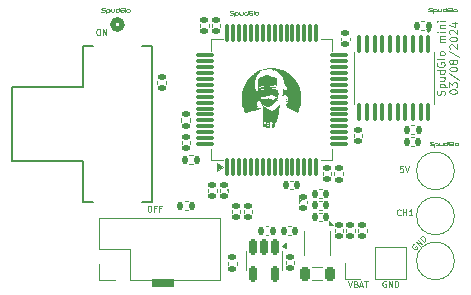
<source format=gto>
%TF.GenerationSoftware,KiCad,Pcbnew,8.0.0*%
%TF.CreationDate,2024-03-08T14:11:46-06:00*%
%TF.ProjectId,led_dog_collar,6c65645f-646f-4675-9f63-6f6c6c61722e,rev?*%
%TF.SameCoordinates,Original*%
%TF.FileFunction,Legend,Top*%
%TF.FilePolarity,Positive*%
%FSLAX46Y46*%
G04 Gerber Fmt 4.6, Leading zero omitted, Abs format (unit mm)*
G04 Created by KiCad (PCBNEW 8.0.0) date 2024-03-08 14:11:46*
%MOMM*%
%LPD*%
G01*
G04 APERTURE LIST*
G04 Aperture macros list*
%AMRoundRect*
0 Rectangle with rounded corners*
0 $1 Rounding radius*
0 $2 $3 $4 $5 $6 $7 $8 $9 X,Y pos of 4 corners*
0 Add a 4 corners polygon primitive as box body*
4,1,4,$2,$3,$4,$5,$6,$7,$8,$9,$2,$3,0*
0 Add four circle primitives for the rounded corners*
1,1,$1+$1,$2,$3*
1,1,$1+$1,$4,$5*
1,1,$1+$1,$6,$7*
1,1,$1+$1,$8,$9*
0 Add four rect primitives between the rounded corners*
20,1,$1+$1,$2,$3,$4,$5,0*
20,1,$1+$1,$4,$5,$6,$7,0*
20,1,$1+$1,$6,$7,$8,$9,0*
20,1,$1+$1,$8,$9,$2,$3,0*%
G04 Aperture macros list end*
%ADD10C,0.125000*%
%ADD11C,0.100000*%
%ADD12C,0.000000*%
%ADD13C,0.120000*%
%ADD14C,0.200000*%
%ADD15C,0.150000*%
%ADD16C,0.152400*%
%ADD17C,0.508000*%
%ADD18C,2.000000*%
%ADD19RoundRect,0.140000X0.170000X-0.140000X0.170000X0.140000X-0.170000X0.140000X-0.170000X-0.140000X0*%
%ADD20R,1.700000X1.700000*%
%ADD21O,1.700000X1.700000*%
%ADD22RoundRect,0.140000X-0.140000X-0.170000X0.140000X-0.170000X0.140000X0.170000X-0.140000X0.170000X0*%
%ADD23RoundRect,0.140000X0.140000X0.170000X-0.140000X0.170000X-0.140000X-0.170000X0.140000X-0.170000X0*%
%ADD24C,2.600000*%
%ADD25RoundRect,0.140000X-0.170000X0.140000X-0.170000X-0.140000X0.170000X-0.140000X0.170000X0.140000X0*%
%ADD26RoundRect,0.135000X-0.185000X0.135000X-0.185000X-0.135000X0.185000X-0.135000X0.185000X0.135000X0*%
%ADD27RoundRect,0.135000X-0.135000X-0.185000X0.135000X-0.185000X0.135000X0.185000X-0.135000X0.185000X0*%
%ADD28RoundRect,0.075000X0.075000X-0.700000X0.075000X0.700000X-0.075000X0.700000X-0.075000X-0.700000X0*%
%ADD29RoundRect,0.075000X0.700000X-0.075000X0.700000X0.075000X-0.700000X0.075000X-0.700000X-0.075000X0*%
%ADD30RoundRect,0.135000X0.135000X0.185000X-0.135000X0.185000X-0.135000X-0.185000X0.135000X-0.185000X0*%
%ADD31RoundRect,0.135000X0.185000X-0.135000X0.185000X0.135000X-0.185000X0.135000X-0.185000X-0.135000X0*%
%ADD32R,1.200000X1.000000*%
%ADD33R,0.575000X1.140000*%
%ADD34RoundRect,0.150000X-0.150000X0.512500X-0.150000X-0.512500X0.150000X-0.512500X0.150000X0.512500X0*%
%ADD35C,0.812800*%
%ADD36C,1.397000*%
%ADD37O,3.606800X1.320800*%
%ADD38R,0.350000X0.650000*%
%ADD39R,1.600000X1.000000*%
%ADD40RoundRect,0.100000X-0.100000X0.637500X-0.100000X-0.637500X0.100000X-0.637500X0.100000X0.637500X0*%
%ADD41RoundRect,0.218750X0.218750X0.381250X-0.218750X0.381250X-0.218750X-0.381250X0.218750X-0.381250X0*%
G04 APERTURE END LIST*
D10*
X202809047Y-74628619D02*
X202761428Y-74604809D01*
X202761428Y-74604809D02*
X202689999Y-74604809D01*
X202689999Y-74604809D02*
X202618571Y-74628619D01*
X202618571Y-74628619D02*
X202570952Y-74676238D01*
X202570952Y-74676238D02*
X202547142Y-74723857D01*
X202547142Y-74723857D02*
X202523333Y-74819095D01*
X202523333Y-74819095D02*
X202523333Y-74890523D01*
X202523333Y-74890523D02*
X202547142Y-74985761D01*
X202547142Y-74985761D02*
X202570952Y-75033380D01*
X202570952Y-75033380D02*
X202618571Y-75081000D01*
X202618571Y-75081000D02*
X202689999Y-75104809D01*
X202689999Y-75104809D02*
X202737618Y-75104809D01*
X202737618Y-75104809D02*
X202809047Y-75081000D01*
X202809047Y-75081000D02*
X202832856Y-75057190D01*
X202832856Y-75057190D02*
X202832856Y-74890523D01*
X202832856Y-74890523D02*
X202737618Y-74890523D01*
X203047142Y-75104809D02*
X203047142Y-74604809D01*
X203047142Y-74604809D02*
X203332856Y-75104809D01*
X203332856Y-75104809D02*
X203332856Y-74604809D01*
X203570952Y-75104809D02*
X203570952Y-74604809D01*
X203570952Y-74604809D02*
X203690000Y-74604809D01*
X203690000Y-74604809D02*
X203761428Y-74628619D01*
X203761428Y-74628619D02*
X203809047Y-74676238D01*
X203809047Y-74676238D02*
X203832857Y-74723857D01*
X203832857Y-74723857D02*
X203856666Y-74819095D01*
X203856666Y-74819095D02*
X203856666Y-74890523D01*
X203856666Y-74890523D02*
X203832857Y-74985761D01*
X203832857Y-74985761D02*
X203809047Y-75033380D01*
X203809047Y-75033380D02*
X203761428Y-75081000D01*
X203761428Y-75081000D02*
X203690000Y-75104809D01*
X203690000Y-75104809D02*
X203570952Y-75104809D01*
X199638572Y-74624809D02*
X199805238Y-75124809D01*
X199805238Y-75124809D02*
X199971905Y-74624809D01*
X200305238Y-74862904D02*
X200376666Y-74886714D01*
X200376666Y-74886714D02*
X200400476Y-74910523D01*
X200400476Y-74910523D02*
X200424285Y-74958142D01*
X200424285Y-74958142D02*
X200424285Y-75029571D01*
X200424285Y-75029571D02*
X200400476Y-75077190D01*
X200400476Y-75077190D02*
X200376666Y-75101000D01*
X200376666Y-75101000D02*
X200329047Y-75124809D01*
X200329047Y-75124809D02*
X200138571Y-75124809D01*
X200138571Y-75124809D02*
X200138571Y-74624809D01*
X200138571Y-74624809D02*
X200305238Y-74624809D01*
X200305238Y-74624809D02*
X200352857Y-74648619D01*
X200352857Y-74648619D02*
X200376666Y-74672428D01*
X200376666Y-74672428D02*
X200400476Y-74720047D01*
X200400476Y-74720047D02*
X200400476Y-74767666D01*
X200400476Y-74767666D02*
X200376666Y-74815285D01*
X200376666Y-74815285D02*
X200352857Y-74839095D01*
X200352857Y-74839095D02*
X200305238Y-74862904D01*
X200305238Y-74862904D02*
X200138571Y-74862904D01*
X200614762Y-74981952D02*
X200852857Y-74981952D01*
X200567143Y-75124809D02*
X200733809Y-74624809D01*
X200733809Y-74624809D02*
X200900476Y-75124809D01*
X200995714Y-74624809D02*
X201281428Y-74624809D01*
X201138571Y-75124809D02*
X201138571Y-74624809D01*
X182753809Y-68214809D02*
X182849047Y-68214809D01*
X182849047Y-68214809D02*
X182896666Y-68238619D01*
X182896666Y-68238619D02*
X182944285Y-68286238D01*
X182944285Y-68286238D02*
X182968095Y-68381476D01*
X182968095Y-68381476D02*
X182968095Y-68548142D01*
X182968095Y-68548142D02*
X182944285Y-68643380D01*
X182944285Y-68643380D02*
X182896666Y-68691000D01*
X182896666Y-68691000D02*
X182849047Y-68714809D01*
X182849047Y-68714809D02*
X182753809Y-68714809D01*
X182753809Y-68714809D02*
X182706190Y-68691000D01*
X182706190Y-68691000D02*
X182658571Y-68643380D01*
X182658571Y-68643380D02*
X182634762Y-68548142D01*
X182634762Y-68548142D02*
X182634762Y-68381476D01*
X182634762Y-68381476D02*
X182658571Y-68286238D01*
X182658571Y-68286238D02*
X182706190Y-68238619D01*
X182706190Y-68238619D02*
X182753809Y-68214809D01*
X183349048Y-68452904D02*
X183182381Y-68452904D01*
X183182381Y-68714809D02*
X183182381Y-68214809D01*
X183182381Y-68214809D02*
X183420476Y-68214809D01*
X183777619Y-68452904D02*
X183610952Y-68452904D01*
X183610952Y-68714809D02*
X183610952Y-68214809D01*
X183610952Y-68214809D02*
X183849047Y-68214809D01*
X178430475Y-53254809D02*
X178525713Y-53254809D01*
X178525713Y-53254809D02*
X178573332Y-53278619D01*
X178573332Y-53278619D02*
X178620951Y-53326238D01*
X178620951Y-53326238D02*
X178644761Y-53421476D01*
X178644761Y-53421476D02*
X178644761Y-53588142D01*
X178644761Y-53588142D02*
X178620951Y-53683380D01*
X178620951Y-53683380D02*
X178573332Y-53731000D01*
X178573332Y-53731000D02*
X178525713Y-53754809D01*
X178525713Y-53754809D02*
X178430475Y-53754809D01*
X178430475Y-53754809D02*
X178382856Y-53731000D01*
X178382856Y-53731000D02*
X178335237Y-53683380D01*
X178335237Y-53683380D02*
X178311428Y-53588142D01*
X178311428Y-53588142D02*
X178311428Y-53421476D01*
X178311428Y-53421476D02*
X178335237Y-53326238D01*
X178335237Y-53326238D02*
X178382856Y-53278619D01*
X178382856Y-53278619D02*
X178430475Y-53254809D01*
X178859047Y-53754809D02*
X178859047Y-53254809D01*
X178859047Y-53254809D02*
X179144761Y-53754809D01*
X179144761Y-53754809D02*
X179144761Y-53254809D01*
X204274762Y-64874809D02*
X204036667Y-64874809D01*
X204036667Y-64874809D02*
X204012858Y-65112904D01*
X204012858Y-65112904D02*
X204036667Y-65089095D01*
X204036667Y-65089095D02*
X204084286Y-65065285D01*
X204084286Y-65065285D02*
X204203334Y-65065285D01*
X204203334Y-65065285D02*
X204250953Y-65089095D01*
X204250953Y-65089095D02*
X204274762Y-65112904D01*
X204274762Y-65112904D02*
X204298572Y-65160523D01*
X204298572Y-65160523D02*
X204298572Y-65279571D01*
X204298572Y-65279571D02*
X204274762Y-65327190D01*
X204274762Y-65327190D02*
X204250953Y-65351000D01*
X204250953Y-65351000D02*
X204203334Y-65374809D01*
X204203334Y-65374809D02*
X204084286Y-65374809D01*
X204084286Y-65374809D02*
X204036667Y-65351000D01*
X204036667Y-65351000D02*
X204012858Y-65327190D01*
X204441429Y-64874809D02*
X204608095Y-65374809D01*
X204608095Y-65374809D02*
X204774762Y-64874809D01*
X205172872Y-71471621D02*
X205122365Y-71488456D01*
X205122365Y-71488456D02*
X205071857Y-71538964D01*
X205071857Y-71538964D02*
X205038185Y-71606308D01*
X205038185Y-71606308D02*
X205038185Y-71673651D01*
X205038185Y-71673651D02*
X205055021Y-71724159D01*
X205055021Y-71724159D02*
X205105529Y-71808338D01*
X205105529Y-71808338D02*
X205156036Y-71858846D01*
X205156036Y-71858846D02*
X205240216Y-71909353D01*
X205240216Y-71909353D02*
X205290723Y-71926189D01*
X205290723Y-71926189D02*
X205358067Y-71926189D01*
X205358067Y-71926189D02*
X205425410Y-71892517D01*
X205425410Y-71892517D02*
X205459082Y-71858846D01*
X205459082Y-71858846D02*
X205492754Y-71791502D01*
X205492754Y-71791502D02*
X205492754Y-71757830D01*
X205492754Y-71757830D02*
X205374903Y-71639979D01*
X205374903Y-71639979D02*
X205307559Y-71707323D01*
X205677948Y-71639979D02*
X205324395Y-71286426D01*
X205324395Y-71286426D02*
X205879979Y-71437949D01*
X205879979Y-71437949D02*
X205526426Y-71084395D01*
X206048338Y-71269590D02*
X205694785Y-70916036D01*
X205694785Y-70916036D02*
X205778964Y-70831857D01*
X205778964Y-70831857D02*
X205846308Y-70798185D01*
X205846308Y-70798185D02*
X205913651Y-70798185D01*
X205913651Y-70798185D02*
X205964159Y-70815021D01*
X205964159Y-70815021D02*
X206048338Y-70865529D01*
X206048338Y-70865529D02*
X206098846Y-70916036D01*
X206098846Y-70916036D02*
X206149353Y-71000216D01*
X206149353Y-71000216D02*
X206166189Y-71050723D01*
X206166189Y-71050723D02*
X206166189Y-71118067D01*
X206166189Y-71118067D02*
X206132517Y-71185410D01*
X206132517Y-71185410D02*
X206048338Y-71269590D01*
X204054761Y-68977190D02*
X204030952Y-69001000D01*
X204030952Y-69001000D02*
X203959523Y-69024809D01*
X203959523Y-69024809D02*
X203911904Y-69024809D01*
X203911904Y-69024809D02*
X203840476Y-69001000D01*
X203840476Y-69001000D02*
X203792857Y-68953380D01*
X203792857Y-68953380D02*
X203769047Y-68905761D01*
X203769047Y-68905761D02*
X203745238Y-68810523D01*
X203745238Y-68810523D02*
X203745238Y-68739095D01*
X203745238Y-68739095D02*
X203769047Y-68643857D01*
X203769047Y-68643857D02*
X203792857Y-68596238D01*
X203792857Y-68596238D02*
X203840476Y-68548619D01*
X203840476Y-68548619D02*
X203911904Y-68524809D01*
X203911904Y-68524809D02*
X203959523Y-68524809D01*
X203959523Y-68524809D02*
X204030952Y-68548619D01*
X204030952Y-68548619D02*
X204054761Y-68572428D01*
X204269047Y-69024809D02*
X204269047Y-68524809D01*
X204269047Y-68762904D02*
X204554761Y-68762904D01*
X204554761Y-69024809D02*
X204554761Y-68524809D01*
X205054762Y-69024809D02*
X204769048Y-69024809D01*
X204911905Y-69024809D02*
X204911905Y-68524809D01*
X204911905Y-68524809D02*
X204864286Y-68596238D01*
X204864286Y-68596238D02*
X204816667Y-68643857D01*
X204816667Y-68643857D02*
X204769048Y-68667666D01*
D11*
X182990000Y-74470000D02*
X184800000Y-74470000D01*
X184800000Y-75030000D01*
X182990000Y-75030000D01*
X182990000Y-74470000D01*
G36*
X182990000Y-74470000D02*
G01*
X184800000Y-74470000D01*
X184800000Y-75030000D01*
X182990000Y-75030000D01*
X182990000Y-74470000D01*
G37*
D10*
X207770018Y-58861666D02*
X207800970Y-58768809D01*
X207800970Y-58768809D02*
X207800970Y-58614047D01*
X207800970Y-58614047D02*
X207770018Y-58552142D01*
X207770018Y-58552142D02*
X207739065Y-58521190D01*
X207739065Y-58521190D02*
X207677160Y-58490237D01*
X207677160Y-58490237D02*
X207615256Y-58490237D01*
X207615256Y-58490237D02*
X207553351Y-58521190D01*
X207553351Y-58521190D02*
X207522398Y-58552142D01*
X207522398Y-58552142D02*
X207491446Y-58614047D01*
X207491446Y-58614047D02*
X207460494Y-58737856D01*
X207460494Y-58737856D02*
X207429541Y-58799761D01*
X207429541Y-58799761D02*
X207398589Y-58830714D01*
X207398589Y-58830714D02*
X207336684Y-58861666D01*
X207336684Y-58861666D02*
X207274779Y-58861666D01*
X207274779Y-58861666D02*
X207212875Y-58830714D01*
X207212875Y-58830714D02*
X207181922Y-58799761D01*
X207181922Y-58799761D02*
X207150970Y-58737856D01*
X207150970Y-58737856D02*
X207150970Y-58583095D01*
X207150970Y-58583095D02*
X207181922Y-58490237D01*
X207367637Y-58211666D02*
X208017637Y-58211666D01*
X207398589Y-58211666D02*
X207367637Y-58149761D01*
X207367637Y-58149761D02*
X207367637Y-58025951D01*
X207367637Y-58025951D02*
X207398589Y-57964047D01*
X207398589Y-57964047D02*
X207429541Y-57933094D01*
X207429541Y-57933094D02*
X207491446Y-57902142D01*
X207491446Y-57902142D02*
X207677160Y-57902142D01*
X207677160Y-57902142D02*
X207739065Y-57933094D01*
X207739065Y-57933094D02*
X207770018Y-57964047D01*
X207770018Y-57964047D02*
X207800970Y-58025951D01*
X207800970Y-58025951D02*
X207800970Y-58149761D01*
X207800970Y-58149761D02*
X207770018Y-58211666D01*
X207367637Y-57344999D02*
X207800970Y-57344999D01*
X207367637Y-57623571D02*
X207708113Y-57623571D01*
X207708113Y-57623571D02*
X207770018Y-57592618D01*
X207770018Y-57592618D02*
X207800970Y-57530713D01*
X207800970Y-57530713D02*
X207800970Y-57437856D01*
X207800970Y-57437856D02*
X207770018Y-57375952D01*
X207770018Y-57375952D02*
X207739065Y-57344999D01*
X207800970Y-56756904D02*
X207150970Y-56756904D01*
X207770018Y-56756904D02*
X207800970Y-56818809D01*
X207800970Y-56818809D02*
X207800970Y-56942618D01*
X207800970Y-56942618D02*
X207770018Y-57004523D01*
X207770018Y-57004523D02*
X207739065Y-57035476D01*
X207739065Y-57035476D02*
X207677160Y-57066428D01*
X207677160Y-57066428D02*
X207491446Y-57066428D01*
X207491446Y-57066428D02*
X207429541Y-57035476D01*
X207429541Y-57035476D02*
X207398589Y-57004523D01*
X207398589Y-57004523D02*
X207367637Y-56942618D01*
X207367637Y-56942618D02*
X207367637Y-56818809D01*
X207367637Y-56818809D02*
X207398589Y-56756904D01*
X207181922Y-56106904D02*
X207150970Y-56168809D01*
X207150970Y-56168809D02*
X207150970Y-56261666D01*
X207150970Y-56261666D02*
X207181922Y-56354523D01*
X207181922Y-56354523D02*
X207243827Y-56416428D01*
X207243827Y-56416428D02*
X207305732Y-56447381D01*
X207305732Y-56447381D02*
X207429541Y-56478333D01*
X207429541Y-56478333D02*
X207522398Y-56478333D01*
X207522398Y-56478333D02*
X207646208Y-56447381D01*
X207646208Y-56447381D02*
X207708113Y-56416428D01*
X207708113Y-56416428D02*
X207770018Y-56354523D01*
X207770018Y-56354523D02*
X207800970Y-56261666D01*
X207800970Y-56261666D02*
X207800970Y-56199762D01*
X207800970Y-56199762D02*
X207770018Y-56106904D01*
X207770018Y-56106904D02*
X207739065Y-56075952D01*
X207739065Y-56075952D02*
X207522398Y-56075952D01*
X207522398Y-56075952D02*
X207522398Y-56199762D01*
X207800970Y-55704523D02*
X207770018Y-55766428D01*
X207770018Y-55766428D02*
X207708113Y-55797381D01*
X207708113Y-55797381D02*
X207150970Y-55797381D01*
X207800970Y-55364047D02*
X207770018Y-55425952D01*
X207770018Y-55425952D02*
X207739065Y-55456905D01*
X207739065Y-55456905D02*
X207677160Y-55487857D01*
X207677160Y-55487857D02*
X207491446Y-55487857D01*
X207491446Y-55487857D02*
X207429541Y-55456905D01*
X207429541Y-55456905D02*
X207398589Y-55425952D01*
X207398589Y-55425952D02*
X207367637Y-55364047D01*
X207367637Y-55364047D02*
X207367637Y-55271190D01*
X207367637Y-55271190D02*
X207398589Y-55209286D01*
X207398589Y-55209286D02*
X207429541Y-55178333D01*
X207429541Y-55178333D02*
X207491446Y-55147381D01*
X207491446Y-55147381D02*
X207677160Y-55147381D01*
X207677160Y-55147381D02*
X207739065Y-55178333D01*
X207739065Y-55178333D02*
X207770018Y-55209286D01*
X207770018Y-55209286D02*
X207800970Y-55271190D01*
X207800970Y-55271190D02*
X207800970Y-55364047D01*
X207800970Y-54373572D02*
X207367637Y-54373572D01*
X207429541Y-54373572D02*
X207398589Y-54342619D01*
X207398589Y-54342619D02*
X207367637Y-54280714D01*
X207367637Y-54280714D02*
X207367637Y-54187857D01*
X207367637Y-54187857D02*
X207398589Y-54125953D01*
X207398589Y-54125953D02*
X207460494Y-54095000D01*
X207460494Y-54095000D02*
X207800970Y-54095000D01*
X207460494Y-54095000D02*
X207398589Y-54064048D01*
X207398589Y-54064048D02*
X207367637Y-54002143D01*
X207367637Y-54002143D02*
X207367637Y-53909286D01*
X207367637Y-53909286D02*
X207398589Y-53847381D01*
X207398589Y-53847381D02*
X207460494Y-53816429D01*
X207460494Y-53816429D02*
X207800970Y-53816429D01*
X207800970Y-53506905D02*
X207367637Y-53506905D01*
X207150970Y-53506905D02*
X207181922Y-53537857D01*
X207181922Y-53537857D02*
X207212875Y-53506905D01*
X207212875Y-53506905D02*
X207181922Y-53475952D01*
X207181922Y-53475952D02*
X207150970Y-53506905D01*
X207150970Y-53506905D02*
X207212875Y-53506905D01*
X207367637Y-53197381D02*
X207800970Y-53197381D01*
X207429541Y-53197381D02*
X207398589Y-53166428D01*
X207398589Y-53166428D02*
X207367637Y-53104523D01*
X207367637Y-53104523D02*
X207367637Y-53011666D01*
X207367637Y-53011666D02*
X207398589Y-52949762D01*
X207398589Y-52949762D02*
X207460494Y-52918809D01*
X207460494Y-52918809D02*
X207800970Y-52918809D01*
X207800970Y-52609286D02*
X207367637Y-52609286D01*
X207150970Y-52609286D02*
X207181922Y-52640238D01*
X207181922Y-52640238D02*
X207212875Y-52609286D01*
X207212875Y-52609286D02*
X207181922Y-52578333D01*
X207181922Y-52578333D02*
X207150970Y-52609286D01*
X207150970Y-52609286D02*
X207212875Y-52609286D01*
X208197434Y-58598572D02*
X208197434Y-58536667D01*
X208197434Y-58536667D02*
X208228386Y-58474763D01*
X208228386Y-58474763D02*
X208259339Y-58443810D01*
X208259339Y-58443810D02*
X208321243Y-58412858D01*
X208321243Y-58412858D02*
X208445053Y-58381905D01*
X208445053Y-58381905D02*
X208599815Y-58381905D01*
X208599815Y-58381905D02*
X208723624Y-58412858D01*
X208723624Y-58412858D02*
X208785529Y-58443810D01*
X208785529Y-58443810D02*
X208816482Y-58474763D01*
X208816482Y-58474763D02*
X208847434Y-58536667D01*
X208847434Y-58536667D02*
X208847434Y-58598572D01*
X208847434Y-58598572D02*
X208816482Y-58660477D01*
X208816482Y-58660477D02*
X208785529Y-58691429D01*
X208785529Y-58691429D02*
X208723624Y-58722382D01*
X208723624Y-58722382D02*
X208599815Y-58753334D01*
X208599815Y-58753334D02*
X208445053Y-58753334D01*
X208445053Y-58753334D02*
X208321243Y-58722382D01*
X208321243Y-58722382D02*
X208259339Y-58691429D01*
X208259339Y-58691429D02*
X208228386Y-58660477D01*
X208228386Y-58660477D02*
X208197434Y-58598572D01*
X208197434Y-58165238D02*
X208197434Y-57762857D01*
X208197434Y-57762857D02*
X208445053Y-57979524D01*
X208445053Y-57979524D02*
X208445053Y-57886667D01*
X208445053Y-57886667D02*
X208476005Y-57824762D01*
X208476005Y-57824762D02*
X208506958Y-57793810D01*
X208506958Y-57793810D02*
X208568862Y-57762857D01*
X208568862Y-57762857D02*
X208723624Y-57762857D01*
X208723624Y-57762857D02*
X208785529Y-57793810D01*
X208785529Y-57793810D02*
X208816482Y-57824762D01*
X208816482Y-57824762D02*
X208847434Y-57886667D01*
X208847434Y-57886667D02*
X208847434Y-58072381D01*
X208847434Y-58072381D02*
X208816482Y-58134286D01*
X208816482Y-58134286D02*
X208785529Y-58165238D01*
X208166482Y-57020000D02*
X209002196Y-57577143D01*
X208197434Y-56679524D02*
X208197434Y-56617619D01*
X208197434Y-56617619D02*
X208228386Y-56555715D01*
X208228386Y-56555715D02*
X208259339Y-56524762D01*
X208259339Y-56524762D02*
X208321243Y-56493810D01*
X208321243Y-56493810D02*
X208445053Y-56462857D01*
X208445053Y-56462857D02*
X208599815Y-56462857D01*
X208599815Y-56462857D02*
X208723624Y-56493810D01*
X208723624Y-56493810D02*
X208785529Y-56524762D01*
X208785529Y-56524762D02*
X208816482Y-56555715D01*
X208816482Y-56555715D02*
X208847434Y-56617619D01*
X208847434Y-56617619D02*
X208847434Y-56679524D01*
X208847434Y-56679524D02*
X208816482Y-56741429D01*
X208816482Y-56741429D02*
X208785529Y-56772381D01*
X208785529Y-56772381D02*
X208723624Y-56803334D01*
X208723624Y-56803334D02*
X208599815Y-56834286D01*
X208599815Y-56834286D02*
X208445053Y-56834286D01*
X208445053Y-56834286D02*
X208321243Y-56803334D01*
X208321243Y-56803334D02*
X208259339Y-56772381D01*
X208259339Y-56772381D02*
X208228386Y-56741429D01*
X208228386Y-56741429D02*
X208197434Y-56679524D01*
X208476005Y-56091428D02*
X208445053Y-56153333D01*
X208445053Y-56153333D02*
X208414101Y-56184286D01*
X208414101Y-56184286D02*
X208352196Y-56215238D01*
X208352196Y-56215238D02*
X208321243Y-56215238D01*
X208321243Y-56215238D02*
X208259339Y-56184286D01*
X208259339Y-56184286D02*
X208228386Y-56153333D01*
X208228386Y-56153333D02*
X208197434Y-56091428D01*
X208197434Y-56091428D02*
X208197434Y-55967619D01*
X208197434Y-55967619D02*
X208228386Y-55905714D01*
X208228386Y-55905714D02*
X208259339Y-55874762D01*
X208259339Y-55874762D02*
X208321243Y-55843809D01*
X208321243Y-55843809D02*
X208352196Y-55843809D01*
X208352196Y-55843809D02*
X208414101Y-55874762D01*
X208414101Y-55874762D02*
X208445053Y-55905714D01*
X208445053Y-55905714D02*
X208476005Y-55967619D01*
X208476005Y-55967619D02*
X208476005Y-56091428D01*
X208476005Y-56091428D02*
X208506958Y-56153333D01*
X208506958Y-56153333D02*
X208537910Y-56184286D01*
X208537910Y-56184286D02*
X208599815Y-56215238D01*
X208599815Y-56215238D02*
X208723624Y-56215238D01*
X208723624Y-56215238D02*
X208785529Y-56184286D01*
X208785529Y-56184286D02*
X208816482Y-56153333D01*
X208816482Y-56153333D02*
X208847434Y-56091428D01*
X208847434Y-56091428D02*
X208847434Y-55967619D01*
X208847434Y-55967619D02*
X208816482Y-55905714D01*
X208816482Y-55905714D02*
X208785529Y-55874762D01*
X208785529Y-55874762D02*
X208723624Y-55843809D01*
X208723624Y-55843809D02*
X208599815Y-55843809D01*
X208599815Y-55843809D02*
X208537910Y-55874762D01*
X208537910Y-55874762D02*
X208506958Y-55905714D01*
X208506958Y-55905714D02*
X208476005Y-55967619D01*
X208166482Y-55100952D02*
X209002196Y-55658095D01*
X208259339Y-54915238D02*
X208228386Y-54884286D01*
X208228386Y-54884286D02*
X208197434Y-54822381D01*
X208197434Y-54822381D02*
X208197434Y-54667619D01*
X208197434Y-54667619D02*
X208228386Y-54605714D01*
X208228386Y-54605714D02*
X208259339Y-54574762D01*
X208259339Y-54574762D02*
X208321243Y-54543809D01*
X208321243Y-54543809D02*
X208383148Y-54543809D01*
X208383148Y-54543809D02*
X208476005Y-54574762D01*
X208476005Y-54574762D02*
X208847434Y-54946190D01*
X208847434Y-54946190D02*
X208847434Y-54543809D01*
X208197434Y-54141428D02*
X208197434Y-54079523D01*
X208197434Y-54079523D02*
X208228386Y-54017619D01*
X208228386Y-54017619D02*
X208259339Y-53986666D01*
X208259339Y-53986666D02*
X208321243Y-53955714D01*
X208321243Y-53955714D02*
X208445053Y-53924761D01*
X208445053Y-53924761D02*
X208599815Y-53924761D01*
X208599815Y-53924761D02*
X208723624Y-53955714D01*
X208723624Y-53955714D02*
X208785529Y-53986666D01*
X208785529Y-53986666D02*
X208816482Y-54017619D01*
X208816482Y-54017619D02*
X208847434Y-54079523D01*
X208847434Y-54079523D02*
X208847434Y-54141428D01*
X208847434Y-54141428D02*
X208816482Y-54203333D01*
X208816482Y-54203333D02*
X208785529Y-54234285D01*
X208785529Y-54234285D02*
X208723624Y-54265238D01*
X208723624Y-54265238D02*
X208599815Y-54296190D01*
X208599815Y-54296190D02*
X208445053Y-54296190D01*
X208445053Y-54296190D02*
X208321243Y-54265238D01*
X208321243Y-54265238D02*
X208259339Y-54234285D01*
X208259339Y-54234285D02*
X208228386Y-54203333D01*
X208228386Y-54203333D02*
X208197434Y-54141428D01*
X208259339Y-53677142D02*
X208228386Y-53646190D01*
X208228386Y-53646190D02*
X208197434Y-53584285D01*
X208197434Y-53584285D02*
X208197434Y-53429523D01*
X208197434Y-53429523D02*
X208228386Y-53367618D01*
X208228386Y-53367618D02*
X208259339Y-53336666D01*
X208259339Y-53336666D02*
X208321243Y-53305713D01*
X208321243Y-53305713D02*
X208383148Y-53305713D01*
X208383148Y-53305713D02*
X208476005Y-53336666D01*
X208476005Y-53336666D02*
X208847434Y-53708094D01*
X208847434Y-53708094D02*
X208847434Y-53305713D01*
X208414101Y-52748570D02*
X208847434Y-52748570D01*
X208166482Y-52903332D02*
X208630767Y-53058094D01*
X208630767Y-53058094D02*
X208630767Y-52655713D01*
D12*
%TO.C,G\u002A\u002A\u002A*%
G36*
X179048694Y-51415617D02*
G01*
X179048730Y-51415905D01*
X179047812Y-51417074D01*
X179047526Y-51417108D01*
X179046357Y-51416193D01*
X179046323Y-51415905D01*
X179047238Y-51414736D01*
X179047526Y-51414702D01*
X179048694Y-51415617D01*
G37*
G36*
X179048694Y-51916394D02*
G01*
X179048729Y-51916682D01*
X179047812Y-51917851D01*
X179047526Y-51917886D01*
X179046357Y-51916970D01*
X179046322Y-51916682D01*
X179047238Y-51915513D01*
X179047525Y-51915478D01*
X179048694Y-51916394D01*
G37*
G36*
X179549472Y-51415617D02*
G01*
X179549507Y-51415905D01*
X179548591Y-51417074D01*
X179548303Y-51417109D01*
X179547134Y-51416193D01*
X179547098Y-51415905D01*
X179548016Y-51414736D01*
X179548303Y-51414701D01*
X179549472Y-51415617D01*
G37*
G36*
X179549472Y-51916394D02*
G01*
X179549507Y-51916682D01*
X179548591Y-51917851D01*
X179548303Y-51917886D01*
X179547134Y-51916970D01*
X179547099Y-51916682D01*
X179548015Y-51915513D01*
X179548303Y-51915478D01*
X179549472Y-51916394D01*
G37*
G36*
X180050249Y-51415617D02*
G01*
X180050284Y-51415905D01*
X180049368Y-51417074D01*
X180049080Y-51417109D01*
X180047911Y-51416194D01*
X180047876Y-51415905D01*
X180048792Y-51414735D01*
X180049080Y-51414701D01*
X180050249Y-51415617D01*
G37*
G36*
X180050249Y-51916394D02*
G01*
X180050284Y-51916682D01*
X180049368Y-51917851D01*
X180049080Y-51917886D01*
X180047911Y-51916969D01*
X180047876Y-51916682D01*
X180048792Y-51915513D01*
X180049080Y-51915478D01*
X180050249Y-51916394D01*
G37*
G36*
X180551026Y-51415617D02*
G01*
X180551061Y-51415905D01*
X180550145Y-51417075D01*
X180549857Y-51417109D01*
X180548689Y-51416193D01*
X180548654Y-51415905D01*
X180549570Y-51414736D01*
X180549857Y-51414701D01*
X180551026Y-51415617D01*
G37*
G36*
X180551026Y-51916394D02*
G01*
X180551061Y-51916682D01*
X180550145Y-51917850D01*
X180549857Y-51917886D01*
X180548689Y-51916970D01*
X180548654Y-51916682D01*
X180549570Y-51915513D01*
X180549857Y-51915478D01*
X180551026Y-51916394D01*
G37*
G36*
X181053007Y-51415617D02*
G01*
X181053042Y-51415905D01*
X181052126Y-51417074D01*
X181051838Y-51417109D01*
X181050670Y-51416193D01*
X181050635Y-51415905D01*
X181051551Y-51414736D01*
X181051838Y-51414701D01*
X181053007Y-51415617D01*
G37*
G36*
X181053007Y-51916394D02*
G01*
X181053042Y-51916682D01*
X181052126Y-51917851D01*
X181051838Y-51917886D01*
X181050670Y-51916970D01*
X181050635Y-51916682D01*
X181051551Y-51915513D01*
X181051838Y-51915478D01*
X181053007Y-51916394D01*
G37*
G36*
X180783413Y-51483763D02*
G01*
X180792348Y-51486580D01*
X180800354Y-51490918D01*
X180807054Y-51496655D01*
X180812068Y-51503660D01*
X180812733Y-51504986D01*
X180815293Y-51510403D01*
X180815677Y-51661813D01*
X180815734Y-51686951D01*
X180815767Y-51709794D01*
X180815776Y-51730455D01*
X180815758Y-51749049D01*
X180815712Y-51765687D01*
X180815635Y-51780483D01*
X180815525Y-51793551D01*
X180815379Y-51805003D01*
X180815198Y-51814953D01*
X180814974Y-51823513D01*
X180814710Y-51830797D01*
X180814403Y-51836918D01*
X180814049Y-51841988D01*
X180813648Y-51846122D01*
X180813196Y-51849433D01*
X180812692Y-51852032D01*
X180812134Y-51854034D01*
X180812048Y-51854284D01*
X180808565Y-51860674D01*
X180803041Y-51866437D01*
X180795820Y-51871253D01*
X180791819Y-51873146D01*
X180786465Y-51874784D01*
X180779856Y-51875938D01*
X180772849Y-51876541D01*
X180766300Y-51876520D01*
X180761065Y-51875811D01*
X180760521Y-51875664D01*
X180750864Y-51871778D01*
X180742610Y-51866111D01*
X180735367Y-51858391D01*
X180735241Y-51858228D01*
X180734494Y-51857297D01*
X180733819Y-51856452D01*
X180733212Y-51855574D01*
X180732669Y-51854543D01*
X180732186Y-51853239D01*
X180731760Y-51851539D01*
X180731387Y-51849325D01*
X180731062Y-51846477D01*
X180730782Y-51842874D01*
X180730543Y-51838396D01*
X180730342Y-51832922D01*
X180730173Y-51826332D01*
X180730034Y-51818505D01*
X180729920Y-51809322D01*
X180729828Y-51798662D01*
X180729754Y-51786405D01*
X180729693Y-51772430D01*
X180729643Y-51756617D01*
X180729598Y-51738846D01*
X180729556Y-51718997D01*
X180729512Y-51696948D01*
X180729476Y-51679285D01*
X180729128Y-51509902D01*
X180732031Y-51505337D01*
X180738553Y-51496923D01*
X180746166Y-51490326D01*
X180754558Y-51485816D01*
X180754833Y-51485710D01*
X180764277Y-51483202D01*
X180773930Y-51482595D01*
X180783413Y-51483763D01*
G37*
G36*
X179878312Y-51585252D02*
G01*
X179885211Y-51587394D01*
X179892280Y-51590523D01*
X179898746Y-51594288D01*
X179903836Y-51598336D01*
X179904573Y-51599096D01*
X179907697Y-51602702D01*
X179909813Y-51605828D01*
X179911620Y-51609441D01*
X179912063Y-51610614D01*
X179912441Y-51612152D01*
X179912760Y-51614252D01*
X179913027Y-51617112D01*
X179913248Y-51620924D01*
X179913430Y-51625890D01*
X179913580Y-51632205D01*
X179913704Y-51640065D01*
X179913810Y-51649666D01*
X179913901Y-51661207D01*
X179913986Y-51674883D01*
X179914020Y-51680739D01*
X179914096Y-51696531D01*
X179914131Y-51710138D01*
X179914110Y-51721779D01*
X179914022Y-51731678D01*
X179913852Y-51740055D01*
X179913588Y-51747134D01*
X179913217Y-51753133D01*
X179912724Y-51758276D01*
X179912098Y-51762783D01*
X179911323Y-51766876D01*
X179910391Y-51770777D01*
X179909284Y-51774707D01*
X179908236Y-51778114D01*
X179902035Y-51794715D01*
X179894361Y-51809673D01*
X179885070Y-51823152D01*
X179874016Y-51835318D01*
X179861052Y-51846335D01*
X179846037Y-51856370D01*
X179833551Y-51863243D01*
X179823545Y-51867880D01*
X179813904Y-51871286D01*
X179803845Y-51873672D01*
X179792585Y-51875247D01*
X179786654Y-51875766D01*
X179781955Y-51876012D01*
X179775166Y-51876220D01*
X179766601Y-51876392D01*
X179756573Y-51876527D01*
X179745402Y-51876626D01*
X179733401Y-51876689D01*
X179720887Y-51876717D01*
X179708175Y-51876708D01*
X179695579Y-51876664D01*
X179683417Y-51876585D01*
X179672003Y-51876471D01*
X179661653Y-51876323D01*
X179652684Y-51876141D01*
X179645410Y-51875924D01*
X179640146Y-51875674D01*
X179639791Y-51875650D01*
X179633148Y-51875017D01*
X179626392Y-51874073D01*
X179620474Y-51872964D01*
X179617521Y-51872222D01*
X179611737Y-51870376D01*
X179605735Y-51868223D01*
X179600097Y-51865997D01*
X179595407Y-51863930D01*
X179592245Y-51862257D01*
X179591639Y-51861833D01*
X179589325Y-51860299D01*
X179586196Y-51858553D01*
X179586035Y-51858472D01*
X179582963Y-51856713D01*
X179580700Y-51855075D01*
X179580618Y-51854999D01*
X179578757Y-51853381D01*
X179575815Y-51850979D01*
X179574008Y-51849551D01*
X179566501Y-51843053D01*
X179558836Y-51835301D01*
X179551656Y-51827014D01*
X179545609Y-51818909D01*
X179543389Y-51815447D01*
X179541088Y-51811709D01*
X179539103Y-51808627D01*
X179538061Y-51807137D01*
X179536922Y-51805132D01*
X179535170Y-51801409D01*
X179533026Y-51796506D01*
X179530715Y-51790961D01*
X179528460Y-51785314D01*
X179526484Y-51780101D01*
X179525012Y-51775863D01*
X179524815Y-51775237D01*
X179523575Y-51771155D01*
X179522528Y-51767494D01*
X179521657Y-51764008D01*
X179520942Y-51760452D01*
X179520366Y-51756578D01*
X179519909Y-51752141D01*
X179519552Y-51746895D01*
X179519278Y-51740593D01*
X179519067Y-51732990D01*
X179518900Y-51723839D01*
X179518760Y-51712894D01*
X179518627Y-51699910D01*
X179518559Y-51692670D01*
X179518455Y-51678748D01*
X179518410Y-51665823D01*
X179518424Y-51654111D01*
X179518493Y-51643825D01*
X179518615Y-51635181D01*
X179518792Y-51628394D01*
X179519018Y-51623680D01*
X179519166Y-51622027D01*
X179521253Y-51612487D01*
X179525119Y-51604361D01*
X179530911Y-51597456D01*
X179538773Y-51591577D01*
X179544076Y-51588688D01*
X179546870Y-51587563D01*
X179550133Y-51586841D01*
X179554462Y-51586444D01*
X179560457Y-51586289D01*
X179562146Y-51586281D01*
X179568130Y-51586309D01*
X179572384Y-51586515D01*
X179575586Y-51587018D01*
X179578413Y-51587937D01*
X179581545Y-51589392D01*
X179582455Y-51589853D01*
X179590525Y-51594956D01*
X179596964Y-51601073D01*
X179601404Y-51607851D01*
X179601623Y-51608323D01*
X179602212Y-51609727D01*
X179602707Y-51611244D01*
X179603122Y-51613097D01*
X179603467Y-51615511D01*
X179603755Y-51618708D01*
X179603999Y-51622914D01*
X179604209Y-51628350D01*
X179604400Y-51635242D01*
X179604582Y-51643813D01*
X179604769Y-51654285D01*
X179604972Y-51666883D01*
X179605028Y-51670507D01*
X179605224Y-51682206D01*
X179605437Y-51693372D01*
X179605660Y-51703732D01*
X179605887Y-51713012D01*
X179606110Y-51720939D01*
X179606322Y-51727241D01*
X179606517Y-51731644D01*
X179606664Y-51733706D01*
X179608693Y-51744285D01*
X179612195Y-51754539D01*
X179616934Y-51764083D01*
X179622670Y-51772538D01*
X179629170Y-51779523D01*
X179636192Y-51784657D01*
X179639413Y-51786243D01*
X179642363Y-51787150D01*
X179646597Y-51787911D01*
X179652251Y-51788530D01*
X179659459Y-51789014D01*
X179668355Y-51789365D01*
X179679072Y-51789589D01*
X179691745Y-51789689D01*
X179706508Y-51789675D01*
X179723494Y-51789547D01*
X179730075Y-51789474D01*
X179784848Y-51788836D01*
X179793876Y-51784309D01*
X179802469Y-51779505D01*
X179809265Y-51774455D01*
X179814860Y-51768630D01*
X179819849Y-51761500D01*
X179820263Y-51760820D01*
X179824379Y-51753983D01*
X179825301Y-51732709D01*
X179825537Y-51726036D01*
X179825759Y-51717467D01*
X179825954Y-51707517D01*
X179826119Y-51696697D01*
X179826240Y-51685522D01*
X179826313Y-51674502D01*
X179826325Y-51671108D01*
X179826394Y-51657314D01*
X179826554Y-51645685D01*
X179826846Y-51635979D01*
X179827313Y-51627951D01*
X179827996Y-51621364D01*
X179828938Y-51615972D01*
X179830179Y-51611534D01*
X179831764Y-51607808D01*
X179833732Y-51604552D01*
X179836126Y-51601523D01*
X179838871Y-51598597D01*
X179845601Y-51593179D01*
X179853731Y-51588793D01*
X179862456Y-51585778D01*
X179870969Y-51584475D01*
X179872356Y-51584449D01*
X179878312Y-51585252D01*
G37*
G36*
X181041036Y-51584452D02*
G01*
X181053485Y-51584479D01*
X181063933Y-51584533D01*
X181072587Y-51584619D01*
X181079649Y-51584742D01*
X181085325Y-51584907D01*
X181089818Y-51585119D01*
X181093332Y-51585385D01*
X181096071Y-51585708D01*
X181098240Y-51586094D01*
X181099214Y-51586323D01*
X181107157Y-51588527D01*
X181115797Y-51591224D01*
X181124443Y-51594172D01*
X181132399Y-51597132D01*
X181138974Y-51599863D01*
X181140982Y-51600799D01*
X181145117Y-51602747D01*
X181148437Y-51604194D01*
X181150337Y-51604878D01*
X181150495Y-51604900D01*
X181152205Y-51605648D01*
X181153172Y-51606430D01*
X181154990Y-51607856D01*
X181158130Y-51610036D01*
X181161367Y-51612148D01*
X181172159Y-51620167D01*
X181182485Y-51630098D01*
X181191907Y-51641445D01*
X181199985Y-51653714D01*
X181202706Y-51658701D01*
X181207288Y-51668156D01*
X181210925Y-51677025D01*
X181213700Y-51685753D01*
X181215695Y-51694777D01*
X181216993Y-51704537D01*
X181217676Y-51715474D01*
X181217828Y-51728028D01*
X181217653Y-51738363D01*
X181217406Y-51746857D01*
X181217117Y-51753476D01*
X181216729Y-51758750D01*
X181216178Y-51763211D01*
X181215406Y-51767390D01*
X181214350Y-51771820D01*
X181213443Y-51775238D01*
X181211550Y-51781657D01*
X181209366Y-51788235D01*
X181207218Y-51794017D01*
X181206037Y-51796805D01*
X181203843Y-51801288D01*
X181201073Y-51806479D01*
X181198038Y-51811857D01*
X181195040Y-51816899D01*
X181192386Y-51821087D01*
X181190382Y-51823897D01*
X181189752Y-51824592D01*
X181188382Y-51826029D01*
X181185920Y-51828772D01*
X181182832Y-51832298D01*
X181181961Y-51833307D01*
X181174495Y-51841065D01*
X181166015Y-51848083D01*
X181156241Y-51854524D01*
X181144900Y-51860550D01*
X181131715Y-51866324D01*
X181116410Y-51872006D01*
X181115750Y-51872233D01*
X181102021Y-51876957D01*
X181032690Y-51876749D01*
X181019516Y-51876697D01*
X181006691Y-51876622D01*
X180994484Y-51876529D01*
X180983167Y-51876419D01*
X180973006Y-51876297D01*
X180964274Y-51876163D01*
X180957240Y-51876024D01*
X180952174Y-51875881D01*
X180950118Y-51875790D01*
X180934657Y-51873735D01*
X180918839Y-51869300D01*
X180902745Y-51862526D01*
X180898259Y-51860393D01*
X180894557Y-51858742D01*
X180892192Y-51857814D01*
X180891696Y-51857695D01*
X180890557Y-51856969D01*
X180890530Y-51856774D01*
X180889575Y-51855733D01*
X180887076Y-51853906D01*
X180883725Y-51851781D01*
X180874533Y-51845287D01*
X180865262Y-51836890D01*
X180856325Y-51827048D01*
X180848135Y-51816214D01*
X180841105Y-51804844D01*
X180841041Y-51804730D01*
X180835691Y-51794048D01*
X180831567Y-51783563D01*
X180828532Y-51772717D01*
X180826445Y-51760953D01*
X180825168Y-51747715D01*
X180824765Y-51739725D01*
X180824694Y-51730095D01*
X180914098Y-51730095D01*
X180914119Y-51737617D01*
X180914307Y-51743269D01*
X180914711Y-51747585D01*
X180915381Y-51751098D01*
X180916304Y-51754170D01*
X180920345Y-51763051D01*
X180925758Y-51770764D01*
X180932142Y-51776755D01*
X180933033Y-51777386D01*
X180938051Y-51780430D01*
X180943915Y-51783423D01*
X180949803Y-51785991D01*
X180954895Y-51787758D01*
X180956739Y-51788197D01*
X180958993Y-51788384D01*
X180963366Y-51788541D01*
X180969567Y-51788668D01*
X180977307Y-51788766D01*
X180986297Y-51788835D01*
X180996248Y-51788878D01*
X181006869Y-51788892D01*
X181017872Y-51788881D01*
X181028967Y-51788845D01*
X181039864Y-51788785D01*
X181050276Y-51788702D01*
X181059910Y-51788594D01*
X181068480Y-51788464D01*
X181075694Y-51788314D01*
X181081264Y-51788143D01*
X181084900Y-51787952D01*
X181085888Y-51787852D01*
X181095300Y-51785475D01*
X181104456Y-51781295D01*
X181112749Y-51775682D01*
X181119573Y-51769007D01*
X181122018Y-51765734D01*
X181125073Y-51760794D01*
X181127279Y-51756218D01*
X181128752Y-51751471D01*
X181129605Y-51746019D01*
X181129956Y-51739329D01*
X181129917Y-51730866D01*
X181129882Y-51729274D01*
X181129699Y-51722338D01*
X181129472Y-51717278D01*
X181129108Y-51713559D01*
X181128511Y-51710648D01*
X181127587Y-51708013D01*
X181126241Y-51705119D01*
X181125256Y-51703164D01*
X181120653Y-51695322D01*
X181115463Y-51689178D01*
X181109089Y-51684159D01*
X181100933Y-51679695D01*
X181100481Y-51679483D01*
X181096898Y-51677908D01*
X181093601Y-51676772D01*
X181089993Y-51675957D01*
X181085474Y-51675342D01*
X181079448Y-51674810D01*
X181075677Y-51674537D01*
X181070741Y-51674290D01*
X181063766Y-51674081D01*
X181055123Y-51673913D01*
X181045181Y-51673791D01*
X181034308Y-51673718D01*
X181022876Y-51673700D01*
X181011251Y-51673741D01*
X181008151Y-51673762D01*
X180995757Y-51673859D01*
X180985524Y-51673954D01*
X180977208Y-51674059D01*
X180970566Y-51674188D01*
X180965351Y-51674355D01*
X180961319Y-51674575D01*
X180958225Y-51674859D01*
X180955824Y-51675223D01*
X180953871Y-51675680D01*
X180952121Y-51676243D01*
X180950330Y-51676926D01*
X180950118Y-51677010D01*
X180939918Y-51681655D01*
X180931768Y-51686816D01*
X180925311Y-51692800D01*
X180920198Y-51699919D01*
X180917108Y-51706015D01*
X180915941Y-51708886D01*
X180915127Y-51711640D01*
X180914602Y-51714808D01*
X180914298Y-51718919D01*
X180914149Y-51724503D01*
X180914098Y-51730095D01*
X180824694Y-51730095D01*
X180824694Y-51730094D01*
X180824636Y-51722323D01*
X180825711Y-51706647D01*
X180828107Y-51692278D01*
X180831942Y-51678792D01*
X180837336Y-51665768D01*
X180844405Y-51652784D01*
X180852560Y-51640412D01*
X180855719Y-51636124D01*
X180858770Y-51632277D01*
X180861159Y-51629560D01*
X180861588Y-51629138D01*
X180864189Y-51626715D01*
X180867641Y-51623495D01*
X180870066Y-51621231D01*
X180878306Y-51614578D01*
X180888433Y-51608079D01*
X180899926Y-51601960D01*
X180912266Y-51596452D01*
X180924932Y-51591782D01*
X180937406Y-51588176D01*
X180949166Y-51585864D01*
X180951322Y-51585585D01*
X180954367Y-51585368D01*
X180959558Y-51585165D01*
X180966628Y-51584980D01*
X180975315Y-51584815D01*
X180985355Y-51584676D01*
X180996485Y-51584566D01*
X181008441Y-51584489D01*
X181020959Y-51584449D01*
X181026385Y-51584445D01*
X181041036Y-51584452D01*
G37*
G36*
X180282579Y-51483551D02*
G01*
X180288485Y-51484887D01*
X180289457Y-51485225D01*
X180299410Y-51489998D01*
X180307407Y-51496156D01*
X180313477Y-51503726D01*
X180315489Y-51507393D01*
X180318115Y-51512810D01*
X180318121Y-51631384D01*
X180318127Y-51749957D01*
X180314158Y-51765004D01*
X180312510Y-51771045D01*
X180310913Y-51776544D01*
X180309542Y-51780915D01*
X180308575Y-51783572D01*
X180308534Y-51783663D01*
X180307139Y-51786873D01*
X180305377Y-51791137D01*
X180304337Y-51793743D01*
X180302894Y-51796960D01*
X180300724Y-51801276D01*
X180298113Y-51806173D01*
X180295349Y-51811140D01*
X180292720Y-51815662D01*
X180290514Y-51819224D01*
X180289020Y-51821314D01*
X180288744Y-51821583D01*
X180287670Y-51822760D01*
X180285543Y-51825344D01*
X180282777Y-51828828D01*
X180282074Y-51829729D01*
X180274572Y-51838061D01*
X180265235Y-51846332D01*
X180254613Y-51854153D01*
X180243252Y-51861138D01*
X180231706Y-51866897D01*
X180226307Y-51869094D01*
X180222727Y-51870447D01*
X180219595Y-51871616D01*
X180216713Y-51872615D01*
X180213882Y-51873458D01*
X180210906Y-51874159D01*
X180207584Y-51874733D01*
X180203719Y-51875192D01*
X180199113Y-51875553D01*
X180193569Y-51875828D01*
X180186888Y-51876031D01*
X180178871Y-51876178D01*
X180169321Y-51876282D01*
X180158039Y-51876357D01*
X180144827Y-51876418D01*
X180129488Y-51876478D01*
X180122511Y-51876506D01*
X180040052Y-51876845D01*
X180031625Y-51874049D01*
X180014787Y-51867982D01*
X180000097Y-51861622D01*
X179987299Y-51854818D01*
X179976137Y-51847418D01*
X179966355Y-51839272D01*
X179957851Y-51830407D01*
X179947042Y-51816124D01*
X179937793Y-51800343D01*
X179930415Y-51783621D01*
X179927754Y-51775839D01*
X179926820Y-51772760D01*
X179926089Y-51770018D01*
X179925536Y-51767265D01*
X179925135Y-51764157D01*
X179924862Y-51760348D01*
X179924690Y-51755491D01*
X179924594Y-51749242D01*
X179924550Y-51741255D01*
X179924532Y-51731900D01*
X179924536Y-51721115D01*
X179924615Y-51712357D01*
X179924813Y-51705254D01*
X179925181Y-51699422D01*
X179925766Y-51694487D01*
X179926615Y-51690069D01*
X179927776Y-51685790D01*
X179929297Y-51681273D01*
X179931229Y-51676140D01*
X179931779Y-51674720D01*
X179937250Y-51662553D01*
X179943979Y-51650679D01*
X179951608Y-51639616D01*
X179959776Y-51629883D01*
X179968124Y-51621998D01*
X179968640Y-51621583D01*
X179972263Y-51618641D01*
X179975117Y-51616239D01*
X179976706Y-51614795D01*
X179976853Y-51614625D01*
X179978087Y-51613684D01*
X179980939Y-51611841D01*
X179984942Y-51609392D01*
X179988185Y-51607469D01*
X179999672Y-51601363D01*
X180012007Y-51595896D01*
X180024536Y-51591306D01*
X180036603Y-51587834D01*
X180047552Y-51585718D01*
X180047876Y-51585676D01*
X180051157Y-51585414D01*
X180056490Y-51585184D01*
X180063582Y-51584988D01*
X180072137Y-51584825D01*
X180081860Y-51584695D01*
X180092455Y-51584598D01*
X180103629Y-51584537D01*
X180115085Y-51584508D01*
X180126528Y-51584514D01*
X180137664Y-51584554D01*
X180148196Y-51584630D01*
X180157833Y-51584740D01*
X180166276Y-51584886D01*
X180173231Y-51585067D01*
X180178402Y-51585284D01*
X180181496Y-51585537D01*
X180181706Y-51585568D01*
X180189908Y-51588086D01*
X180197490Y-51592679D01*
X180204072Y-51599025D01*
X180209274Y-51606805D01*
X180210834Y-51610129D01*
X180213883Y-51620255D01*
X180214672Y-51630283D01*
X180213301Y-51639934D01*
X180209869Y-51648927D01*
X180204478Y-51656981D01*
X180197225Y-51663817D01*
X180190157Y-51668216D01*
X180188051Y-51669246D01*
X180186059Y-51670046D01*
X180183829Y-51670656D01*
X180181010Y-51671121D01*
X180177247Y-51671483D01*
X180172190Y-51671782D01*
X180165485Y-51672063D01*
X180156780Y-51672368D01*
X180155246Y-51672420D01*
X180145053Y-51672724D01*
X180133679Y-51673001D01*
X180122008Y-51673235D01*
X180110926Y-51673405D01*
X180101316Y-51673496D01*
X180100843Y-51673498D01*
X180088097Y-51673613D01*
X180077477Y-51673844D01*
X180068704Y-51674219D01*
X180061495Y-51674767D01*
X180055570Y-51675515D01*
X180050651Y-51676492D01*
X180046456Y-51677725D01*
X180042707Y-51679244D01*
X180042476Y-51679350D01*
X180033088Y-51684620D01*
X180025596Y-51690869D01*
X180019840Y-51698339D01*
X180015659Y-51707276D01*
X180012895Y-51717923D01*
X180011762Y-51726057D01*
X180011244Y-51736095D01*
X180011991Y-51744732D01*
X180014115Y-51752681D01*
X180016859Y-51758986D01*
X180021700Y-51767189D01*
X180027256Y-51773612D01*
X180034096Y-51778883D01*
X180036133Y-51780130D01*
X180039867Y-51782251D01*
X180043356Y-51784019D01*
X180046865Y-51785468D01*
X180050657Y-51786634D01*
X180054998Y-51787554D01*
X180060150Y-51788263D01*
X180066377Y-51788797D01*
X180073942Y-51789191D01*
X180083110Y-51789483D01*
X180094145Y-51789707D01*
X180107308Y-51789899D01*
X180108066Y-51789909D01*
X180127587Y-51790081D01*
X180144742Y-51790053D01*
X180159525Y-51789824D01*
X180171931Y-51789400D01*
X180181957Y-51788775D01*
X180189595Y-51787952D01*
X180194844Y-51786931D01*
X180197039Y-51786126D01*
X180205947Y-51780269D01*
X180214351Y-51772238D01*
X180222027Y-51762249D01*
X180222978Y-51760791D01*
X180223872Y-51759350D01*
X180224666Y-51757887D01*
X180225369Y-51756256D01*
X180225985Y-51754311D01*
X180226525Y-51751904D01*
X180226995Y-51748888D01*
X180227403Y-51745117D01*
X180227757Y-51740444D01*
X180228064Y-51734722D01*
X180228331Y-51727803D01*
X180228567Y-51719542D01*
X180228778Y-51709790D01*
X180228974Y-51698402D01*
X180229158Y-51685231D01*
X180229343Y-51670129D01*
X180229532Y-51652951D01*
X180229735Y-51633545D01*
X180229788Y-51628374D01*
X180229987Y-51609119D01*
X180230166Y-51592123D01*
X180230330Y-51577240D01*
X180230485Y-51564320D01*
X180230634Y-51553216D01*
X180230781Y-51543780D01*
X180230931Y-51535865D01*
X180231089Y-51529323D01*
X180231260Y-51524005D01*
X180231448Y-51519764D01*
X180231658Y-51516452D01*
X180231894Y-51513921D01*
X180232162Y-51512023D01*
X180232465Y-51510612D01*
X180232807Y-51509538D01*
X180233195Y-51508653D01*
X180233534Y-51507995D01*
X180235289Y-51504937D01*
X180236715Y-51502876D01*
X180237088Y-51502504D01*
X180238397Y-51501164D01*
X180240393Y-51498689D01*
X180240927Y-51497977D01*
X180245243Y-51493416D01*
X180251200Y-51488921D01*
X180257938Y-51485106D01*
X180262646Y-51483676D01*
X180268857Y-51482942D01*
X180275768Y-51482901D01*
X180282579Y-51483551D01*
G37*
G36*
X180696298Y-51484468D02*
G01*
X180703461Y-51489377D01*
X180709458Y-51494840D01*
X180713731Y-51500340D01*
X180714095Y-51500965D01*
X180718008Y-51509976D01*
X180720207Y-51519606D01*
X180720661Y-51529297D01*
X180719339Y-51538489D01*
X180716636Y-51545810D01*
X180713053Y-51551715D01*
X180708668Y-51557194D01*
X180704020Y-51561658D01*
X180699652Y-51564520D01*
X180699280Y-51564684D01*
X180697246Y-51565361D01*
X180694473Y-51565965D01*
X180690818Y-51566503D01*
X180686138Y-51566980D01*
X180680292Y-51567401D01*
X180673137Y-51567772D01*
X180664530Y-51568101D01*
X180654330Y-51568390D01*
X180642392Y-51568646D01*
X180628576Y-51568875D01*
X180612738Y-51569083D01*
X180594736Y-51569276D01*
X180580554Y-51569406D01*
X180559882Y-51569600D01*
X180541480Y-51569808D01*
X180525209Y-51570035D01*
X180510934Y-51570285D01*
X180498516Y-51570564D01*
X180487815Y-51570877D01*
X180478697Y-51571228D01*
X180471023Y-51571624D01*
X180464654Y-51572069D01*
X180459454Y-51572569D01*
X180455284Y-51573128D01*
X180452008Y-51573751D01*
X180450117Y-51574245D01*
X180441738Y-51577890D01*
X180433643Y-51583565D01*
X180426311Y-51590902D01*
X180423262Y-51594825D01*
X180421559Y-51597163D01*
X180420107Y-51599168D01*
X180418886Y-51601041D01*
X180417877Y-51602988D01*
X180417060Y-51605211D01*
X180416415Y-51607915D01*
X180415922Y-51611303D01*
X180415560Y-51615578D01*
X180415310Y-51620945D01*
X180415151Y-51627607D01*
X180415064Y-51635768D01*
X180415027Y-51645632D01*
X180415024Y-51657402D01*
X180415031Y-51671281D01*
X180415032Y-51678451D01*
X180415033Y-51748509D01*
X180420392Y-51758341D01*
X180426641Y-51768070D01*
X180433841Y-51776251D01*
X180441667Y-51782536D01*
X180445729Y-51784873D01*
X180452952Y-51788478D01*
X180533694Y-51788477D01*
X180614437Y-51788478D01*
X180618899Y-51785469D01*
X180622133Y-51782683D01*
X180625525Y-51778849D01*
X180627237Y-51776470D01*
X180629232Y-51773118D01*
X180630452Y-51770089D01*
X180631128Y-51766525D01*
X180631490Y-51761568D01*
X180631541Y-51760451D01*
X180631647Y-51751834D01*
X180630994Y-51745144D01*
X180629361Y-51739960D01*
X180626533Y-51735862D01*
X180622291Y-51732431D01*
X180616416Y-51729250D01*
X180614983Y-51728587D01*
X180612187Y-51727438D01*
X180609105Y-51726454D01*
X180605543Y-51725618D01*
X180601306Y-51724922D01*
X180596195Y-51724352D01*
X180590014Y-51723897D01*
X180582570Y-51723545D01*
X180573665Y-51723283D01*
X180563103Y-51723100D01*
X180550689Y-51722983D01*
X180536226Y-51722920D01*
X180522530Y-51722900D01*
X180507208Y-51722861D01*
X180493847Y-51722765D01*
X180482526Y-51722611D01*
X180473321Y-51722401D01*
X180466311Y-51722137D01*
X180461571Y-51721821D01*
X180459534Y-51721547D01*
X180451012Y-51718538D01*
X180443342Y-51713539D01*
X180436989Y-51706937D01*
X180432423Y-51699120D01*
X180432418Y-51699108D01*
X180429638Y-51689612D01*
X180429000Y-51679777D01*
X180430371Y-51670001D01*
X180433621Y-51660680D01*
X180438620Y-51652213D01*
X180445236Y-51644996D01*
X180451748Y-51640306D01*
X180457767Y-51636801D01*
X180499298Y-51636427D01*
X180511268Y-51636369D01*
X180524917Y-51636388D01*
X180539524Y-51636475D01*
X180554363Y-51636626D01*
X180568709Y-51636834D01*
X180581838Y-51637092D01*
X180585369Y-51637177D01*
X180629909Y-51638301D01*
X180641838Y-51642820D01*
X180654525Y-51648162D01*
X180666169Y-51654119D01*
X180676175Y-51660381D01*
X180678749Y-51662257D01*
X180687993Y-51670521D01*
X180696621Y-51680633D01*
X180704310Y-51692049D01*
X180710731Y-51704227D01*
X180715561Y-51716624D01*
X180718404Y-51728289D01*
X180718891Y-51732528D01*
X180719300Y-51738500D01*
X180719601Y-51745528D01*
X180719757Y-51752939D01*
X180719772Y-51755976D01*
X180719425Y-51770651D01*
X180718332Y-51783403D01*
X180716392Y-51794626D01*
X180713507Y-51804715D01*
X180709577Y-51814068D01*
X180704503Y-51823075D01*
X180701904Y-51827000D01*
X180692602Y-51838771D01*
X180681897Y-51849061D01*
X180669587Y-51858016D01*
X180655467Y-51865780D01*
X180639334Y-51872503D01*
X180637338Y-51873217D01*
X180626708Y-51876957D01*
X180532607Y-51876893D01*
X180438507Y-51876830D01*
X180423459Y-51871683D01*
X180417199Y-51869494D01*
X180411190Y-51867311D01*
X180406102Y-51865380D01*
X180402609Y-51863952D01*
X180402535Y-51863919D01*
X180399283Y-51862271D01*
X180395127Y-51859894D01*
X180390663Y-51857163D01*
X180386485Y-51854454D01*
X180383190Y-51852142D01*
X180381372Y-51850602D01*
X180381327Y-51850547D01*
X180380030Y-51849349D01*
X180377706Y-51847477D01*
X180377551Y-51847357D01*
X180374759Y-51844815D01*
X180370987Y-51840837D01*
X180366671Y-51835937D01*
X180362244Y-51830627D01*
X180358141Y-51825423D01*
X180354797Y-51820837D01*
X180353677Y-51819146D01*
X180351404Y-51815657D01*
X180349585Y-51813049D01*
X180348678Y-51811952D01*
X180347581Y-51810405D01*
X180345805Y-51807063D01*
X180343545Y-51802375D01*
X180341004Y-51796785D01*
X180338381Y-51790742D01*
X180335875Y-51784691D01*
X180333688Y-51779080D01*
X180332455Y-51775664D01*
X180330515Y-51769470D01*
X180328800Y-51763002D01*
X180327566Y-51757261D01*
X180327199Y-51754905D01*
X180326956Y-51751885D01*
X180326695Y-51746755D01*
X180326425Y-51739815D01*
X180326155Y-51731361D01*
X180325895Y-51721692D01*
X180325652Y-51711106D01*
X180325437Y-51699902D01*
X180325330Y-51693379D01*
X180325095Y-51673878D01*
X180325028Y-51656601D01*
X180325137Y-51641368D01*
X180325431Y-51628001D01*
X180325921Y-51616319D01*
X180326614Y-51606145D01*
X180327518Y-51597298D01*
X180328644Y-51589600D01*
X180329999Y-51582873D01*
X180330984Y-51579019D01*
X180332407Y-51574952D01*
X180334646Y-51569702D01*
X180337382Y-51563907D01*
X180340295Y-51558206D01*
X180343072Y-51553238D01*
X180345389Y-51549640D01*
X180346044Y-51548810D01*
X180348309Y-51546026D01*
X180351295Y-51542126D01*
X180354273Y-51538073D01*
X180359214Y-51532041D01*
X180365735Y-51525347D01*
X180373302Y-51518477D01*
X180381378Y-51511912D01*
X180389428Y-51506139D01*
X180389939Y-51505802D01*
X180394325Y-51502964D01*
X180397942Y-51500702D01*
X180400333Y-51499294D01*
X180401042Y-51498967D01*
X180402372Y-51498474D01*
X180405298Y-51497167D01*
X180409259Y-51495298D01*
X180410485Y-51494704D01*
X180415925Y-51492272D01*
X180422449Y-51489668D01*
X180428822Y-51487378D01*
X180430078Y-51486966D01*
X180440914Y-51483490D01*
X180566415Y-51482686D01*
X180691916Y-51481883D01*
X180696298Y-51484468D01*
G37*
G36*
X179340565Y-51584708D02*
G01*
X179352707Y-51584831D01*
X179363831Y-51585046D01*
X179373653Y-51585358D01*
X179381887Y-51585769D01*
X179388247Y-51586282D01*
X179391731Y-51586757D01*
X179399694Y-51588631D01*
X179408691Y-51591451D01*
X179418261Y-51595007D01*
X179427942Y-51599089D01*
X179437269Y-51603488D01*
X179445782Y-51607993D01*
X179453017Y-51612397D01*
X179458513Y-51616486D01*
X179459711Y-51617580D01*
X179461886Y-51619573D01*
X179465212Y-51622488D01*
X179468985Y-51625710D01*
X179469150Y-51625849D01*
X179473459Y-51629926D01*
X179478019Y-51634946D01*
X179481717Y-51639653D01*
X179484440Y-51643440D01*
X179486658Y-51646420D01*
X179487991Y-51648080D01*
X179488150Y-51648237D01*
X179489420Y-51649933D01*
X179491346Y-51653368D01*
X179493695Y-51658040D01*
X179496232Y-51663452D01*
X179498723Y-51669105D01*
X179500934Y-51674499D01*
X179502527Y-51678834D01*
X179505213Y-51687421D01*
X179507182Y-51695411D01*
X179508529Y-51703452D01*
X179509345Y-51712194D01*
X179509725Y-51722283D01*
X179509781Y-51729356D01*
X179509632Y-51742311D01*
X179509120Y-51753347D01*
X179508150Y-51762938D01*
X179506626Y-51771558D01*
X179504452Y-51779680D01*
X179501532Y-51787779D01*
X179497771Y-51796327D01*
X179495152Y-51801704D01*
X179492427Y-51807073D01*
X179490036Y-51811631D01*
X179488206Y-51814961D01*
X179487162Y-51816643D01*
X179487058Y-51816753D01*
X179485990Y-51817979D01*
X179483971Y-51820657D01*
X179481404Y-51824246D01*
X179480954Y-51824893D01*
X179478370Y-51828485D01*
X179476288Y-51831150D01*
X179475092Y-51832398D01*
X179474998Y-51832435D01*
X179473833Y-51833206D01*
X179471397Y-51835236D01*
X179468166Y-51838124D01*
X179467341Y-51838884D01*
X179456093Y-51848020D01*
X179442895Y-51856461D01*
X179428160Y-51863978D01*
X179412300Y-51870338D01*
X179408662Y-51871573D01*
X179394819Y-51876117D01*
X179333426Y-51876630D01*
X179320893Y-51876710D01*
X179308608Y-51876742D01*
X179296876Y-51876729D01*
X179286001Y-51876672D01*
X179276292Y-51876574D01*
X179268051Y-51876438D01*
X179261587Y-51876265D01*
X179257203Y-51876059D01*
X179256985Y-51876044D01*
X179250442Y-51875514D01*
X179245742Y-51874961D01*
X179242319Y-51874262D01*
X179239615Y-51873296D01*
X179237064Y-51871940D01*
X179236521Y-51871611D01*
X179230889Y-51866853D01*
X179226093Y-51860306D01*
X179222314Y-51852496D01*
X179219736Y-51843952D01*
X179218542Y-51835202D01*
X179218916Y-51826772D01*
X179219668Y-51823136D01*
X179222092Y-51816387D01*
X179225503Y-51809927D01*
X179229452Y-51804505D01*
X179232703Y-51801415D01*
X179235498Y-51799256D01*
X179237400Y-51797644D01*
X179237762Y-51797267D01*
X179239130Y-51796348D01*
X179242021Y-51794842D01*
X179244985Y-51793451D01*
X179251567Y-51790492D01*
X179311758Y-51789902D01*
X179326299Y-51789753D01*
X179338665Y-51789599D01*
X179349087Y-51789415D01*
X179357794Y-51789176D01*
X179365020Y-51788860D01*
X179370996Y-51788440D01*
X179375952Y-51787894D01*
X179380122Y-51787197D01*
X179383735Y-51786325D01*
X179387024Y-51785254D01*
X179390219Y-51783959D01*
X179393553Y-51782415D01*
X179396338Y-51781055D01*
X179404983Y-51775573D01*
X179411751Y-51768584D01*
X179416219Y-51761048D01*
X179418736Y-51753574D01*
X179420359Y-51744603D01*
X179421083Y-51734814D01*
X179420906Y-51724885D01*
X179419824Y-51715491D01*
X179417833Y-51707313D01*
X179416515Y-51703934D01*
X179412848Y-51697057D01*
X179408539Y-51691439D01*
X179403096Y-51686601D01*
X179396029Y-51682065D01*
X179391603Y-51679695D01*
X179379170Y-51673344D01*
X179312360Y-51673784D01*
X179297703Y-51673887D01*
X179285255Y-51673994D01*
X179274814Y-51674111D01*
X179266183Y-51674244D01*
X179259162Y-51674400D01*
X179253554Y-51674587D01*
X179249155Y-51674810D01*
X179245770Y-51675076D01*
X179243197Y-51675392D01*
X179241237Y-51675765D01*
X179239691Y-51676199D01*
X179239646Y-51676215D01*
X179230657Y-51680479D01*
X179222575Y-51686741D01*
X179215652Y-51694682D01*
X179210145Y-51703985D01*
X179206307Y-51714330D01*
X179205141Y-51719522D01*
X179204865Y-51722272D01*
X179204591Y-51727384D01*
X179204323Y-51734807D01*
X179204059Y-51744495D01*
X179203801Y-51756398D01*
X179203551Y-51770471D01*
X179203309Y-51786664D01*
X179203075Y-51804931D01*
X179202853Y-51825222D01*
X179202758Y-51834824D01*
X179202589Y-51851231D01*
X179202402Y-51866961D01*
X179202202Y-51881837D01*
X179201991Y-51895682D01*
X179201773Y-51908321D01*
X179201552Y-51919578D01*
X179201331Y-51929275D01*
X179201114Y-51937236D01*
X179200903Y-51943286D01*
X179200702Y-51947247D01*
X179200550Y-51948804D01*
X179199623Y-51953094D01*
X179198478Y-51956395D01*
X179196709Y-51959504D01*
X179193910Y-51963224D01*
X179192156Y-51965371D01*
X179185360Y-51971768D01*
X179177132Y-51976493D01*
X179167886Y-51979419D01*
X179158035Y-51980420D01*
X179147993Y-51979370D01*
X179146968Y-51979142D01*
X179143170Y-51977810D01*
X179138507Y-51975562D01*
X179133691Y-51972815D01*
X179129436Y-51969985D01*
X179126454Y-51967491D01*
X179125845Y-51966777D01*
X179123625Y-51963996D01*
X179122234Y-51962462D01*
X179120527Y-51960181D01*
X179118571Y-51956837D01*
X179118028Y-51955768D01*
X179117516Y-51954591D01*
X179117077Y-51953192D01*
X179116701Y-51951363D01*
X179116377Y-51948907D01*
X179116096Y-51945617D01*
X179115847Y-51941292D01*
X179115619Y-51935729D01*
X179115403Y-51928725D01*
X179115190Y-51920077D01*
X179114967Y-51909582D01*
X179114727Y-51897036D01*
X179114523Y-51885985D01*
X179114308Y-51871584D01*
X179114167Y-51856508D01*
X179114096Y-51840978D01*
X179114093Y-51825222D01*
X179114154Y-51809462D01*
X179114275Y-51793924D01*
X179114453Y-51778833D01*
X179114684Y-51764411D01*
X179114965Y-51750886D01*
X179115293Y-51738481D01*
X179115663Y-51727419D01*
X179116073Y-51717929D01*
X179116518Y-51710231D01*
X179116998Y-51704552D01*
X179117367Y-51701805D01*
X179118499Y-51696797D01*
X179120268Y-51690602D01*
X179122509Y-51683655D01*
X179125058Y-51676394D01*
X179127749Y-51669255D01*
X179130419Y-51662676D01*
X179132903Y-51657091D01*
X179135036Y-51652939D01*
X179136653Y-51650655D01*
X179136664Y-51650645D01*
X179137708Y-51649357D01*
X179139532Y-51646857D01*
X179140254Y-51645829D01*
X179144040Y-51640892D01*
X179149080Y-51635038D01*
X179154910Y-51628738D01*
X179161067Y-51622469D01*
X179167088Y-51616701D01*
X179172509Y-51611907D01*
X179176605Y-51608738D01*
X179185825Y-51603029D01*
X179196108Y-51597738D01*
X179206660Y-51593217D01*
X179216688Y-51589823D01*
X179221473Y-51588613D01*
X179225972Y-51587917D01*
X179232594Y-51587280D01*
X179241049Y-51586705D01*
X179251057Y-51586195D01*
X179262330Y-51585753D01*
X179274583Y-51585384D01*
X179287531Y-51585087D01*
X179300890Y-51584868D01*
X179314371Y-51584730D01*
X179327691Y-51584677D01*
X179340565Y-51584708D01*
G37*
G36*
X178952568Y-51482194D02*
G01*
X178967241Y-51482212D01*
X178981663Y-51482246D01*
X178995629Y-51482296D01*
X179008933Y-51482362D01*
X179021373Y-51482444D01*
X179032743Y-51482543D01*
X179042839Y-51482658D01*
X179051456Y-51482789D01*
X179058390Y-51482936D01*
X179063436Y-51483100D01*
X179065121Y-51483184D01*
X179071928Y-51483645D01*
X179076837Y-51484146D01*
X179080357Y-51484779D01*
X179082996Y-51485638D01*
X179085263Y-51486816D01*
X179085416Y-51486911D01*
X179093358Y-51493055D01*
X179099364Y-51500517D01*
X179103490Y-51509399D01*
X179105789Y-51519796D01*
X179106208Y-51524367D01*
X179106097Y-51533527D01*
X179104677Y-51541493D01*
X179102032Y-51547873D01*
X179100643Y-51549902D01*
X179094578Y-51556965D01*
X179089213Y-51561969D01*
X179084349Y-51565089D01*
X179082650Y-51565797D01*
X179081296Y-51566225D01*
X179079687Y-51566610D01*
X179077687Y-51566957D01*
X179075155Y-51567270D01*
X179071954Y-51567552D01*
X179067948Y-51567806D01*
X179062996Y-51568040D01*
X179056961Y-51568255D01*
X179049705Y-51568455D01*
X179041090Y-51568644D01*
X179030978Y-51568828D01*
X179019230Y-51569009D01*
X179005710Y-51569191D01*
X178990277Y-51569379D01*
X178972795Y-51569576D01*
X178953126Y-51569787D01*
X178940388Y-51569920D01*
X178922668Y-51570102D01*
X178907183Y-51570269D01*
X178893758Y-51570428D01*
X178882222Y-51570599D01*
X178872400Y-51570792D01*
X178864121Y-51571022D01*
X178857210Y-51571300D01*
X178851494Y-51571642D01*
X178846801Y-51572061D01*
X178842957Y-51572570D01*
X178839790Y-51573182D01*
X178837125Y-51573912D01*
X178834792Y-51574772D01*
X178832613Y-51575775D01*
X178830420Y-51576937D01*
X178828036Y-51578269D01*
X178827232Y-51578718D01*
X178822218Y-51581757D01*
X178817289Y-51585165D01*
X178812867Y-51588599D01*
X178809375Y-51591718D01*
X178807235Y-51594179D01*
X178806767Y-51595314D01*
X178806808Y-51595682D01*
X178806999Y-51596070D01*
X178807441Y-51596512D01*
X178808237Y-51597045D01*
X178809488Y-51597703D01*
X178811296Y-51598524D01*
X178813763Y-51599543D01*
X178816989Y-51600795D01*
X178821080Y-51602316D01*
X178826134Y-51604143D01*
X178832254Y-51606311D01*
X178839542Y-51608855D01*
X178848099Y-51611812D01*
X178858026Y-51615218D01*
X178869429Y-51619107D01*
X178882406Y-51623517D01*
X178897059Y-51628482D01*
X178913491Y-51634039D01*
X178931803Y-51640223D01*
X178952098Y-51647070D01*
X178974476Y-51654616D01*
X178997568Y-51662400D01*
X179007415Y-51665733D01*
X179017712Y-51669242D01*
X179028156Y-51672822D01*
X179038445Y-51676369D01*
X179048276Y-51679777D01*
X179057347Y-51682940D01*
X179065356Y-51685754D01*
X179071999Y-51688114D01*
X179076975Y-51689914D01*
X179079980Y-51691049D01*
X179080028Y-51691068D01*
X179087594Y-51694962D01*
X179093970Y-51699931D01*
X179097891Y-51704527D01*
X179099892Y-51707381D01*
X179101388Y-51709292D01*
X179101727Y-51709630D01*
X179103116Y-51711659D01*
X179104590Y-51715393D01*
X179105960Y-51720142D01*
X179107042Y-51725218D01*
X179107648Y-51729933D01*
X179107715Y-51731695D01*
X179107453Y-51737978D01*
X179106737Y-51745830D01*
X179105671Y-51754477D01*
X179104363Y-51763145D01*
X179102915Y-51771059D01*
X179101551Y-51777014D01*
X179100224Y-51781500D01*
X179098470Y-51786714D01*
X179096497Y-51792115D01*
X179094515Y-51797161D01*
X179092733Y-51801312D01*
X179091360Y-51804027D01*
X179090834Y-51804730D01*
X179089903Y-51806019D01*
X179088189Y-51808793D01*
X179086230Y-51812166D01*
X179084119Y-51815730D01*
X179082400Y-51818340D01*
X179081494Y-51819389D01*
X179080350Y-51820473D01*
X179078227Y-51822914D01*
X179075893Y-51825796D01*
X179072303Y-51829994D01*
X179067561Y-51835045D01*
X179062358Y-51840249D01*
X179057381Y-51844907D01*
X179055115Y-51846879D01*
X179050933Y-51850112D01*
X179046111Y-51853247D01*
X179040089Y-51856619D01*
X179033433Y-51860013D01*
X179024517Y-51864362D01*
X179017174Y-51867723D01*
X179010857Y-51870255D01*
X179005023Y-51872114D01*
X178999122Y-51873457D01*
X178992614Y-51874441D01*
X178984948Y-51875222D01*
X178978879Y-51875714D01*
X178975297Y-51875892D01*
X178969565Y-51876054D01*
X178961911Y-51876199D01*
X178952549Y-51876329D01*
X178941701Y-51876442D01*
X178929587Y-51876538D01*
X178916427Y-51876618D01*
X178902441Y-51876681D01*
X178887848Y-51876729D01*
X178872868Y-51876758D01*
X178857722Y-51876770D01*
X178842631Y-51876766D01*
X178827810Y-51876744D01*
X178813484Y-51876706D01*
X178799872Y-51876649D01*
X178787193Y-51876576D01*
X178775666Y-51876485D01*
X178765513Y-51876376D01*
X178756953Y-51876250D01*
X178750205Y-51876105D01*
X178745491Y-51875943D01*
X178743510Y-51875818D01*
X178738512Y-51875184D01*
X178734882Y-51874142D01*
X178731589Y-51872318D01*
X178729239Y-51870613D01*
X178722231Y-51863869D01*
X178717089Y-51856004D01*
X178713782Y-51847356D01*
X178712274Y-51838261D01*
X178712535Y-51829057D01*
X178714533Y-51820079D01*
X178718235Y-51811666D01*
X178723608Y-51804151D01*
X178730621Y-51797876D01*
X178736571Y-51794358D01*
X178743568Y-51790964D01*
X178852511Y-51790148D01*
X178873498Y-51789977D01*
X178892669Y-51789787D01*
X178909956Y-51789583D01*
X178925289Y-51789366D01*
X178938599Y-51789136D01*
X178949816Y-51788895D01*
X178958873Y-51788643D01*
X178965696Y-51788384D01*
X178970220Y-51788116D01*
X178971687Y-51787969D01*
X178981131Y-51785905D01*
X178990153Y-51782431D01*
X178998267Y-51777824D01*
X179004987Y-51772363D01*
X179009827Y-51766326D01*
X179010013Y-51766012D01*
X179012567Y-51761602D01*
X179005068Y-51759176D01*
X179002709Y-51758396D01*
X178998270Y-51756913D01*
X178991948Y-51754792D01*
X178983943Y-51752100D01*
X178974455Y-51748906D01*
X178963683Y-51745275D01*
X178951825Y-51741277D01*
X178939083Y-51736977D01*
X178925653Y-51732442D01*
X178913303Y-51728268D01*
X178899401Y-51723571D01*
X178885987Y-51719040D01*
X178873261Y-51714745D01*
X178861427Y-51710753D01*
X178850687Y-51707132D01*
X178841241Y-51703950D01*
X178833293Y-51701276D01*
X178827045Y-51699178D01*
X178822698Y-51697723D01*
X178820611Y-51697031D01*
X178816138Y-51695539D01*
X178809814Y-51693390D01*
X178802055Y-51690729D01*
X178793281Y-51687701D01*
X178783910Y-51684452D01*
X178774358Y-51681128D01*
X178765045Y-51677873D01*
X178756389Y-51674833D01*
X178748806Y-51672156D01*
X178742716Y-51669983D01*
X178738990Y-51668631D01*
X178733610Y-51666525D01*
X178729821Y-51664636D01*
X178726902Y-51662505D01*
X178724132Y-51659674D01*
X178723194Y-51658586D01*
X178720061Y-51654835D01*
X178717686Y-51651678D01*
X178715964Y-51648697D01*
X178714790Y-51645476D01*
X178714058Y-51641596D01*
X178713665Y-51636642D01*
X178713505Y-51630197D01*
X178713474Y-51621842D01*
X178713473Y-51619948D01*
X178713518Y-51610516D01*
X178713708Y-51602969D01*
X178714127Y-51596783D01*
X178714862Y-51591437D01*
X178715995Y-51586408D01*
X178717613Y-51581173D01*
X178719799Y-51575211D01*
X178721373Y-51571180D01*
X178728901Y-51554878D01*
X178737957Y-51540274D01*
X178748626Y-51527298D01*
X178760992Y-51515874D01*
X178775140Y-51505930D01*
X178791154Y-51497388D01*
X178809118Y-51490182D01*
X178817600Y-51487433D01*
X178822692Y-51485884D01*
X178827297Y-51484472D01*
X178830636Y-51483439D01*
X178831324Y-51483222D01*
X178833061Y-51483050D01*
X178837001Y-51482893D01*
X178842940Y-51482752D01*
X178850672Y-51482626D01*
X178859994Y-51482517D01*
X178870701Y-51482423D01*
X178882588Y-51482345D01*
X178895451Y-51482283D01*
X178909085Y-51482237D01*
X178923285Y-51482207D01*
X178937848Y-51482192D01*
X178952568Y-51482194D01*
G37*
G36*
X191927059Y-58559960D02*
G01*
X191924010Y-58563009D01*
X191920960Y-58559960D01*
X191924010Y-58556911D01*
X191927059Y-58559960D01*
G37*
G36*
X191933157Y-58578255D02*
G01*
X191930108Y-58581304D01*
X191927059Y-58578255D01*
X191930108Y-58575206D01*
X191933157Y-58578255D01*
G37*
G36*
X192006338Y-58700224D02*
G01*
X192003289Y-58703273D01*
X192000240Y-58700224D01*
X192003289Y-58697175D01*
X192006338Y-58700224D01*
G37*
G36*
X192030732Y-59682073D02*
G01*
X192027683Y-59685122D01*
X192024634Y-59682073D01*
X192027683Y-59679024D01*
X192030732Y-59682073D01*
G37*
G36*
X192049028Y-59255182D02*
G01*
X192045978Y-59258231D01*
X192042929Y-59255182D01*
X192045978Y-59252133D01*
X192049028Y-59255182D01*
G37*
G36*
X192049028Y-59926010D02*
G01*
X192045978Y-59929060D01*
X192042929Y-59926010D01*
X192045978Y-59922961D01*
X192049028Y-59926010D01*
G37*
G36*
X192116110Y-58261136D02*
G01*
X192113061Y-58264186D01*
X192110012Y-58261136D01*
X192113061Y-58258087D01*
X192116110Y-58261136D01*
G37*
G36*
X192116110Y-59877223D02*
G01*
X192113061Y-59880272D01*
X192110012Y-59877223D01*
X192113061Y-59874174D01*
X192116110Y-59877223D01*
G37*
G36*
X192134406Y-59895518D02*
G01*
X192131356Y-59898567D01*
X192128307Y-59895518D01*
X192131356Y-59892469D01*
X192134406Y-59895518D01*
G37*
G36*
X192183193Y-56882889D02*
G01*
X192180144Y-56885938D01*
X192177095Y-56882889D01*
X192180144Y-56879840D01*
X192183193Y-56882889D01*
G37*
G36*
X192195390Y-60017487D02*
G01*
X192192341Y-60020536D01*
X192189292Y-60017487D01*
X192192341Y-60014438D01*
X192195390Y-60017487D01*
G37*
G36*
X192506410Y-59053934D02*
G01*
X192503361Y-59056983D01*
X192500312Y-59053934D01*
X192503361Y-59050884D01*
X192506410Y-59053934D01*
G37*
G36*
X192683265Y-56724330D02*
G01*
X192680216Y-56727379D01*
X192677167Y-56724330D01*
X192680216Y-56721280D01*
X192683265Y-56724330D01*
G37*
G36*
X192756446Y-58980752D02*
G01*
X192753397Y-58983801D01*
X192750348Y-58980752D01*
X192753397Y-58977703D01*
X192756446Y-58980752D01*
G37*
G36*
X193018679Y-60102865D02*
G01*
X193015630Y-60105914D01*
X193012581Y-60102865D01*
X193015630Y-60099816D01*
X193018679Y-60102865D01*
G37*
G36*
X193030876Y-58145266D02*
G01*
X193027827Y-58148315D01*
X193024778Y-58145266D01*
X193027827Y-58142217D01*
X193030876Y-58145266D01*
G37*
G36*
X193043073Y-61578687D02*
G01*
X193040024Y-61581737D01*
X193036975Y-61578687D01*
X193040024Y-61575638D01*
X193043073Y-61578687D01*
G37*
G36*
X193079664Y-58200152D02*
G01*
X193076615Y-58203201D01*
X193073565Y-58200152D01*
X193076615Y-58197103D01*
X193079664Y-58200152D01*
G37*
G36*
X193232125Y-58840488D02*
G01*
X193229076Y-58843537D01*
X193226026Y-58840488D01*
X193229076Y-58837439D01*
X193232125Y-58840488D01*
G37*
G36*
X193256519Y-59206395D02*
G01*
X193253469Y-59209444D01*
X193250420Y-59206395D01*
X193253469Y-59203345D01*
X193256519Y-59206395D01*
G37*
G36*
X193287011Y-60163850D02*
G01*
X193283961Y-60166899D01*
X193280912Y-60163850D01*
X193283961Y-60160800D01*
X193287011Y-60163850D01*
G37*
G36*
X193524850Y-59493021D02*
G01*
X193521801Y-59496070D01*
X193518751Y-59493021D01*
X193521801Y-59489972D01*
X193524850Y-59493021D01*
G37*
G36*
X193537047Y-59425938D02*
G01*
X193533997Y-59428988D01*
X193530948Y-59425938D01*
X193533997Y-59422889D01*
X193537047Y-59425938D01*
G37*
G36*
X193537047Y-59450332D02*
G01*
X193533997Y-59453381D01*
X193530948Y-59450332D01*
X193533997Y-59447283D01*
X193537047Y-59450332D01*
G37*
G36*
X193604130Y-59438135D02*
G01*
X193601080Y-59441184D01*
X193598031Y-59438135D01*
X193601080Y-59435086D01*
X193604130Y-59438135D01*
G37*
G36*
X193640720Y-57547619D02*
G01*
X193637671Y-57550668D01*
X193634622Y-57547619D01*
X193637671Y-57544570D01*
X193640720Y-57547619D01*
G37*
G36*
X193646819Y-59804042D02*
G01*
X193643769Y-59807091D01*
X193640720Y-59804042D01*
X193643769Y-59800992D01*
X193646819Y-59804042D01*
G37*
G36*
X193689508Y-58938063D02*
G01*
X193686458Y-58941112D01*
X193683409Y-58938063D01*
X193686458Y-58935014D01*
X193689508Y-58938063D01*
G37*
G36*
X193713901Y-60633429D02*
G01*
X193710852Y-60636479D01*
X193707803Y-60633429D01*
X193710852Y-60630380D01*
X193713901Y-60633429D01*
G37*
G36*
X193738295Y-60511461D02*
G01*
X193735246Y-60514510D01*
X193732197Y-60511461D01*
X193735246Y-60508411D01*
X193738295Y-60511461D01*
G37*
G36*
X193780984Y-59127115D02*
G01*
X193777935Y-59130164D01*
X193774886Y-59127115D01*
X193777935Y-59124066D01*
X193780984Y-59127115D01*
G37*
G36*
X193793181Y-59797943D02*
G01*
X193790132Y-59800992D01*
X193787083Y-59797943D01*
X193790132Y-59794894D01*
X193793181Y-59797943D01*
G37*
G36*
X193890756Y-59822337D02*
G01*
X193887707Y-59825386D01*
X193884658Y-59822337D01*
X193887707Y-59819288D01*
X193890756Y-59822337D01*
G37*
G36*
X194055414Y-58675830D02*
G01*
X194052365Y-58678880D01*
X194049316Y-58675830D01*
X194052365Y-58672781D01*
X194055414Y-58675830D01*
G37*
G36*
X194287155Y-58419696D02*
G01*
X194284106Y-58422745D01*
X194281056Y-58419696D01*
X194284106Y-58416647D01*
X194287155Y-58419696D01*
G37*
G36*
X194323745Y-59407643D02*
G01*
X194320696Y-59410692D01*
X194317647Y-59407643D01*
X194320696Y-59404594D01*
X194323745Y-59407643D01*
G37*
G36*
X194348139Y-59639384D02*
G01*
X194345090Y-59642433D01*
X194342041Y-59639384D01*
X194345090Y-59636335D01*
X194348139Y-59639384D01*
G37*
G36*
X194378631Y-58322121D02*
G01*
X194375582Y-58325170D01*
X194372533Y-58322121D01*
X194375582Y-58319072D01*
X194378631Y-58322121D01*
G37*
G36*
X194409124Y-58224546D02*
G01*
X194406074Y-58227595D01*
X194403025Y-58224546D01*
X194406074Y-58221497D01*
X194409124Y-58224546D01*
G37*
G36*
X194451813Y-59328363D02*
G01*
X194448763Y-59331413D01*
X194445714Y-59328363D01*
X194448763Y-59325314D01*
X194451813Y-59328363D01*
G37*
G36*
X191778764Y-57964219D02*
G01*
X191779491Y-57973750D01*
X191778282Y-57975907D01*
X191775510Y-57974089D01*
X191775079Y-57967903D01*
X191776569Y-57961396D01*
X191778764Y-57964219D01*
G37*
G36*
X191967815Y-59866932D02*
G01*
X191968542Y-59876463D01*
X191967334Y-59878620D01*
X191964562Y-59876802D01*
X191964131Y-59870616D01*
X191965620Y-59864109D01*
X191967815Y-59866932D01*
G37*
G36*
X191979912Y-59601777D02*
G01*
X191979075Y-59605402D01*
X191975846Y-59605842D01*
X191970827Y-59603611D01*
X191971781Y-59601777D01*
X191979018Y-59601047D01*
X191979912Y-59601777D01*
G37*
G36*
X192083585Y-59845714D02*
G01*
X192082748Y-59849340D01*
X192079520Y-59849780D01*
X192074500Y-59847549D01*
X192075454Y-59845714D01*
X192082692Y-59844984D01*
X192083585Y-59845714D01*
G37*
G36*
X192168963Y-58162545D02*
G01*
X192168126Y-58166171D01*
X192164898Y-58166611D01*
X192159878Y-58164379D01*
X192160832Y-58162545D01*
X192168070Y-58161815D01*
X192168963Y-58162545D01*
G37*
G36*
X192205554Y-58150348D02*
G01*
X192204717Y-58153974D01*
X192201488Y-58154414D01*
X192196469Y-58152182D01*
X192197423Y-58150348D01*
X192204660Y-58149618D01*
X192205554Y-58150348D01*
G37*
G36*
X192492181Y-61339832D02*
G01*
X192492911Y-61347069D01*
X192492181Y-61347963D01*
X192488555Y-61347126D01*
X192488115Y-61343898D01*
X192490346Y-61338878D01*
X192492181Y-61339832D01*
G37*
G36*
X193327667Y-59620072D02*
G01*
X193328397Y-59627309D01*
X193327667Y-59628203D01*
X193324041Y-59627366D01*
X193323601Y-59624138D01*
X193325833Y-59619118D01*
X193327667Y-59620072D01*
G37*
G36*
X193352061Y-56796495D02*
G01*
X193352791Y-56803732D01*
X193352061Y-56804626D01*
X193348435Y-56803789D01*
X193347995Y-56800560D01*
X193350226Y-56795540D01*
X193352061Y-56796495D01*
G37*
G36*
X193352061Y-58973637D02*
G01*
X193351224Y-58977263D01*
X193347995Y-58977703D01*
X193342975Y-58975472D01*
X193343929Y-58973637D01*
X193351167Y-58972908D01*
X193352061Y-58973637D01*
G37*
G36*
X193608195Y-59839616D02*
G01*
X193607358Y-59843241D01*
X193604130Y-59843681D01*
X193599110Y-59841450D01*
X193600064Y-59839616D01*
X193607301Y-59838886D01*
X193608195Y-59839616D01*
G37*
G36*
X193650884Y-57747851D02*
G01*
X193650047Y-57751477D01*
X193646819Y-57751917D01*
X193641799Y-57749685D01*
X193642753Y-57747851D01*
X193649990Y-57747121D01*
X193650884Y-57747851D01*
G37*
G36*
X193693573Y-59742041D02*
G01*
X193694303Y-59749278D01*
X193693573Y-59750172D01*
X193689948Y-59749335D01*
X193689508Y-59746106D01*
X193691739Y-59741087D01*
X193693573Y-59742041D01*
G37*
G36*
X193699672Y-59717647D02*
G01*
X193698835Y-59721273D01*
X193695606Y-59721713D01*
X193690586Y-59719481D01*
X193691541Y-59717647D01*
X193698778Y-59716917D01*
X193699672Y-59717647D01*
G37*
G36*
X193711869Y-60662905D02*
G01*
X193711032Y-60666531D01*
X193707803Y-60666971D01*
X193702783Y-60664739D01*
X193703737Y-60662905D01*
X193710975Y-60662175D01*
X193711869Y-60662905D01*
G37*
G36*
X193821641Y-59955486D02*
G01*
X193820803Y-59959112D01*
X193817575Y-59959552D01*
X193812555Y-59957320D01*
X193813509Y-59955486D01*
X193820747Y-59954756D01*
X193821641Y-59955486D01*
G37*
G36*
X193858231Y-59864010D02*
G01*
X193858961Y-59871247D01*
X193858231Y-59872141D01*
X193854606Y-59871304D01*
X193854166Y-59868075D01*
X193856397Y-59863055D01*
X193858231Y-59864010D01*
G37*
G36*
X194096171Y-59690077D02*
G01*
X194096898Y-59699608D01*
X194095689Y-59701766D01*
X194092917Y-59699947D01*
X194092486Y-59693761D01*
X194093976Y-59687254D01*
X194096171Y-59690077D01*
G37*
G36*
X194144958Y-57604411D02*
G01*
X194145685Y-57613942D01*
X194144477Y-57616099D01*
X194141705Y-57614281D01*
X194141274Y-57608095D01*
X194142763Y-57601588D01*
X194144958Y-57604411D01*
G37*
G36*
X194272925Y-58046675D02*
G01*
X194272088Y-58050300D01*
X194268859Y-58050740D01*
X194263840Y-58048509D01*
X194264794Y-58046675D01*
X194272031Y-58045945D01*
X194272925Y-58046675D01*
G37*
G36*
X194297319Y-58064970D02*
G01*
X194296482Y-58068595D01*
X194293253Y-58069036D01*
X194288233Y-58066804D01*
X194289188Y-58064970D01*
X194296425Y-58064240D01*
X194297319Y-58064970D01*
G37*
G36*
X194407064Y-58396827D02*
G01*
X194407869Y-58409312D01*
X194407064Y-58412073D01*
X194404838Y-58412839D01*
X194403988Y-58404450D01*
X194404946Y-58395792D01*
X194407064Y-58396827D01*
G37*
G36*
X192668180Y-56728557D02*
G01*
X192666350Y-56733093D01*
X192660659Y-56736134D01*
X192653534Y-56737991D01*
X192656457Y-56733524D01*
X192657245Y-56732721D01*
X192665241Y-56727904D01*
X192668180Y-56728557D01*
G37*
G36*
X192889718Y-56725716D02*
G01*
X192890612Y-56730068D01*
X192888602Y-56738879D01*
X192883322Y-56736238D01*
X192881725Y-56733899D01*
X192882490Y-56726066D01*
X192884414Y-56724391D01*
X192889718Y-56725716D01*
G37*
G36*
X193006436Y-61152432D02*
G01*
X193007239Y-61153220D01*
X193012056Y-61161215D01*
X193011403Y-61164155D01*
X193006867Y-61162325D01*
X193003825Y-61156634D01*
X193001969Y-61149509D01*
X193006436Y-61152432D01*
G37*
G36*
X193616426Y-59407705D02*
G01*
X193619944Y-59415013D01*
X193619115Y-59417212D01*
X193613228Y-59422620D01*
X193610347Y-59416461D01*
X193610228Y-59413382D01*
X193613228Y-59407100D01*
X193616426Y-59407705D01*
G37*
G36*
X194075453Y-58695514D02*
G01*
X194076759Y-58697175D01*
X194078905Y-58702660D01*
X194073135Y-58700594D01*
X194067611Y-58697175D01*
X194062923Y-58692279D01*
X194065726Y-58691170D01*
X194075453Y-58695514D01*
G37*
G36*
X194336042Y-58364871D02*
G01*
X194339560Y-58372180D01*
X194338731Y-58374379D01*
X194332844Y-58379786D01*
X194329963Y-58373627D01*
X194329844Y-58370548D01*
X194332844Y-58364267D01*
X194336042Y-58364871D01*
G37*
G36*
X194395984Y-59260698D02*
G01*
X194402480Y-59266367D01*
X194403025Y-59267739D01*
X194400131Y-59270245D01*
X194394105Y-59264629D01*
X194393295Y-59263387D01*
X194392576Y-59259214D01*
X194395984Y-59260698D01*
G37*
G36*
X191879625Y-57310710D02*
G01*
X191880999Y-57312308D01*
X191880390Y-57320281D01*
X191878792Y-57321655D01*
X191870819Y-57321046D01*
X191869445Y-57319448D01*
X191870054Y-57311475D01*
X191871652Y-57310102D01*
X191879625Y-57310710D01*
G37*
G36*
X191901501Y-58523504D02*
G01*
X191902665Y-58526419D01*
X191898288Y-58532342D01*
X191896926Y-58532517D01*
X191888667Y-58528084D01*
X191887419Y-58526419D01*
X191888801Y-58521198D01*
X191893157Y-58520320D01*
X191901501Y-58523504D01*
G37*
G36*
X191927059Y-59762635D02*
G01*
X191937655Y-59768363D01*
X191937869Y-59775764D01*
X191934133Y-59779044D01*
X191926030Y-59778175D01*
X191921937Y-59775135D01*
X191915264Y-59765549D01*
X191918977Y-59761582D01*
X191927059Y-59762635D01*
G37*
G36*
X191967229Y-59508297D02*
G01*
X191963649Y-59517415D01*
X191959602Y-59525781D01*
X191958250Y-59522546D01*
X191957980Y-59516250D01*
X191960119Y-59503970D01*
X191963649Y-59499120D01*
X191968822Y-59498746D01*
X191967229Y-59508297D01*
G37*
G36*
X191972797Y-59550956D02*
G01*
X191973240Y-59561067D01*
X191971124Y-59564216D01*
X191963649Y-59566405D01*
X191960600Y-59563153D01*
X191960157Y-59553043D01*
X191962273Y-59549894D01*
X191969749Y-59547705D01*
X191972797Y-59550956D01*
G37*
G36*
X191986996Y-58666590D02*
G01*
X191985031Y-58676175D01*
X191979170Y-58684052D01*
X191972549Y-58690004D01*
X191972042Y-58687661D01*
X191976707Y-58676663D01*
X191982619Y-58666847D01*
X191986718Y-58665952D01*
X191986996Y-58666590D01*
G37*
G36*
X192061047Y-59494613D02*
G01*
X192061224Y-59496070D01*
X192056584Y-59501992D01*
X192055126Y-59502169D01*
X192049205Y-59497528D01*
X192049028Y-59496070D01*
X192053668Y-59490149D01*
X192055126Y-59489972D01*
X192061047Y-59494613D01*
G37*
G36*
X192102000Y-58274223D02*
G01*
X192100864Y-58276383D01*
X192095118Y-58282207D01*
X192094046Y-58282481D01*
X192093630Y-58278542D01*
X192094766Y-58276383D01*
X192100512Y-58270558D01*
X192101584Y-58270284D01*
X192102000Y-58274223D01*
G37*
G36*
X192118714Y-59928759D02*
G01*
X192126564Y-59932543D01*
X192123211Y-59935753D01*
X192120434Y-59936875D01*
X192110030Y-59937167D01*
X192106547Y-59934486D01*
X192104651Y-59927101D01*
X192112572Y-59926820D01*
X192118714Y-59928759D01*
G37*
G36*
X192407803Y-58358955D02*
G01*
X192408835Y-58361761D01*
X192403896Y-58367171D01*
X192399688Y-58367859D01*
X192391572Y-58364566D01*
X192390540Y-58361761D01*
X192395480Y-58356350D01*
X192399688Y-58355662D01*
X192407803Y-58358955D01*
G37*
G36*
X192816035Y-59131303D02*
G01*
X192810448Y-59138617D01*
X192803097Y-59141432D01*
X192799151Y-59137875D01*
X192799136Y-59137423D01*
X192804022Y-59130376D01*
X192808793Y-59127763D01*
X192815942Y-59127598D01*
X192816035Y-59131303D01*
G37*
G36*
X192859943Y-61366834D02*
G01*
X192860120Y-61368291D01*
X192855479Y-61374213D01*
X192854022Y-61374390D01*
X192848100Y-61369749D01*
X192847923Y-61368291D01*
X192852564Y-61362370D01*
X192854022Y-61362193D01*
X192859943Y-61366834D01*
G37*
G36*
X193186960Y-60224741D02*
G01*
X193186386Y-60227883D01*
X193178590Y-60233749D01*
X193176879Y-60233982D01*
X193171305Y-60229330D01*
X193171140Y-60227883D01*
X193176104Y-60222531D01*
X193180648Y-60221785D01*
X193186960Y-60224741D01*
G37*
G36*
X193262440Y-60171539D02*
G01*
X193262617Y-60172997D01*
X193257976Y-60178918D01*
X193256519Y-60179096D01*
X193250597Y-60174455D01*
X193250420Y-60172997D01*
X193255061Y-60167076D01*
X193256519Y-60166899D01*
X193262440Y-60171539D01*
G37*
G36*
X193272416Y-56748724D02*
G01*
X193271765Y-56751773D01*
X193262967Y-56757323D01*
X193258848Y-56757871D01*
X193252818Y-56754821D01*
X193253469Y-56751773D01*
X193262267Y-56746223D01*
X193266386Y-56745674D01*
X193272416Y-56748724D01*
G37*
G36*
X193278816Y-59664464D02*
G01*
X193277863Y-59666827D01*
X193272383Y-59672645D01*
X193271405Y-59672925D01*
X193268785Y-59668207D01*
X193268715Y-59666827D01*
X193273404Y-59660963D01*
X193275174Y-59660728D01*
X193278816Y-59664464D01*
G37*
G36*
X193339800Y-58304512D02*
G01*
X193338847Y-58306875D01*
X193333367Y-58312693D01*
X193332389Y-58312973D01*
X193329770Y-58308255D01*
X193329700Y-58306875D01*
X193334388Y-58301011D01*
X193336158Y-58300776D01*
X193339800Y-58304512D01*
G37*
G36*
X193432392Y-58328299D02*
G01*
X193432431Y-58334635D01*
X193426582Y-58345330D01*
X193422119Y-58348236D01*
X193416059Y-58346435D01*
X193416020Y-58340099D01*
X193421869Y-58329404D01*
X193426333Y-58326498D01*
X193432392Y-58328299D01*
G37*
G36*
X193467099Y-56844450D02*
G01*
X193465352Y-56850119D01*
X193457804Y-56858462D01*
X193449052Y-56864474D01*
X193445570Y-56863236D01*
X193449316Y-56855187D01*
X193457416Y-56847326D01*
X193465163Y-56843762D01*
X193467099Y-56844450D01*
G37*
G36*
X193476062Y-60005290D02*
G01*
X193481880Y-60010770D01*
X193482161Y-60011748D01*
X193477442Y-60014368D01*
X193476062Y-60014438D01*
X193470198Y-60009750D01*
X193469964Y-60007979D01*
X193473700Y-60004337D01*
X193476062Y-60005290D01*
G37*
G36*
X193526070Y-59958332D02*
G01*
X193529071Y-59963794D01*
X193521687Y-59965606D01*
X193518751Y-59965650D01*
X193509058Y-59964420D01*
X193510032Y-59959822D01*
X193511433Y-59958332D01*
X193519732Y-59954154D01*
X193526070Y-59958332D01*
G37*
G36*
X193555272Y-59439804D02*
G01*
X193555342Y-59441184D01*
X193550654Y-59447049D01*
X193548884Y-59447283D01*
X193545241Y-59443547D01*
X193546194Y-59441184D01*
X193551674Y-59435367D01*
X193552653Y-59435086D01*
X193555272Y-59439804D01*
G37*
G36*
X193608156Y-58030104D02*
G01*
X193607179Y-58032445D01*
X193599100Y-58038316D01*
X193597311Y-58038543D01*
X193594005Y-58034786D01*
X193594982Y-58032445D01*
X193603061Y-58026574D01*
X193604849Y-58026347D01*
X193608156Y-58030104D01*
G37*
G36*
X193624549Y-59815233D02*
G01*
X193628523Y-59819288D01*
X193623432Y-59824292D01*
X193616686Y-59825386D01*
X193605012Y-59822586D01*
X193601080Y-59819288D01*
X193603239Y-59814766D01*
X193612917Y-59813189D01*
X193624549Y-59815233D01*
G37*
G36*
X193628275Y-56969645D02*
G01*
X193628523Y-56971316D01*
X193626443Y-56977256D01*
X193625834Y-56977415D01*
X193620627Y-56973142D01*
X193619376Y-56971316D01*
X193619859Y-56965697D01*
X193622065Y-56965218D01*
X193628275Y-56969645D01*
G37*
G36*
X193665044Y-59793514D02*
G01*
X193665114Y-59794894D01*
X193660426Y-59800758D01*
X193658656Y-59800992D01*
X193655013Y-59797256D01*
X193655966Y-59794894D01*
X193661446Y-59789076D01*
X193662425Y-59788795D01*
X193665044Y-59793514D01*
G37*
G36*
X193892346Y-59674028D02*
G01*
X193890872Y-59675835D01*
X193882277Y-59684293D01*
X193878753Y-59682343D01*
X193878559Y-59679676D01*
X193883447Y-59673127D01*
X193888570Y-59670389D01*
X193895153Y-59668825D01*
X193892346Y-59674028D01*
G37*
G36*
X194016727Y-58627730D02*
G01*
X194015774Y-58630092D01*
X194010294Y-58635910D01*
X194009316Y-58636190D01*
X194006696Y-58631472D01*
X194006627Y-58630092D01*
X194011315Y-58624228D01*
X194013085Y-58623994D01*
X194016727Y-58627730D01*
G37*
G36*
X194051117Y-58604033D02*
G01*
X194052365Y-58605698D01*
X194050982Y-58610919D01*
X194046626Y-58611797D01*
X194038282Y-58608613D01*
X194037119Y-58605698D01*
X194041496Y-58599774D01*
X194042857Y-58599600D01*
X194051117Y-58604033D01*
G37*
G36*
X194099120Y-58725246D02*
G01*
X194104151Y-58733289D01*
X194104202Y-58734125D01*
X194100110Y-58739754D01*
X194099120Y-58739864D01*
X194094570Y-58734928D01*
X194094038Y-58730985D01*
X194096681Y-58724835D01*
X194099120Y-58725246D01*
G37*
G36*
X194390651Y-58476173D02*
G01*
X194390828Y-58477631D01*
X194386187Y-58483552D01*
X194384730Y-58483729D01*
X194378809Y-58479089D01*
X194378631Y-58477631D01*
X194383272Y-58471710D01*
X194384730Y-58471533D01*
X194390651Y-58476173D01*
G37*
G36*
X194421320Y-59590596D02*
G01*
X194427138Y-59596076D01*
X194427419Y-59597055D01*
X194422701Y-59599674D01*
X194421320Y-59599744D01*
X194415456Y-59595056D01*
X194415222Y-59593286D01*
X194418958Y-59589643D01*
X194421320Y-59590596D01*
G37*
G36*
X194483180Y-59481492D02*
G01*
X194485354Y-59483874D01*
X194483487Y-59488674D01*
X194476566Y-59489972D01*
X194466463Y-59487484D01*
X194464010Y-59483874D01*
X194468923Y-59478404D01*
X194472797Y-59477775D01*
X194483180Y-59481492D01*
G37*
G36*
X193422701Y-56832153D02*
G01*
X193433429Y-56836945D01*
X193436422Y-56842741D01*
X193431937Y-56851842D01*
X193420259Y-56852601D01*
X193416603Y-56851381D01*
X193408991Y-56844186D01*
X193410484Y-56836062D01*
X193419508Y-56831972D01*
X193422701Y-56832153D01*
G37*
G36*
X193682608Y-59761392D02*
G01*
X193683409Y-59763655D01*
X193679492Y-59771629D01*
X193671270Y-59778249D01*
X193664035Y-59779448D01*
X193663448Y-59778999D01*
X193661871Y-59770577D01*
X193667248Y-59761694D01*
X193674914Y-59758303D01*
X193682608Y-59761392D01*
G37*
G36*
X194090512Y-58748925D02*
G01*
X194092005Y-58754458D01*
X194087602Y-58762488D01*
X194078352Y-58763793D01*
X194070660Y-58758159D01*
X194069018Y-58752455D01*
X194069801Y-58752061D01*
X194077323Y-58750151D01*
X194082358Y-58748359D01*
X194090512Y-58748925D01*
G37*
G36*
X194295658Y-59625693D02*
G01*
X194297773Y-59631543D01*
X194297665Y-59640725D01*
X194296869Y-59642433D01*
X194291984Y-59638499D01*
X194285288Y-59631543D01*
X194278833Y-59623421D01*
X194281233Y-59620839D01*
X194286193Y-59620653D01*
X194295658Y-59625693D01*
G37*
G36*
X194380065Y-59335605D02*
G01*
X194382227Y-59345360D01*
X194377138Y-59353815D01*
X194369617Y-59359587D01*
X194365337Y-59355461D01*
X194364219Y-59352731D01*
X194360599Y-59338323D01*
X194364605Y-59332040D01*
X194369124Y-59331413D01*
X194380065Y-59335605D01*
G37*
G36*
X194417653Y-59315875D02*
G01*
X194418722Y-59328934D01*
X194416155Y-59338881D01*
X194411568Y-59342824D01*
X194406578Y-59337873D01*
X194406054Y-59336608D01*
X194405358Y-59324158D01*
X194407948Y-59313070D01*
X194413310Y-59298573D01*
X194417653Y-59315875D01*
G37*
G36*
X192024723Y-59744064D02*
G01*
X192027425Y-59745892D01*
X192035233Y-59754749D01*
X192036831Y-59759050D01*
X192032110Y-59763554D01*
X192021858Y-59763983D01*
X192011942Y-59760606D01*
X192009059Y-59757772D01*
X192007981Y-59748375D01*
X192014666Y-59742859D01*
X192024723Y-59744064D01*
G37*
G36*
X193005390Y-61284822D02*
G01*
X193002080Y-61289755D01*
X192997749Y-61300489D01*
X192998464Y-61305001D01*
X193000153Y-61312692D01*
X192996448Y-61310794D01*
X192990013Y-61301866D01*
X192985821Y-61289750D01*
X192992210Y-61283692D01*
X192999571Y-61282913D01*
X193005390Y-61284822D01*
G37*
G36*
X193297270Y-58297506D02*
G01*
X193299208Y-58306222D01*
X193295227Y-58316845D01*
X193287011Y-58319072D01*
X193277078Y-58315258D01*
X193274814Y-58309924D01*
X193276202Y-58301788D01*
X193277364Y-58300776D01*
X193284533Y-58298879D01*
X193289561Y-58297075D01*
X193297270Y-58297506D01*
G37*
G36*
X193356187Y-60081545D02*
G01*
X193360178Y-60086747D01*
X193355026Y-60089836D01*
X193343217Y-60091195D01*
X193330181Y-60090726D01*
X193321348Y-60088336D01*
X193320445Y-60087446D01*
X193323112Y-60082607D01*
X193330357Y-60079582D01*
X193344616Y-60078450D01*
X193356187Y-60081545D01*
G37*
G36*
X194297318Y-58440525D02*
G01*
X194299352Y-58456286D01*
X194298221Y-58471683D01*
X194295351Y-58477614D01*
X194291524Y-58472858D01*
X194290555Y-58470008D01*
X194285348Y-58449490D01*
X194285380Y-58438350D01*
X194290660Y-58434943D01*
X194290775Y-58434942D01*
X194297318Y-58440525D01*
G37*
G36*
X194307941Y-58099068D02*
G01*
X194308499Y-58099528D01*
X194316166Y-58108331D01*
X194317647Y-58112471D01*
X194313553Y-58117528D01*
X194305275Y-58115337D01*
X194303417Y-58113757D01*
X194299672Y-58104578D01*
X194299352Y-58100814D01*
X194301041Y-58095180D01*
X194307941Y-58099068D01*
G37*
G36*
X193259794Y-59151321D02*
G01*
X193263407Y-59162193D01*
X193265311Y-59170748D01*
X193266746Y-59186688D01*
X193261276Y-59193402D01*
X193248895Y-59192678D01*
X193240292Y-59185684D01*
X193238915Y-59173177D01*
X193244914Y-59159576D01*
X193247661Y-59156445D01*
X193255248Y-59149975D01*
X193259794Y-59151321D01*
G37*
G36*
X194369396Y-59582377D02*
G01*
X194367339Y-59587986D01*
X194358579Y-59598451D01*
X194354174Y-59602854D01*
X194343086Y-59612195D01*
X194336621Y-59615161D01*
X194335942Y-59614145D01*
X194339728Y-59606469D01*
X194348650Y-59596260D01*
X194359054Y-59586988D01*
X194367285Y-59582123D01*
X194369396Y-59582377D01*
G37*
G36*
X194375900Y-58914729D02*
G01*
X194383294Y-58929892D01*
X194383458Y-58943624D01*
X194378631Y-58950260D01*
X194372394Y-58950624D01*
X194371664Y-58949095D01*
X194370604Y-58940075D01*
X194369214Y-58924915D01*
X194369127Y-58923877D01*
X194368511Y-58910943D01*
X194370506Y-58908569D01*
X194375900Y-58914729D01*
G37*
G36*
X194427209Y-58429606D02*
G01*
X194425134Y-58443964D01*
X194416523Y-58458895D01*
X194414530Y-58461115D01*
X194405795Y-58469768D01*
X194403403Y-58469692D01*
X194405092Y-58462385D01*
X194409192Y-58446945D01*
X194412534Y-58433459D01*
X194417005Y-58422558D01*
X194421971Y-58420098D01*
X194427209Y-58429606D01*
G37*
G36*
X194438347Y-58263189D02*
G01*
X194439616Y-58270284D01*
X194435990Y-58279883D01*
X194425894Y-58281774D01*
X194417845Y-58280662D01*
X194421662Y-58278571D01*
X194422507Y-58278342D01*
X194429796Y-58272036D01*
X194429478Y-58266853D01*
X194429955Y-58259257D01*
X194432865Y-58258087D01*
X194438347Y-58263189D01*
G37*
G36*
X194469196Y-59183545D02*
G01*
X194476494Y-59194263D01*
X194482500Y-59206514D01*
X194484746Y-59215707D01*
X194483859Y-59217631D01*
X194475707Y-59216884D01*
X194469801Y-59213477D01*
X194463452Y-59204685D01*
X194459719Y-59192738D01*
X194459561Y-59182553D01*
X194463074Y-59178952D01*
X194469196Y-59183545D01*
G37*
G36*
X193573163Y-59401920D02*
G01*
X193573637Y-59404042D01*
X193578154Y-59407547D01*
X193583617Y-59406480D01*
X193590934Y-59406073D01*
X193590763Y-59411245D01*
X193583995Y-59418823D01*
X193573466Y-59421931D01*
X193564315Y-59419995D01*
X193561440Y-59414526D01*
X193564995Y-59403962D01*
X193567539Y-59401545D01*
X193573163Y-59401920D01*
G37*
G36*
X192052673Y-59274550D02*
G01*
X192060403Y-59282851D01*
X192058391Y-59297330D01*
X192051711Y-59309770D01*
X192039734Y-59323439D01*
X192028532Y-59328421D01*
X192020848Y-59324123D01*
X192021633Y-59315622D01*
X192026751Y-59309995D01*
X192035210Y-59298302D01*
X192036831Y-59290592D01*
X192039570Y-59276679D01*
X192048089Y-59273281D01*
X192052673Y-59274550D01*
G37*
G36*
X192024883Y-59867163D02*
G01*
X192031056Y-59874778D01*
X192034958Y-59886061D01*
X192030361Y-59892810D01*
X192029837Y-59893151D01*
X192017804Y-59898211D01*
X192012552Y-59894455D01*
X192012437Y-59892977D01*
X192017197Y-59885867D01*
X192020060Y-59884294D01*
X192024299Y-59880240D01*
X192019409Y-59875400D01*
X192014874Y-59868699D01*
X192017578Y-59865617D01*
X192024883Y-59867163D01*
G37*
G36*
X194032005Y-58610773D02*
G01*
X194040864Y-58623334D01*
X194048892Y-58639388D01*
X194052750Y-58650801D01*
X194053724Y-58663245D01*
X194049977Y-58666683D01*
X194044373Y-58661616D01*
X194043217Y-58655232D01*
X194038966Y-58641794D01*
X194034729Y-58636737D01*
X194027495Y-58627519D01*
X194022844Y-58616287D01*
X194022263Y-58607683D01*
X194024791Y-58605698D01*
X194032005Y-58610773D01*
G37*
G36*
X194207551Y-57913203D02*
G01*
X194207875Y-57915969D01*
X194212453Y-57920791D01*
X194219350Y-57919853D01*
X194230135Y-57921375D01*
X194236528Y-57930198D01*
X194235017Y-57941455D01*
X194234978Y-57941519D01*
X194228716Y-57946495D01*
X194220525Y-57941806D01*
X194211850Y-57931212D01*
X194205065Y-57919472D01*
X194204088Y-57912253D01*
X194204227Y-57912092D01*
X194207551Y-57913203D01*
G37*
G36*
X192546378Y-58376637D02*
G01*
X192547599Y-58378603D01*
X192555061Y-58385511D01*
X192558755Y-58386154D01*
X192566734Y-58388756D01*
X192565377Y-58394428D01*
X192555811Y-58399967D01*
X192553673Y-58400606D01*
X192532235Y-58404261D01*
X192517835Y-58402391D01*
X192512509Y-58395266D01*
X192512509Y-58395171D01*
X192516841Y-58386492D01*
X192526884Y-58379115D01*
X192538206Y-58375133D01*
X192546378Y-58376637D01*
G37*
G36*
X193326586Y-56750151D02*
G01*
X193329198Y-56754722D01*
X193323775Y-56762370D01*
X193309203Y-56774510D01*
X193304798Y-56777821D01*
X193285975Y-56790101D01*
X193268919Y-56798307D01*
X193256231Y-56801485D01*
X193250516Y-56798679D01*
X193250420Y-56797758D01*
X193254857Y-56791070D01*
X193265939Y-56780272D01*
X193280320Y-56768253D01*
X193294655Y-56757901D01*
X193300868Y-56754196D01*
X193316490Y-56748966D01*
X193326586Y-56750151D01*
G37*
G36*
X193384926Y-56812195D02*
G01*
X193376553Y-56820544D01*
X193370525Y-56824998D01*
X193357985Y-56835003D01*
X193351869Y-56842749D01*
X193351865Y-56844576D01*
X193349803Y-56848758D01*
X193345877Y-56849348D01*
X193339543Y-56845006D01*
X193340130Y-56837151D01*
X193345401Y-56827255D01*
X193349751Y-56824954D01*
X193358939Y-56821211D01*
X193366982Y-56815180D01*
X193378103Y-56808457D01*
X193384958Y-56807799D01*
X193384926Y-56812195D01*
G37*
G36*
X192005165Y-59413911D02*
G01*
X192004640Y-59419559D01*
X192001765Y-59421183D01*
X191994782Y-59428859D01*
X191994142Y-59432545D01*
X191990173Y-59439406D01*
X191986881Y-59439660D01*
X191979997Y-59443429D01*
X191977103Y-59450332D01*
X191971112Y-59465375D01*
X191966865Y-59471677D01*
X191959272Y-59484009D01*
X191952730Y-59499120D01*
X191946317Y-59517415D01*
X191945835Y-59497399D01*
X191947992Y-59477254D01*
X191953812Y-59457141D01*
X191962323Y-59443136D01*
X191974747Y-59429440D01*
X191988127Y-59418543D01*
X191999505Y-59412934D01*
X192005165Y-59413911D01*
G37*
G36*
X194441690Y-59208638D02*
G01*
X194442200Y-59209058D01*
X194450825Y-59219341D01*
X194448006Y-59227964D01*
X194438149Y-59234623D01*
X194414727Y-59242687D01*
X194394110Y-59241320D01*
X194389146Y-59239115D01*
X194381674Y-59231150D01*
X194384258Y-59224690D01*
X194421320Y-59224690D01*
X194424370Y-59227739D01*
X194427419Y-59224690D01*
X194424370Y-59221641D01*
X194421320Y-59224690D01*
X194384258Y-59224690D01*
X194384704Y-59223574D01*
X194396680Y-59218641D01*
X194403752Y-59217909D01*
X194418639Y-59215018D01*
X194427598Y-59209154D01*
X194433330Y-59204147D01*
X194441690Y-59208638D01*
G37*
G36*
X194373599Y-58354825D02*
G01*
X194384225Y-58362354D01*
X194389093Y-58376994D01*
X194389672Y-58382241D01*
X194389531Y-58397909D01*
X194385051Y-58404110D01*
X194382629Y-58404450D01*
X194377064Y-58407330D01*
X194375841Y-58417716D01*
X194376965Y-58428844D01*
X194377764Y-58444830D01*
X194375313Y-58452842D01*
X194374182Y-58453237D01*
X194370657Y-58448176D01*
X194371047Y-58437956D01*
X194371181Y-58423386D01*
X194368174Y-58415087D01*
X194364410Y-58404754D01*
X194361591Y-58387401D01*
X194360899Y-58378558D01*
X194360378Y-58361285D01*
X194362091Y-58353571D01*
X194367436Y-58352804D01*
X194373599Y-58354825D01*
G37*
G36*
X192197051Y-59952317D02*
G01*
X192200847Y-59955730D01*
X192204958Y-59968026D01*
X192203990Y-59974025D01*
X192203962Y-59982400D01*
X192207294Y-59983946D01*
X192211542Y-59987643D01*
X192210636Y-59990044D01*
X192200851Y-59995400D01*
X192183315Y-59991782D01*
X192183193Y-59991736D01*
X192170286Y-59986913D01*
X192159661Y-59982969D01*
X192149999Y-59977605D01*
X192150883Y-59971030D01*
X192152293Y-59969191D01*
X192156020Y-59961182D01*
X192151431Y-59957152D01*
X192150111Y-59955619D01*
X192157275Y-59956970D01*
X192167954Y-59957277D01*
X192170996Y-59953864D01*
X192175604Y-59948362D01*
X192186002Y-59947953D01*
X192197051Y-59952317D01*
G37*
G36*
X194478043Y-59499554D02*
G01*
X194494286Y-59506667D01*
X194502174Y-59517469D01*
X194504036Y-59535637D01*
X194503895Y-59540365D01*
X194500560Y-59561258D01*
X194493427Y-59579385D01*
X194484102Y-59592788D01*
X194474194Y-59599508D01*
X194465308Y-59597586D01*
X194461432Y-59592121D01*
X194459840Y-59591556D01*
X194460926Y-59600666D01*
X194461040Y-59601268D01*
X194462919Y-59614299D01*
X194461065Y-59616586D01*
X194454767Y-59608068D01*
X194450078Y-59600328D01*
X194442130Y-59579138D01*
X194439359Y-59554341D01*
X194441665Y-59530418D01*
X194448949Y-59511847D01*
X194452125Y-59507955D01*
X194466668Y-59498915D01*
X194478043Y-59499554D01*
G37*
G36*
X191990857Y-59700506D02*
G01*
X191990256Y-59729615D01*
X191989459Y-59747039D01*
X191988113Y-59758462D01*
X191987324Y-59760677D01*
X191982129Y-59757963D01*
X191971977Y-59748811D01*
X191968097Y-59744842D01*
X191958265Y-59732379D01*
X191954372Y-59723007D01*
X191954735Y-59721334D01*
X191954307Y-59718663D01*
X191969748Y-59718663D01*
X191972797Y-59721713D01*
X191975846Y-59718663D01*
X191972797Y-59715614D01*
X191969748Y-59718663D01*
X191954307Y-59718663D01*
X191953880Y-59715992D01*
X191951812Y-59715614D01*
X191945814Y-59710807D01*
X191945355Y-59707991D01*
X191950978Y-59702568D01*
X191966514Y-59700445D01*
X191968107Y-59700437D01*
X191990857Y-59700506D01*
G37*
G36*
X194488793Y-59243076D02*
G01*
X194491003Y-59254984D01*
X194490298Y-59268869D01*
X194489984Y-59270428D01*
X194484242Y-59286025D01*
X194475013Y-59301969D01*
X194464959Y-59314338D01*
X194456843Y-59319216D01*
X194453081Y-59314778D01*
X194453943Y-59310263D01*
X194453685Y-59300695D01*
X194447507Y-59296305D01*
X194440117Y-59300165D01*
X194439616Y-59300920D01*
X194431592Y-59305371D01*
X194427853Y-59304238D01*
X194423694Y-59295601D01*
X194426793Y-59282323D01*
X194435100Y-59267640D01*
X194446563Y-59254792D01*
X194459132Y-59247016D01*
X194464713Y-59246034D01*
X194476344Y-59242371D01*
X194479948Y-59238816D01*
X194484747Y-59236552D01*
X194488793Y-59243076D01*
G37*
G36*
X194405596Y-59381599D02*
G01*
X194405480Y-59388517D01*
X194403435Y-59394368D01*
X194400385Y-59406812D01*
X194401344Y-59413077D01*
X194400465Y-59419650D01*
X194393911Y-59428950D01*
X194382152Y-59439097D01*
X194374081Y-59440541D01*
X194371831Y-59436611D01*
X194371772Y-59427099D01*
X194372201Y-59421443D01*
X194370827Y-59414420D01*
X194362577Y-59413266D01*
X194354608Y-59414582D01*
X194341537Y-59416006D01*
X194336529Y-59411906D01*
X194335942Y-59406017D01*
X194340921Y-59394951D01*
X194352660Y-59388941D01*
X194366366Y-59389142D01*
X194376868Y-59396173D01*
X194383003Y-59403157D01*
X194385812Y-59399938D01*
X194387017Y-59390956D01*
X194392808Y-59383530D01*
X194398472Y-59381357D01*
X194405596Y-59381599D01*
G37*
G36*
X192013408Y-59591017D02*
G01*
X192018291Y-59601734D01*
X192019959Y-59617929D01*
X192018438Y-59636464D01*
X192013754Y-59654203D01*
X192005931Y-59668009D01*
X192004629Y-59669407D01*
X191995065Y-59677611D01*
X191988448Y-59676798D01*
X191981972Y-59669908D01*
X191979661Y-59663777D01*
X191981945Y-59663777D01*
X191984994Y-59666827D01*
X191988043Y-59663777D01*
X191984994Y-59660728D01*
X191981945Y-59663777D01*
X191979661Y-59663777D01*
X191977142Y-59657092D01*
X191977775Y-59650088D01*
X191979361Y-59645482D01*
X191994142Y-59645482D01*
X191997191Y-59648531D01*
X192000240Y-59645482D01*
X191997191Y-59642433D01*
X191994142Y-59645482D01*
X191979361Y-59645482D01*
X191987328Y-59622338D01*
X191996076Y-59601816D01*
X192003151Y-59590452D01*
X192005285Y-59588914D01*
X192013408Y-59591017D01*
G37*
G36*
X192067166Y-59432880D02*
G01*
X192067323Y-59433549D01*
X192064019Y-59442392D01*
X192056282Y-59454721D01*
X192047376Y-59465976D01*
X192040564Y-59471597D01*
X192040032Y-59471677D01*
X192032161Y-59476303D01*
X192026049Y-59483874D01*
X192021544Y-59493129D01*
X192024990Y-59495995D01*
X192026920Y-59496070D01*
X192035253Y-59500979D01*
X192038883Y-59511935D01*
X192036546Y-59523284D01*
X192033750Y-59526589D01*
X192026124Y-59537421D01*
X192022067Y-59548157D01*
X192017731Y-59559114D01*
X192013845Y-59562323D01*
X192004825Y-59560608D01*
X191995666Y-59558849D01*
X191983865Y-59551454D01*
X191980834Y-59536331D01*
X191981929Y-59529612D01*
X191982872Y-59519437D01*
X191982968Y-59511316D01*
X192012437Y-59511316D01*
X192015486Y-59514366D01*
X192018535Y-59511316D01*
X192015486Y-59508267D01*
X192012437Y-59511316D01*
X191982968Y-59511316D01*
X191983033Y-59505835D01*
X191986954Y-59489236D01*
X191997453Y-59468978D01*
X192011904Y-59449401D01*
X192024634Y-59437078D01*
X192034389Y-59433000D01*
X192048037Y-59430667D01*
X192060617Y-59430490D01*
X192067166Y-59432880D01*
G37*
G36*
X193691600Y-59187827D02*
G01*
X193696672Y-59192804D01*
X193703342Y-59204030D01*
X193702091Y-59217591D01*
X193700650Y-59222045D01*
X193694907Y-59234535D01*
X193689672Y-59239931D01*
X193689552Y-59239936D01*
X193685678Y-59245310D01*
X193682156Y-59258640D01*
X193681492Y-59262805D01*
X193676190Y-59294018D01*
X193670250Y-59314882D01*
X193663094Y-59327244D01*
X193660593Y-59329595D01*
X193654456Y-59339741D01*
X193654816Y-59345861D01*
X193653314Y-59355383D01*
X193649483Y-59358159D01*
X193642053Y-59366353D01*
X193640720Y-59372854D01*
X193638335Y-59380625D01*
X193629007Y-59382252D01*
X193622425Y-59381501D01*
X193608902Y-59381481D01*
X193604130Y-59385606D01*
X193599154Y-59391503D01*
X193594289Y-59392397D01*
X193588542Y-59390490D01*
X193586669Y-59382849D01*
X193588096Y-59366592D01*
X193588531Y-59363429D01*
X193591047Y-59352757D01*
X193616326Y-59352757D01*
X193619376Y-59355806D01*
X193622425Y-59352757D01*
X193619376Y-59349708D01*
X193616326Y-59352757D01*
X193591047Y-59352757D01*
X193593070Y-59344178D01*
X193594693Y-59340560D01*
X193610228Y-59340560D01*
X193613277Y-59343609D01*
X193616326Y-59340560D01*
X193613277Y-59337511D01*
X193640720Y-59337511D01*
X193642952Y-59342531D01*
X193644786Y-59341577D01*
X193645516Y-59334339D01*
X193644786Y-59333445D01*
X193641160Y-59334282D01*
X193640720Y-59337511D01*
X193613277Y-59337511D01*
X193610228Y-59340560D01*
X193594693Y-59340560D01*
X193599796Y-59329181D01*
X193602945Y-59325314D01*
X193610517Y-59311911D01*
X193611209Y-59301535D01*
X193613582Y-59279924D01*
X193616409Y-59273477D01*
X193640720Y-59273477D01*
X193643769Y-59276527D01*
X193646819Y-59273477D01*
X193643769Y-59270428D01*
X193640720Y-59273477D01*
X193616409Y-59273477D01*
X193625652Y-59252401D01*
X193629347Y-59246034D01*
X193647806Y-59216475D01*
X193662031Y-59196848D01*
X193673251Y-59186179D01*
X193682697Y-59183496D01*
X193691600Y-59187827D01*
G37*
G36*
X192365595Y-59670288D02*
G01*
X192375775Y-59676635D01*
X192389025Y-59686915D01*
X192411589Y-59704783D01*
X192437525Y-59725025D01*
X192456787Y-59739864D01*
X192480048Y-59760001D01*
X192503822Y-59784299D01*
X192519286Y-59802807D01*
X192533247Y-59820858D01*
X192544933Y-59834992D01*
X192551983Y-59842366D01*
X192552295Y-59842591D01*
X192561404Y-59851852D01*
X192570124Y-59865355D01*
X192575933Y-59878510D01*
X192576436Y-59886543D01*
X192578394Y-59891211D01*
X192585330Y-59892469D01*
X192595438Y-59894649D01*
X192597887Y-59897805D01*
X192602718Y-59902278D01*
X192613648Y-59902998D01*
X192625337Y-59900432D01*
X192632440Y-59895053D01*
X192632565Y-59894756D01*
X192639463Y-59886922D01*
X192647466Y-59887080D01*
X192651538Y-59894222D01*
X192651034Y-59898462D01*
X192650062Y-59906755D01*
X192655714Y-59906217D01*
X192660364Y-59903867D01*
X192671200Y-59900489D01*
X192678006Y-59906401D01*
X192678436Y-59907150D01*
X192685362Y-59913988D01*
X192689226Y-59913899D01*
X192696365Y-59915760D01*
X192707464Y-59924225D01*
X192719275Y-59936059D01*
X192728550Y-59948027D01*
X192732053Y-59956548D01*
X192737206Y-59963983D01*
X192744686Y-59966751D01*
X192756197Y-59973136D01*
X192766973Y-59985986D01*
X192767555Y-59986995D01*
X192774950Y-60000106D01*
X192779391Y-60007784D01*
X192779593Y-60008108D01*
X192785393Y-60007491D01*
X192793899Y-60003118D01*
X192805050Y-59998623D01*
X192814910Y-60003139D01*
X192818015Y-60005819D01*
X192827074Y-60019150D01*
X192829628Y-60029977D01*
X192834125Y-60043288D01*
X192847712Y-60048649D01*
X192866285Y-60047051D01*
X192879138Y-60045724D01*
X192883984Y-60050105D01*
X192884514Y-60055986D01*
X192888788Y-60066683D01*
X192895186Y-60068901D01*
X192921605Y-60070796D01*
X192946042Y-60074414D01*
X192966318Y-60079162D01*
X192980256Y-60084450D01*
X192985676Y-60089687D01*
X192983468Y-60092865D01*
X192983036Y-60097653D01*
X192993969Y-60103791D01*
X192997836Y-60105265D01*
X193011450Y-60112149D01*
X193016940Y-60119123D01*
X193016749Y-60120445D01*
X193017723Y-60130809D01*
X193021791Y-60138510D01*
X193027691Y-60144905D01*
X193031848Y-60142009D01*
X193035877Y-60132156D01*
X193040219Y-60121335D01*
X193042061Y-60121463D01*
X193042592Y-60128783D01*
X193045741Y-60139990D01*
X193051945Y-60141893D01*
X193057330Y-60134882D01*
X193059676Y-60134599D01*
X193061281Y-60144105D01*
X193061368Y-60145554D01*
X193062794Y-60156133D01*
X193064974Y-60157346D01*
X193065192Y-60156874D01*
X193071925Y-60152291D01*
X193081689Y-60153672D01*
X193088875Y-60159211D01*
X193089348Y-60164651D01*
X193091119Y-60171269D01*
X193101200Y-60172997D01*
X193112588Y-60175634D01*
X193116324Y-60180620D01*
X193121407Y-60187667D01*
X193134122Y-60196451D01*
X193140718Y-60199897D01*
X193157894Y-60209409D01*
X193164112Y-60215891D01*
X193159276Y-60218773D01*
X193143697Y-60217554D01*
X193127894Y-60216098D01*
X193123414Y-60218500D01*
X193130121Y-60224442D01*
X193147876Y-60233610D01*
X193151320Y-60235170D01*
X193167696Y-60243478D01*
X193172626Y-60248717D01*
X193169616Y-60250647D01*
X193159931Y-60255397D01*
X193160815Y-60260726D01*
X193171023Y-60264170D01*
X193176586Y-60264474D01*
X193193075Y-60259910D01*
X193201400Y-60246357D01*
X193201787Y-60237031D01*
X193232125Y-60237031D01*
X193235174Y-60240080D01*
X193238223Y-60237031D01*
X193366290Y-60237031D01*
X193369340Y-60240080D01*
X193372389Y-60237031D01*
X193369340Y-60233982D01*
X193366290Y-60237031D01*
X193238223Y-60237031D01*
X193235174Y-60233982D01*
X193232125Y-60237031D01*
X193201787Y-60237031D01*
X193202103Y-60229408D01*
X193203487Y-60218756D01*
X193207295Y-60215686D01*
X193213569Y-60219745D01*
X193213829Y-60221317D01*
X193218348Y-60222497D01*
X193229388Y-60218865D01*
X193243173Y-60212147D01*
X193255927Y-60204070D01*
X193256616Y-60203489D01*
X193308355Y-60203489D01*
X193308839Y-60209109D01*
X193311045Y-60209588D01*
X193317255Y-60205161D01*
X193317503Y-60203489D01*
X193315422Y-60197549D01*
X193314814Y-60197391D01*
X193309607Y-60201664D01*
X193308355Y-60203489D01*
X193256616Y-60203489D01*
X193261092Y-60199714D01*
X193267750Y-60189757D01*
X193268715Y-60185630D01*
X193273784Y-60180212D01*
X193280166Y-60179096D01*
X193293551Y-60174903D01*
X193298573Y-60170713D01*
X193301263Y-60162981D01*
X193296056Y-60152815D01*
X193292409Y-60148603D01*
X193311404Y-60148603D01*
X193316045Y-60154525D01*
X193317503Y-60154702D01*
X193323424Y-60150061D01*
X193323601Y-60148603D01*
X193318961Y-60142682D01*
X193317503Y-60142505D01*
X193311582Y-60147146D01*
X193311404Y-60148603D01*
X193292409Y-60148603D01*
X193288624Y-60144232D01*
X193281923Y-60137059D01*
X193329700Y-60137059D01*
X193334122Y-60141901D01*
X193343302Y-60141542D01*
X193351114Y-60136282D01*
X193351295Y-60136001D01*
X193353248Y-60128098D01*
X193352528Y-60126710D01*
X193344941Y-60126074D01*
X193335060Y-60130421D01*
X193329726Y-60136650D01*
X193329700Y-60137059D01*
X193281923Y-60137059D01*
X193271718Y-60126134D01*
X193285024Y-60119854D01*
X193298624Y-60116845D01*
X193305196Y-60120417D01*
X193312528Y-60122866D01*
X193321543Y-60114973D01*
X193322406Y-60113875D01*
X193332749Y-60100490D01*
X193350759Y-60116173D01*
X193368769Y-60131855D01*
X193352673Y-60145700D01*
X193342733Y-60155577D01*
X193339176Y-60161897D01*
X193339407Y-60162376D01*
X193339516Y-60169449D01*
X193335920Y-60181823D01*
X193332546Y-60193410D01*
X193335178Y-60196388D01*
X193337274Y-60195885D01*
X193344658Y-60188394D01*
X193347018Y-60181639D01*
X193350791Y-60174491D01*
X193463865Y-60174491D01*
X193467538Y-60176349D01*
X193473013Y-60172997D01*
X193480700Y-60163815D01*
X193482161Y-60159307D01*
X193478488Y-60157448D01*
X193473013Y-60160800D01*
X193465326Y-60169983D01*
X193463865Y-60174491D01*
X193350791Y-60174491D01*
X193354517Y-60167433D01*
X193368681Y-60155033D01*
X193384260Y-60148855D01*
X193386110Y-60148739D01*
X193391187Y-60146265D01*
X193500456Y-60146265D01*
X193505588Y-60148168D01*
X193512653Y-60148603D01*
X193522566Y-60146286D01*
X193524850Y-60143076D01*
X193519993Y-60139939D01*
X193512653Y-60140738D01*
X193502801Y-60144278D01*
X193500456Y-60146265D01*
X193391187Y-60146265D01*
X193395139Y-60144339D01*
X193396783Y-60139456D01*
X193463865Y-60139456D01*
X193466915Y-60142505D01*
X193469964Y-60139456D01*
X193466915Y-60136407D01*
X193463865Y-60139456D01*
X193396783Y-60139456D01*
X193391891Y-60131402D01*
X193387504Y-60130308D01*
X193378214Y-60125313D01*
X193371672Y-60115925D01*
X193368970Y-60105914D01*
X193378487Y-60105914D01*
X193380719Y-60110934D01*
X193382553Y-60109980D01*
X193382606Y-60109453D01*
X193393253Y-60109453D01*
X193396783Y-60115062D01*
X193406421Y-60122240D01*
X193416133Y-60123999D01*
X193419036Y-60121447D01*
X193439472Y-60121447D01*
X193443704Y-60124158D01*
X193454011Y-60120296D01*
X193459983Y-60116426D01*
X193465985Y-60107120D01*
X193466322Y-60095953D01*
X193462545Y-60090213D01*
X193489140Y-60090213D01*
X193490578Y-60093395D01*
X193493998Y-60093717D01*
X193502267Y-60089288D01*
X193503462Y-60087689D01*
X193503442Y-60087619D01*
X193533997Y-60087619D01*
X193534481Y-60093239D01*
X193536687Y-60093717D01*
X193542897Y-60089291D01*
X193543145Y-60087619D01*
X193541064Y-60081679D01*
X193540456Y-60081521D01*
X193535249Y-60085794D01*
X193533997Y-60087619D01*
X193503442Y-60087619D01*
X193502481Y-60084223D01*
X193497724Y-60085292D01*
X193489140Y-60090213D01*
X193462545Y-60090213D01*
X193461353Y-60088401D01*
X193458093Y-60087619D01*
X193453142Y-60092409D01*
X193446507Y-60103305D01*
X193441057Y-60115097D01*
X193439472Y-60121447D01*
X193419036Y-60121447D01*
X193421122Y-60119613D01*
X193421176Y-60118764D01*
X193416041Y-60112246D01*
X193404335Y-60107150D01*
X193395537Y-60105914D01*
X193393253Y-60109453D01*
X193382606Y-60109453D01*
X193383283Y-60102743D01*
X193382553Y-60101849D01*
X193378927Y-60102686D01*
X193378487Y-60105914D01*
X193368970Y-60105914D01*
X193368593Y-60104516D01*
X193372940Y-60094456D01*
X193380342Y-60086319D01*
X193396931Y-60072305D01*
X193410248Y-60065996D01*
X193417241Y-60067421D01*
X193416169Y-60073688D01*
X193410649Y-60080722D01*
X193404028Y-60088424D01*
X193406470Y-60091623D01*
X193410549Y-60092565D01*
X193419031Y-60089539D01*
X193432493Y-60080484D01*
X193447551Y-60068250D01*
X193460819Y-60055683D01*
X193468911Y-60045630D01*
X193469964Y-60042594D01*
X193474549Y-60034316D01*
X193485137Y-60024273D01*
X193496976Y-60016453D01*
X193503505Y-60014438D01*
X193510958Y-60009370D01*
X193511208Y-60008339D01*
X193537047Y-60008339D01*
X193539127Y-60014279D01*
X193539736Y-60014438D01*
X193544943Y-60010164D01*
X193546194Y-60008339D01*
X193545711Y-60002720D01*
X193543505Y-60002241D01*
X193537295Y-60006668D01*
X193537047Y-60008339D01*
X193511208Y-60008339D01*
X193512653Y-60002393D01*
X193510800Y-59994395D01*
X193502958Y-59992419D01*
X193492833Y-59993683D01*
X193480129Y-59995410D01*
X193477844Y-59993740D01*
X193484000Y-59988055D01*
X193501086Y-59981716D01*
X193517794Y-59982151D01*
X193536798Y-59982322D01*
X193548245Y-59975983D01*
X193548719Y-59975430D01*
X193553578Y-59967848D01*
X193549058Y-59965693D01*
X193546941Y-59965650D01*
X193538360Y-59962397D01*
X193537047Y-59959192D01*
X193540758Y-59955496D01*
X193542966Y-59956392D01*
X193551863Y-59956290D01*
X193565869Y-59951229D01*
X193567950Y-59950191D01*
X193581088Y-59941176D01*
X193584401Y-59931517D01*
X193583743Y-59927821D01*
X193584248Y-59914343D01*
X193590309Y-59900679D01*
X193599317Y-59890918D01*
X193608480Y-59889075D01*
X193614416Y-59888741D01*
X193613428Y-59880747D01*
X193613124Y-59869508D01*
X193616078Y-59865179D01*
X193621414Y-59856434D01*
X193622425Y-59849420D01*
X193626938Y-59839455D01*
X193634407Y-59837583D01*
X193646638Y-59832665D01*
X193652917Y-59825386D01*
X193661030Y-59815703D01*
X193666889Y-59813189D01*
X193673592Y-59808184D01*
X193674326Y-59807091D01*
X193720000Y-59807091D01*
X193724641Y-59813012D01*
X193726098Y-59813189D01*
X193732020Y-59808548D01*
X193732197Y-59807091D01*
X193727556Y-59801170D01*
X193726098Y-59800992D01*
X193720177Y-59805633D01*
X193720000Y-59807091D01*
X193674326Y-59807091D01*
X193681555Y-59796319D01*
X193688229Y-59782324D01*
X193691065Y-59770926D01*
X193690813Y-59768806D01*
X193691674Y-59767451D01*
X193707803Y-59767451D01*
X193710852Y-59770500D01*
X193713901Y-59767451D01*
X193710852Y-59764402D01*
X193707803Y-59767451D01*
X193691674Y-59767451D01*
X193694432Y-59763109D01*
X193700123Y-59760154D01*
X193711358Y-59753821D01*
X193726324Y-59742776D01*
X193731037Y-59738845D01*
X193744608Y-59729346D01*
X193755443Y-59725370D01*
X193761013Y-59727241D01*
X193758808Y-59735256D01*
X193759690Y-59743613D01*
X193764942Y-59749328D01*
X193771671Y-59757603D01*
X193770218Y-59769615D01*
X193769074Y-59772796D01*
X193766062Y-59784271D01*
X193767414Y-59788889D01*
X193767758Y-59791560D01*
X193765494Y-59793463D01*
X193759261Y-59802181D01*
X193753665Y-59816566D01*
X193749960Y-59831966D01*
X193749396Y-59843725D01*
X193751065Y-59847085D01*
X193755870Y-59845448D01*
X193756591Y-59841428D01*
X193760844Y-59829957D01*
X193770479Y-59818794D01*
X193780805Y-59813234D01*
X193781602Y-59813189D01*
X193782072Y-59817349D01*
X193776747Y-59827746D01*
X193767655Y-59841260D01*
X193756824Y-59854771D01*
X193749925Y-59861964D01*
X193739155Y-59874790D01*
X193731175Y-59888881D01*
X193728037Y-59900131D01*
X193729107Y-59903609D01*
X193734935Y-59901833D01*
X193744896Y-59892656D01*
X193749421Y-59887374D01*
X193764626Y-59868694D01*
X193780728Y-59849155D01*
X193782981Y-59846445D01*
X193792637Y-59832631D01*
X193796773Y-59822058D01*
X193796386Y-59819539D01*
X193797155Y-59815873D01*
X193802012Y-59816961D01*
X193810123Y-59816346D01*
X193811476Y-59812008D01*
X193813898Y-59800225D01*
X193819622Y-59786176D01*
X193826339Y-59774693D01*
X193831296Y-59770548D01*
X193835017Y-59765385D01*
X193835870Y-59758303D01*
X193838018Y-59748388D01*
X193840990Y-59746106D01*
X193846906Y-59741176D01*
X193853930Y-59729336D01*
X193859649Y-59718368D01*
X193863237Y-59717689D01*
X193866677Y-59724762D01*
X193871098Y-59738813D01*
X193869467Y-59749497D01*
X193860483Y-59761706D01*
X193855402Y-59767201D01*
X193843264Y-59783876D01*
X193840562Y-59799759D01*
X193840855Y-59802267D01*
X193840629Y-59814922D01*
X193836562Y-59819288D01*
X193831060Y-59824392D01*
X193829772Y-59831567D01*
X193827891Y-59843734D01*
X193821366Y-59857249D01*
X193808873Y-59874057D01*
X193789091Y-59896102D01*
X193777935Y-59907758D01*
X193757646Y-59928811D01*
X193737468Y-59949943D01*
X193721277Y-59967092D01*
X193719215Y-59969303D01*
X193704221Y-59984885D01*
X193690795Y-59997949D01*
X193685673Y-60002492D01*
X193675880Y-60011927D01*
X193661565Y-60027289D01*
X193647204Y-60043657D01*
X193632467Y-60059668D01*
X193619864Y-60071082D01*
X193612138Y-60075422D01*
X193605745Y-60078386D01*
X193605654Y-60080475D01*
X193602179Y-60086790D01*
X193591647Y-60098499D01*
X193576493Y-60113333D01*
X193559148Y-60129023D01*
X193542045Y-60143299D01*
X193527617Y-60153891D01*
X193525561Y-60155189D01*
X193511018Y-60165704D01*
X193501290Y-60174991D01*
X193492526Y-60181709D01*
X193487638Y-60181761D01*
X193484815Y-60183277D01*
X193485919Y-60187892D01*
X193487536Y-60191808D01*
X193489773Y-60193853D01*
X193493964Y-60193177D01*
X193501448Y-60188930D01*
X193513558Y-60180262D01*
X193531633Y-60166322D01*
X193557006Y-60146260D01*
X193579736Y-60128191D01*
X193622146Y-60094348D01*
X193630468Y-60087619D01*
X193762689Y-60087619D01*
X193767330Y-60093540D01*
X193768787Y-60093717D01*
X193774709Y-60089077D01*
X193774886Y-60087619D01*
X193770245Y-60081698D01*
X193768787Y-60081521D01*
X193762866Y-60086161D01*
X193762689Y-60087619D01*
X193630468Y-60087619D01*
X193649323Y-60072373D01*
X193762689Y-60072373D01*
X193765738Y-60075422D01*
X193768787Y-60072373D01*
X193765738Y-60069324D01*
X193762689Y-60072373D01*
X193649323Y-60072373D01*
X193656686Y-60066419D01*
X193685132Y-60042851D01*
X193709257Y-60022094D01*
X193730839Y-60002597D01*
X193751653Y-59982808D01*
X193773474Y-59961177D01*
X193789509Y-59944913D01*
X193813220Y-59921065D01*
X193829353Y-59905731D01*
X193838537Y-59898400D01*
X193841401Y-59898563D01*
X193839108Y-59904666D01*
X193828725Y-59922500D01*
X193817699Y-59937637D01*
X193816615Y-59938862D01*
X193806562Y-59954873D01*
X193801696Y-59969355D01*
X193794951Y-59987299D01*
X193785985Y-60000341D01*
X193777661Y-60012667D01*
X193776196Y-60027545D01*
X193777457Y-60036932D01*
X193780245Y-60056111D01*
X193781799Y-60072374D01*
X193781862Y-60073898D01*
X193785384Y-60084604D01*
X193790777Y-60087619D01*
X193797927Y-60092192D01*
X193798844Y-60101774D01*
X193795441Y-60107720D01*
X193792981Y-60116030D01*
X193791326Y-60132765D01*
X193790519Y-60154176D01*
X193790600Y-60176516D01*
X193791613Y-60196035D01*
X193793599Y-60208985D01*
X193794284Y-60210822D01*
X193794908Y-60225391D01*
X193788387Y-60241314D01*
X193782533Y-60257407D01*
X193778401Y-60279045D01*
X193776174Y-60302723D01*
X193776036Y-60324935D01*
X193778171Y-60342179D01*
X193782647Y-60350879D01*
X193786869Y-60356647D01*
X193782458Y-60363015D01*
X193776674Y-60374584D01*
X193774886Y-60386817D01*
X193773250Y-60398376D01*
X193766006Y-60401055D01*
X193759921Y-60400186D01*
X193748527Y-60400248D01*
X193742382Y-60408280D01*
X193740408Y-60414753D01*
X193737425Y-60433032D01*
X193736292Y-60454030D01*
X193736313Y-60455697D01*
X193735610Y-60469916D01*
X193732803Y-60472535D01*
X193731525Y-60470943D01*
X193728475Y-60466329D01*
X193726564Y-60465698D01*
X193725367Y-60471065D01*
X193724460Y-60484446D01*
X193723420Y-60507856D01*
X193723332Y-60509894D01*
X193721344Y-60532272D01*
X193717881Y-60550508D01*
X193713963Y-60560174D01*
X193709302Y-60573051D01*
X193709917Y-60582921D01*
X193708181Y-60599535D01*
X193700890Y-60609902D01*
X193693516Y-60619452D01*
X193691140Y-60629726D01*
X193693068Y-60645431D01*
X193694561Y-60652756D01*
X193697844Y-60669516D01*
X193698032Y-60676054D01*
X193694904Y-60674003D01*
X193692174Y-60670465D01*
X193684164Y-60662971D01*
X193679444Y-60662805D01*
X193679992Y-60669708D01*
X193686425Y-60679130D01*
X193692336Y-60687873D01*
X193690877Y-60691365D01*
X193684501Y-60696255D01*
X193682404Y-60707497D01*
X193684791Y-60719943D01*
X193689461Y-60726814D01*
X193695055Y-60734023D01*
X193691032Y-60737994D01*
X193684151Y-60746125D01*
X193683409Y-60750391D01*
X193680054Y-60761435D01*
X193671906Y-60775753D01*
X193671191Y-60776772D01*
X193663874Y-60791040D01*
X193662429Y-60802792D01*
X193662676Y-60803581D01*
X193661351Y-60813696D01*
X193656491Y-60817025D01*
X193648624Y-60823641D01*
X193647845Y-60827749D01*
X193647755Y-60839032D01*
X193645423Y-60854917D01*
X193641804Y-60871014D01*
X193637852Y-60882934D01*
X193635065Y-60886515D01*
X193629335Y-60891479D01*
X193623209Y-60902721D01*
X193619098Y-60914763D01*
X193619389Y-60922102D01*
X193623353Y-60919960D01*
X193626427Y-60912167D01*
X193631230Y-60901628D01*
X193635333Y-60898711D01*
X193639239Y-60899398D01*
X193640017Y-60903206D01*
X193637209Y-60912760D01*
X193630355Y-60930684D01*
X193629227Y-60933552D01*
X193622086Y-60952505D01*
X193612660Y-60978630D01*
X193602525Y-61007528D01*
X193598011Y-61020680D01*
X193578862Y-61071821D01*
X193557950Y-61118665D01*
X193536542Y-61158612D01*
X193516435Y-61188387D01*
X193500441Y-61209467D01*
X193484036Y-61232339D01*
X193479729Y-61238624D01*
X193468149Y-61254753D01*
X193449544Y-61279298D01*
X193424673Y-61311289D01*
X193394294Y-61349753D01*
X193359167Y-61393716D01*
X193345916Y-61410192D01*
X193346141Y-61412607D01*
X193354518Y-61409019D01*
X193360359Y-61405641D01*
X193379321Y-61395442D01*
X193390196Y-61393427D01*
X193394063Y-61399732D01*
X193393055Y-61409797D01*
X193393740Y-61427338D01*
X193399306Y-61434938D01*
X193407424Y-61446917D01*
X193408979Y-61454416D01*
X193411484Y-61463916D01*
X193414627Y-61465866D01*
X193415268Y-61471276D01*
X193411716Y-61486582D01*
X193404414Y-61510400D01*
X193393804Y-61541344D01*
X193380330Y-61578030D01*
X193370721Y-61603081D01*
X193356470Y-61639672D01*
X193311068Y-61643449D01*
X193280000Y-61645585D01*
X193245715Y-61647276D01*
X193221336Y-61648022D01*
X193198575Y-61648238D01*
X193185590Y-61647358D01*
X193179967Y-61644623D01*
X193179288Y-61639277D01*
X193180115Y-61635098D01*
X193182062Y-61623286D01*
X193184761Y-61602727D01*
X193187783Y-61576811D01*
X193189543Y-61560392D01*
X193192563Y-61531548D01*
X193195425Y-61504722D01*
X193197701Y-61483915D01*
X193198520Y-61476714D01*
X193198700Y-61459442D01*
X193193363Y-61449942D01*
X193190733Y-61448183D01*
X193185728Y-61443277D01*
X193182318Y-61433688D01*
X193180076Y-61417146D01*
X193178579Y-61391382D01*
X193178200Y-61381182D01*
X193177271Y-61352679D01*
X193177740Y-61334050D01*
X193180989Y-61322974D01*
X193188398Y-61317128D01*
X193201349Y-61314190D01*
X193219305Y-61312063D01*
X193233387Y-61306725D01*
X193240309Y-61300175D01*
X193241244Y-61288126D01*
X193235179Y-61266449D01*
X193222237Y-61235415D01*
X193202543Y-61195296D01*
X193176223Y-61146362D01*
X193143401Y-61088885D01*
X193142305Y-61087012D01*
X193123262Y-61054462D01*
X193105745Y-61024509D01*
X193090923Y-60999152D01*
X193079963Y-60980391D01*
X193074141Y-60970407D01*
X193064906Y-60957249D01*
X193059582Y-60954197D01*
X193059746Y-60960822D01*
X193064940Y-60972903D01*
X193070208Y-60992076D01*
X193070836Y-61016913D01*
X193067486Y-61043686D01*
X193060817Y-61068668D01*
X193051491Y-61088130D01*
X193042955Y-61096984D01*
X193038856Y-61105568D01*
X193039552Y-61115498D01*
X193040256Y-61129220D01*
X193034429Y-61133885D01*
X193023864Y-61129351D01*
X193012128Y-61117700D01*
X193001041Y-61106159D01*
X192992697Y-61101095D01*
X192990689Y-61101524D01*
X192990627Y-61105764D01*
X192992617Y-61106058D01*
X193000251Y-61110922D01*
X193002470Y-61114895D01*
X193002308Y-61120994D01*
X192996024Y-61119958D01*
X192989429Y-61119140D01*
X192991017Y-61123999D01*
X192991250Y-61133519D01*
X192988158Y-61136569D01*
X192984063Y-61142415D01*
X192988253Y-61152322D01*
X192990426Y-61155539D01*
X192998613Y-61169374D01*
X192999530Y-61176050D01*
X192993448Y-61174345D01*
X192987353Y-61169513D01*
X192974322Y-61157895D01*
X192984304Y-61177412D01*
X192992224Y-61194327D01*
X192993711Y-61201901D01*
X192988936Y-61201046D01*
X192988756Y-61200936D01*
X192985759Y-61203007D01*
X192986667Y-61210677D01*
X192987408Y-61219857D01*
X192983119Y-61219516D01*
X192978625Y-61219371D01*
X192979762Y-61224661D01*
X192979919Y-61232699D01*
X192977214Y-61234126D01*
X192973559Y-61238965D01*
X192974223Y-61246323D01*
X192974141Y-61256025D01*
X192970795Y-61258519D01*
X192966830Y-61262961D01*
X192967686Y-61267667D01*
X192967252Y-61275490D01*
X192964086Y-61276815D01*
X192959838Y-61280512D01*
X192960744Y-61282913D01*
X192959565Y-61288296D01*
X192956036Y-61289012D01*
X192948722Y-61284821D01*
X192935408Y-61273661D01*
X192918230Y-61257653D01*
X192899322Y-61238918D01*
X192880819Y-61219575D01*
X192864855Y-61201745D01*
X192853565Y-61187548D01*
X192852832Y-61186493D01*
X192843208Y-61172402D01*
X192784581Y-61199798D01*
X192760539Y-61211537D01*
X192741272Y-61221902D01*
X192729078Y-61229598D01*
X192725954Y-61232887D01*
X192729420Y-61241198D01*
X192737837Y-61253676D01*
X192738594Y-61254648D01*
X192751233Y-61270716D01*
X192735253Y-61270716D01*
X192716896Y-61264737D01*
X192698541Y-61247240D01*
X192680836Y-61218888D01*
X192676974Y-61211009D01*
X192669165Y-61192357D01*
X192666940Y-61179007D01*
X192669634Y-61165786D01*
X192670744Y-61162594D01*
X192673172Y-61151797D01*
X192969892Y-61151797D01*
X192972941Y-61154846D01*
X192975990Y-61151797D01*
X192972941Y-61148747D01*
X192969892Y-61151797D01*
X192673172Y-61151797D01*
X192674907Y-61144080D01*
X192671265Y-61134062D01*
X192660086Y-61133164D01*
X192658358Y-61133664D01*
X192650554Y-61134420D01*
X192647262Y-61128078D01*
X192646675Y-61115617D01*
X192648566Y-61100091D01*
X192653178Y-61094155D01*
X192658917Y-61098807D01*
X192661921Y-61106058D01*
X192667570Y-61115919D01*
X192671890Y-61118255D01*
X192675294Y-61113528D01*
X192674305Y-61106651D01*
X192671548Y-61090055D01*
X192670412Y-61065492D01*
X192670585Y-61055414D01*
X192772010Y-61055414D01*
X192774761Y-61065500D01*
X192783436Y-61071107D01*
X192793293Y-61069331D01*
X192802880Y-61060500D01*
X192805234Y-61053816D01*
X192800486Y-61043912D01*
X192789597Y-61040516D01*
X192777842Y-61045032D01*
X192772010Y-61055414D01*
X192670585Y-61055414D01*
X192670899Y-61037081D01*
X192673014Y-61008943D01*
X192674223Y-60999336D01*
X192676064Y-60980926D01*
X192675059Y-60976049D01*
X192916229Y-60976049D01*
X192918531Y-60983897D01*
X192920557Y-60986479D01*
X192929782Y-60994958D01*
X192938916Y-60994159D01*
X192947786Y-60988450D01*
X192954924Y-60981947D01*
X192953007Y-60976000D01*
X192947001Y-60970203D01*
X192936910Y-60963352D01*
X192927886Y-60965551D01*
X192923958Y-60968233D01*
X192916229Y-60976049D01*
X192675059Y-60976049D01*
X192674627Y-60973956D01*
X192672373Y-60974942D01*
X192666005Y-60985877D01*
X192664037Y-60992732D01*
X192659588Y-61004820D01*
X192653368Y-61006790D01*
X192646439Y-61000387D01*
X192639864Y-60987359D01*
X192634704Y-60969449D01*
X192632022Y-60948403D01*
X192631874Y-60939876D01*
X192631815Y-60922984D01*
X192631633Y-60920056D01*
X193036975Y-60920056D01*
X193040024Y-60923105D01*
X193043073Y-60920056D01*
X193040024Y-60917007D01*
X193036975Y-60920056D01*
X192631633Y-60920056D01*
X192631166Y-60912544D01*
X192630635Y-60910908D01*
X192627250Y-60916073D01*
X192620821Y-60929477D01*
X192612709Y-60947986D01*
X192604274Y-60968467D01*
X192596877Y-60987785D01*
X192595130Y-60992696D01*
X192589323Y-61009182D01*
X192580736Y-61033312D01*
X192570732Y-61061259D01*
X192564492Y-61078615D01*
X192555149Y-61105118D01*
X192547332Y-61128339D01*
X192542035Y-61145265D01*
X192540351Y-61151797D01*
X192537270Y-61163853D01*
X192531380Y-61183389D01*
X192523976Y-61206396D01*
X192516350Y-61228869D01*
X192509798Y-61246800D01*
X192509108Y-61248551D01*
X192507454Y-61256601D01*
X192513991Y-61256859D01*
X192517419Y-61255847D01*
X192524935Y-61254847D01*
X192530367Y-61259218D01*
X192535432Y-61271328D01*
X192540089Y-61287160D01*
X192546353Y-61309182D01*
X192552131Y-61328570D01*
X192555070Y-61337799D01*
X192559837Y-61352993D01*
X192565799Y-61373428D01*
X192568196Y-61382013D01*
X192574073Y-61398737D01*
X192580216Y-61409202D01*
X192583093Y-61410980D01*
X192588437Y-61405862D01*
X192597814Y-61391937D01*
X192609888Y-61371351D01*
X192622926Y-61347022D01*
X192637016Y-61319866D01*
X192647127Y-61301743D01*
X192654831Y-61290821D01*
X192661699Y-61285274D01*
X192669303Y-61283271D01*
X192677945Y-61282988D01*
X192698382Y-61286010D01*
X192709451Y-61296038D01*
X192712069Y-61314255D01*
X192710759Y-61325303D01*
X192708379Y-61341505D01*
X192707508Y-61351949D01*
X192707629Y-61353279D01*
X192705370Y-61360316D01*
X192698861Y-61371662D01*
X192692947Y-61382161D01*
X192692368Y-61386586D01*
X192692396Y-61386587D01*
X192691867Y-61391406D01*
X192686805Y-61403671D01*
X192682656Y-61412175D01*
X192674465Y-61427168D01*
X192669083Y-61432647D01*
X192664261Y-61430192D01*
X192661682Y-61426932D01*
X192651024Y-61419003D01*
X192638868Y-61417895D01*
X192629571Y-61422926D01*
X192627276Y-61432325D01*
X192632294Y-61445496D01*
X192636424Y-61450620D01*
X192640970Y-61460591D01*
X192641559Y-61474904D01*
X192641789Y-61490797D01*
X192644815Y-61509074D01*
X192649587Y-61525734D01*
X192655054Y-61536776D01*
X192658402Y-61539048D01*
X192663078Y-61534052D01*
X192670794Y-61521444D01*
X192679713Y-61504791D01*
X192688000Y-61487660D01*
X192693818Y-61473617D01*
X192695462Y-61467055D01*
X192699610Y-61460072D01*
X192707659Y-61452035D01*
X192716526Y-61445130D01*
X192719460Y-61446472D01*
X192719642Y-61452205D01*
X192718265Y-61463447D01*
X192714886Y-61482290D01*
X192710708Y-61502457D01*
X192705429Y-61526904D01*
X192702734Y-61541536D01*
X192702515Y-61548432D01*
X192704658Y-61549670D01*
X192708281Y-61547811D01*
X192717707Y-61536211D01*
X192726806Y-61514337D01*
X192735074Y-61484110D01*
X192742006Y-61447451D01*
X192747100Y-61406283D01*
X192747927Y-61396765D01*
X192749011Y-61376131D01*
X192747047Y-61366520D01*
X192740594Y-61366865D01*
X192728209Y-61376097D01*
X192724392Y-61379346D01*
X192713822Y-61385467D01*
X192709212Y-61381629D01*
X192711237Y-61368865D01*
X192713532Y-61362736D01*
X192724449Y-61347425D01*
X192736752Y-61342720D01*
X192748156Y-61338660D01*
X192756175Y-61327700D01*
X192760842Y-61315579D01*
X192767946Y-61298776D01*
X192776711Y-61290515D01*
X192787089Y-61287689D01*
X192804897Y-61287466D01*
X192815318Y-61292261D01*
X192816785Y-61298718D01*
X192817895Y-61308598D01*
X192819877Y-61314182D01*
X192818815Y-61325302D01*
X192809533Y-61345048D01*
X192793871Y-61370657D01*
X192772775Y-61406049D01*
X192757388Y-61438346D01*
X192748416Y-61465713D01*
X192746565Y-61486316D01*
X192747544Y-61491033D01*
X192754869Y-61506620D01*
X192766817Y-61525439D01*
X192780238Y-61543045D01*
X192791984Y-61554991D01*
X192793731Y-61556232D01*
X192799137Y-61557352D01*
X192806533Y-61553690D01*
X192809694Y-61550847D01*
X192904304Y-61550847D01*
X192905138Y-61551244D01*
X192910704Y-61546951D01*
X192911900Y-61545228D01*
X192931853Y-61545228D01*
X192937867Y-61539998D01*
X192941480Y-61535998D01*
X192957695Y-61535998D01*
X192960744Y-61539048D01*
X192963793Y-61535998D01*
X192960744Y-61532949D01*
X192957695Y-61535998D01*
X192941480Y-61535998D01*
X192944234Y-61532949D01*
X192954513Y-61519747D01*
X192959650Y-61510586D01*
X192959651Y-61508565D01*
X192954335Y-61510560D01*
X192945601Y-61520503D01*
X192935756Y-61535575D01*
X192932185Y-61542097D01*
X192931853Y-61545228D01*
X192911900Y-61545228D01*
X192911957Y-61545146D01*
X192913511Y-61539445D01*
X192912677Y-61539048D01*
X192907111Y-61543341D01*
X192905858Y-61545146D01*
X192904304Y-61550847D01*
X192809694Y-61550847D01*
X192817282Y-61544022D01*
X192832748Y-61527124D01*
X192851121Y-61505506D01*
X192872317Y-61505506D01*
X192875366Y-61508555D01*
X192878415Y-61505506D01*
X192875366Y-61502457D01*
X192872317Y-61505506D01*
X192851121Y-61505506D01*
X192854109Y-61501990D01*
X192859237Y-61495961D01*
X192879910Y-61495961D01*
X192880745Y-61496359D01*
X192886310Y-61492065D01*
X192887563Y-61490260D01*
X192889117Y-61484559D01*
X192888283Y-61484162D01*
X192882717Y-61488455D01*
X192881464Y-61490260D01*
X192879910Y-61495961D01*
X192859237Y-61495961D01*
X192877844Y-61474082D01*
X192895020Y-61455206D01*
X192906417Y-61444647D01*
X192912814Y-61441696D01*
X192914990Y-61445639D01*
X192915006Y-61446351D01*
X192911384Y-61454561D01*
X192907383Y-61459779D01*
X192903010Y-61465166D01*
X192907028Y-61462788D01*
X192910579Y-61460129D01*
X192920999Y-61453917D01*
X192923922Y-61456244D01*
X192919558Y-61466197D01*
X192908116Y-61482861D01*
X192904208Y-61487926D01*
X192887801Y-61509299D01*
X192878623Y-61522350D01*
X192876750Y-61526786D01*
X192882260Y-61522315D01*
X192888352Y-61515894D01*
X192931136Y-61515894D01*
X192931974Y-61518468D01*
X192932636Y-61518114D01*
X192940843Y-61509643D01*
X192945680Y-61502117D01*
X192950020Y-61492166D01*
X192948209Y-61491274D01*
X192941557Y-61498854D01*
X192936419Y-61506257D01*
X192931136Y-61515894D01*
X192888352Y-61515894D01*
X192892421Y-61511605D01*
X192908907Y-61511605D01*
X192911957Y-61514654D01*
X192915006Y-61511605D01*
X192911957Y-61508555D01*
X192908907Y-61511605D01*
X192892421Y-61511605D01*
X192895229Y-61508645D01*
X192900226Y-61503108D01*
X192916688Y-61483646D01*
X192918618Y-61481112D01*
X192933301Y-61481112D01*
X192936350Y-61484162D01*
X192939400Y-61481112D01*
X192936350Y-61478063D01*
X192933301Y-61481112D01*
X192918618Y-61481112D01*
X192931061Y-61464778D01*
X192939885Y-61451171D01*
X192950094Y-61432123D01*
X192905230Y-61383471D01*
X192878927Y-61353381D01*
X192860445Y-61328784D01*
X192850245Y-61310401D01*
X192848788Y-61298954D01*
X192849978Y-61297121D01*
X192857573Y-61296218D01*
X192872786Y-61298049D01*
X192882815Y-61300070D01*
X192903727Y-61305082D01*
X192927796Y-61311214D01*
X192951943Y-61317633D01*
X192973089Y-61323506D01*
X192988154Y-61327999D01*
X192993918Y-61330137D01*
X192995577Y-61336627D01*
X192997426Y-61351657D01*
X192999156Y-61371580D01*
X193000457Y-61392750D01*
X193001017Y-61411521D01*
X193001019Y-61413575D01*
X193005143Y-61426784D01*
X193009581Y-61431871D01*
X193015410Y-61441911D01*
X193021642Y-61462650D01*
X193027926Y-61492610D01*
X193033913Y-61530317D01*
X193035241Y-61540158D01*
X193036451Y-61554681D01*
X193033876Y-61560140D01*
X193026063Y-61559445D01*
X193025655Y-61559339D01*
X193015518Y-61559670D01*
X193009863Y-61569319D01*
X193009127Y-61572029D01*
X193008708Y-61588286D01*
X193012504Y-61596890D01*
X193016034Y-61605047D01*
X193012915Y-61616121D01*
X193006589Y-61627303D01*
X192998167Y-61640376D01*
X192992937Y-61647452D01*
X192992264Y-61647899D01*
X192986170Y-61646887D01*
X192970987Y-61645049D01*
X192949763Y-61642750D01*
X192945498Y-61642311D01*
X192914057Y-61639256D01*
X192879106Y-61636088D01*
X192854022Y-61633970D01*
X192810004Y-61629281D01*
X192757362Y-61621819D01*
X192711792Y-61614262D01*
X192868251Y-61614262D01*
X192869088Y-61617887D01*
X192872317Y-61618327D01*
X192877337Y-61616096D01*
X192876382Y-61614262D01*
X192869145Y-61613532D01*
X192868251Y-61614262D01*
X192711792Y-61614262D01*
X192699195Y-61612173D01*
X192638605Y-61600932D01*
X192589071Y-61590808D01*
X192672000Y-61590808D01*
X192673559Y-61597726D01*
X192680897Y-61604823D01*
X192690811Y-61603457D01*
X192698743Y-61595057D01*
X192700460Y-61589297D01*
X192699271Y-61578687D01*
X192878415Y-61578687D01*
X192881464Y-61581737D01*
X192881861Y-61581340D01*
X192904304Y-61581340D01*
X192905138Y-61581737D01*
X192910704Y-61577443D01*
X192911957Y-61575638D01*
X192913511Y-61569937D01*
X192912677Y-61569540D01*
X192907111Y-61573833D01*
X192905858Y-61575638D01*
X192904304Y-61581340D01*
X192881861Y-61581340D01*
X192884514Y-61578687D01*
X192881464Y-61575638D01*
X192878415Y-61578687D01*
X192699271Y-61578687D01*
X192699256Y-61578552D01*
X192690148Y-61575638D01*
X192676471Y-61579801D01*
X192672000Y-61590808D01*
X192589071Y-61590808D01*
X192578689Y-61588686D01*
X192522549Y-61576025D01*
X192473284Y-61563538D01*
X192462214Y-61560392D01*
X192847923Y-61560392D01*
X192850972Y-61563441D01*
X192854022Y-61560392D01*
X192850972Y-61557343D01*
X192847923Y-61560392D01*
X192462214Y-61560392D01*
X192452348Y-61557588D01*
X192408835Y-61544630D01*
X192408835Y-61489942D01*
X192408919Y-61463929D01*
X192410148Y-61446699D01*
X192413989Y-61434846D01*
X192421911Y-61424960D01*
X192435382Y-61413634D01*
X192444909Y-61406167D01*
X192459638Y-61394600D01*
X192447279Y-61358127D01*
X192482041Y-61358127D01*
X192484235Y-61370715D01*
X192489640Y-61372863D01*
X192494582Y-61365285D01*
X192497632Y-61347903D01*
X192498245Y-61337289D01*
X192499977Y-61315153D01*
X192503295Y-61295576D01*
X192505479Y-61288114D01*
X192508768Y-61275158D01*
X192507755Y-61267995D01*
X192504264Y-61271011D01*
X192499264Y-61282840D01*
X192493653Y-61300338D01*
X192488328Y-61320360D01*
X192484187Y-61339762D01*
X192482126Y-61355400D01*
X192482041Y-61358127D01*
X192447279Y-61358127D01*
X192446398Y-61355527D01*
X192438785Y-61329789D01*
X192431052Y-61298344D01*
X192424751Y-61267566D01*
X192424234Y-61264618D01*
X192419777Y-61239863D01*
X192413551Y-61206822D01*
X192406260Y-61169150D01*
X192398605Y-61130505D01*
X192395520Y-61115206D01*
X192375730Y-61017631D01*
X192377393Y-60889564D01*
X192640576Y-60889564D01*
X192643625Y-60892613D01*
X192646675Y-60889564D01*
X192643625Y-60886515D01*
X192640576Y-60889564D01*
X192377393Y-60889564D01*
X192377947Y-60846875D01*
X192378706Y-60786557D01*
X192717939Y-60786557D01*
X192724147Y-60789857D01*
X192745097Y-60794282D01*
X192763165Y-60788544D01*
X192765762Y-60786877D01*
X192777526Y-60780616D01*
X192797526Y-60771606D01*
X192822494Y-60761152D01*
X192849163Y-60750562D01*
X192874266Y-60741143D01*
X192894536Y-60734203D01*
X192904118Y-60731515D01*
X192915930Y-60726530D01*
X192917070Y-60718445D01*
X192916988Y-60718226D01*
X192910608Y-60711790D01*
X192896968Y-60711733D01*
X192893832Y-60712275D01*
X192877060Y-60712744D01*
X192864653Y-60705075D01*
X192862666Y-60702971D01*
X192850972Y-60690014D01*
X192882993Y-60692214D01*
X192901916Y-60692919D01*
X192911594Y-60691181D01*
X192914858Y-60686262D01*
X192915010Y-60683892D01*
X192913123Y-60676960D01*
X192905256Y-60677264D01*
X192899363Y-60679319D01*
X192877802Y-60685026D01*
X192864531Y-60682808D01*
X192860120Y-60673069D01*
X192857313Y-60663164D01*
X192853409Y-60660872D01*
X192846446Y-60664699D01*
X192832951Y-60674820D01*
X192815296Y-60689192D01*
X192795855Y-60705773D01*
X192777000Y-60722523D01*
X192761103Y-60737399D01*
X192750538Y-60748359D01*
X192748189Y-60751416D01*
X192740015Y-60761149D01*
X192728087Y-60772582D01*
X192718575Y-60781708D01*
X192717939Y-60786557D01*
X192378706Y-60786557D01*
X192378890Y-60771951D01*
X192379616Y-60707676D01*
X192380120Y-60652502D01*
X192380394Y-60604883D01*
X192380434Y-60563272D01*
X192380232Y-60526121D01*
X192379781Y-60491885D01*
X192379077Y-60459015D01*
X192378111Y-60425966D01*
X192376879Y-60391191D01*
X192375981Y-60368147D01*
X192374789Y-60325858D01*
X192374297Y-60278258D01*
X192374445Y-60227139D01*
X192375176Y-60174295D01*
X192376432Y-60121519D01*
X192378152Y-60070604D01*
X192379976Y-60030096D01*
X192427556Y-60030096D01*
X192429472Y-60048545D01*
X192435279Y-60073841D01*
X192443687Y-60101788D01*
X192453407Y-60128191D01*
X192463150Y-60148855D01*
X192465018Y-60151978D01*
X192475472Y-60169686D01*
X192488616Y-60193585D01*
X192501827Y-60218887D01*
X192503453Y-60222110D01*
X192532803Y-60276160D01*
X192563351Y-60322513D01*
X192598222Y-60365514D01*
X192632604Y-60401689D01*
X192656953Y-60427005D01*
X192680921Y-60453808D01*
X192701533Y-60478668D01*
X192714366Y-60495965D01*
X192729183Y-60516040D01*
X192747766Y-60538502D01*
X192768235Y-60561395D01*
X192788710Y-60582764D01*
X192807312Y-60600651D01*
X192822160Y-60613101D01*
X192831376Y-60618157D01*
X192831788Y-60618183D01*
X192841178Y-60621578D01*
X192855357Y-60630065D01*
X192860329Y-60633584D01*
X192878023Y-60644004D01*
X192894632Y-60646465D01*
X192902565Y-60645590D01*
X192918701Y-60641475D01*
X192929545Y-60635970D01*
X192930138Y-60635390D01*
X192932208Y-60631042D01*
X192925025Y-60632591D01*
X192906078Y-60634631D01*
X192884664Y-60627624D01*
X192859784Y-60611025D01*
X192830442Y-60584290D01*
X192823477Y-60577189D01*
X192801540Y-60554246D01*
X192783866Y-60535040D01*
X192767905Y-60516565D01*
X192751106Y-60495816D01*
X192730918Y-60469789D01*
X192718503Y-60453525D01*
X192701767Y-60432929D01*
X192684217Y-60413485D01*
X192672137Y-60401689D01*
X192657229Y-60386485D01*
X192638958Y-60365098D01*
X193756591Y-60365098D01*
X193759640Y-60368147D01*
X193762689Y-60365098D01*
X193759640Y-60362049D01*
X193756591Y-60365098D01*
X192638958Y-60365098D01*
X192637201Y-60363041D01*
X192613529Y-60333377D01*
X192591196Y-60304114D01*
X193341897Y-60304114D01*
X193344946Y-60307163D01*
X193347995Y-60304114D01*
X193344946Y-60301064D01*
X193341897Y-60304114D01*
X192591196Y-60304114D01*
X192587685Y-60299513D01*
X192578762Y-60287394D01*
X193370091Y-60287394D01*
X193373224Y-60287877D01*
X193383115Y-60282024D01*
X193398698Y-60270073D01*
X193407994Y-60262144D01*
X193426888Y-60246112D01*
X193448384Y-60228657D01*
X193456524Y-60222272D01*
X193470492Y-60210691D01*
X193478870Y-60202197D01*
X193480063Y-60199358D01*
X193473641Y-60200898D01*
X193460300Y-60208857D01*
X193442279Y-60221598D01*
X193421813Y-60237484D01*
X193401142Y-60254875D01*
X193388367Y-60266482D01*
X193374783Y-60280341D01*
X193370091Y-60287394D01*
X192578762Y-60287394D01*
X192561146Y-60263469D01*
X192535386Y-60227265D01*
X192511878Y-60192922D01*
X192492099Y-60162459D01*
X192477522Y-60137897D01*
X192472550Y-60128260D01*
X192462119Y-60104909D01*
X192450578Y-60077100D01*
X192443596Y-60059160D01*
X192856054Y-60059160D01*
X192856891Y-60062785D01*
X192860120Y-60063225D01*
X192865140Y-60060994D01*
X192864186Y-60059160D01*
X192856948Y-60058430D01*
X192856054Y-60059160D01*
X192443596Y-60059160D01*
X192442805Y-60057127D01*
X192435609Y-60039596D01*
X192430212Y-60029689D01*
X192427636Y-60029218D01*
X192427556Y-60030096D01*
X192379976Y-60030096D01*
X192380280Y-60023343D01*
X192382757Y-59981529D01*
X192385525Y-59946955D01*
X192388524Y-59921414D01*
X192390936Y-59909100D01*
X192392951Y-59898587D01*
X192393253Y-59885851D01*
X192391582Y-59868845D01*
X192387677Y-59845524D01*
X192381275Y-59813841D01*
X192375181Y-59785644D01*
X192365912Y-59742864D01*
X192359514Y-59710916D01*
X192356135Y-59688741D01*
X192355923Y-59675283D01*
X192359027Y-59669485D01*
X192365595Y-59670288D01*
G37*
G36*
X193225369Y-56572571D02*
G01*
X193290583Y-56574556D01*
X193349619Y-56577609D01*
X193399858Y-56581729D01*
X193412029Y-56583079D01*
X193590406Y-56610176D01*
X193763989Y-56648451D01*
X193932675Y-56697862D01*
X194096364Y-56758367D01*
X194254956Y-56829925D01*
X194408348Y-56912492D01*
X194556441Y-57006028D01*
X194699134Y-57110490D01*
X194720144Y-57127162D01*
X194853759Y-57242012D01*
X194978440Y-57365012D01*
X195093888Y-57495735D01*
X195199806Y-57633753D01*
X195295898Y-57778639D01*
X195381867Y-57929965D01*
X195457414Y-58087302D01*
X195522244Y-58250223D01*
X195543816Y-58312929D01*
X195584515Y-58447961D01*
X195617083Y-58582355D01*
X195642438Y-58720285D01*
X195657241Y-58828291D01*
X195661662Y-58875589D01*
X195665014Y-58932419D01*
X195667299Y-58996162D01*
X195668517Y-59064200D01*
X195668667Y-59133915D01*
X195667749Y-59202688D01*
X195665764Y-59267902D01*
X195662711Y-59326938D01*
X195658591Y-59377177D01*
X195657241Y-59389348D01*
X195631746Y-59560218D01*
X195596467Y-59724756D01*
X195550941Y-59884498D01*
X195494705Y-60040980D01*
X195427295Y-60195735D01*
X195392717Y-60266156D01*
X195340724Y-60368463D01*
X195303339Y-60347803D01*
X195266388Y-60327363D01*
X195237593Y-60311377D01*
X195214418Y-60298427D01*
X195194330Y-60287094D01*
X195174793Y-60275959D01*
X195165330Y-60270534D01*
X195149301Y-60261473D01*
X195131724Y-60251860D01*
X195111422Y-60241098D01*
X195087216Y-60228590D01*
X195057927Y-60213737D01*
X195022379Y-60195943D01*
X194979392Y-60174609D01*
X194927789Y-60149139D01*
X194866507Y-60118992D01*
X194809569Y-60090668D01*
X194754042Y-60062392D01*
X194701140Y-60034830D01*
X194652076Y-60008645D01*
X194608062Y-59984501D01*
X194570311Y-59963064D01*
X194540037Y-59944997D01*
X194518452Y-59930965D01*
X194507494Y-59922371D01*
X194495510Y-59908848D01*
X194480598Y-59889452D01*
X194464453Y-59866728D01*
X194448766Y-59843221D01*
X194435230Y-59821477D01*
X194432318Y-59816238D01*
X194433517Y-59816238D01*
X194436567Y-59819288D01*
X194439616Y-59816238D01*
X194436567Y-59813189D01*
X194433517Y-59816238D01*
X194432318Y-59816238D01*
X194425536Y-59804039D01*
X194424339Y-59800992D01*
X194427419Y-59800992D01*
X194429650Y-59806012D01*
X194431484Y-59805058D01*
X194432214Y-59797821D01*
X194431484Y-59796927D01*
X194427859Y-59797764D01*
X194427419Y-59800992D01*
X194424339Y-59800992D01*
X194421379Y-59793454D01*
X194421333Y-59792807D01*
X194416637Y-59778102D01*
X194404517Y-59760752D01*
X194387884Y-59744588D01*
X194380730Y-59739384D01*
X194370554Y-59731245D01*
X194367439Y-59725677D01*
X194367456Y-59725647D01*
X194364592Y-59719913D01*
X194355762Y-59712337D01*
X194344926Y-59702973D01*
X194343887Y-59695064D01*
X194353213Y-59686215D01*
X194363443Y-59679798D01*
X194376507Y-59670240D01*
X194383077Y-59661743D01*
X194383262Y-59659783D01*
X194386999Y-59652184D01*
X194398207Y-59644155D01*
X194398451Y-59644032D01*
X194410334Y-59635364D01*
X194415222Y-59626407D01*
X194419358Y-59619962D01*
X194428191Y-59619829D01*
X194436355Y-59625423D01*
X194438158Y-59628902D01*
X194437605Y-59635407D01*
X194435614Y-59635803D01*
X194421217Y-59636877D01*
X194413765Y-59647416D01*
X194413455Y-59648531D01*
X194413113Y-59658256D01*
X194415793Y-59660728D01*
X194421164Y-59656071D01*
X194421320Y-59654630D01*
X194426428Y-59649675D01*
X194433517Y-59648531D01*
X194443434Y-59646444D01*
X194445714Y-59643556D01*
X194450563Y-59637866D01*
X194462834Y-59629189D01*
X194470181Y-59624829D01*
X194495836Y-59605219D01*
X194514531Y-59580433D01*
X194524155Y-59553604D01*
X194524994Y-59543566D01*
X194521762Y-59515889D01*
X194513058Y-59491879D01*
X194500371Y-59473618D01*
X194485187Y-59463190D01*
X194468996Y-59462677D01*
X194467579Y-59463173D01*
X194457534Y-59462046D01*
X194450413Y-59451756D01*
X194446550Y-59435058D01*
X194446279Y-59414708D01*
X194449933Y-59393462D01*
X194456975Y-59375626D01*
X194461249Y-59365488D01*
X194460655Y-59361905D01*
X194461893Y-59357498D01*
X194468928Y-59346047D01*
X194478200Y-59332850D01*
X194496336Y-59300827D01*
X194507876Y-59265014D01*
X194511867Y-59229501D01*
X194508604Y-59202591D01*
X194505061Y-59183838D01*
X194507129Y-59169956D01*
X194511538Y-59160882D01*
X194516144Y-59151412D01*
X194517901Y-59141667D01*
X194516728Y-59128259D01*
X194512543Y-59107802D01*
X194510008Y-59096886D01*
X194504919Y-59071834D01*
X194502992Y-59054100D01*
X194504450Y-59045800D01*
X194504605Y-59045678D01*
X194509479Y-59037046D01*
X194511219Y-59027574D01*
X194509530Y-59018167D01*
X194501509Y-59009965D01*
X194484744Y-59000703D01*
X194480434Y-58998666D01*
X194461267Y-58990513D01*
X194445445Y-58985132D01*
X194438744Y-58983861D01*
X194428053Y-58978398D01*
X194420192Y-58964936D01*
X194418279Y-58956359D01*
X194415229Y-58947587D01*
X194408362Y-58932678D01*
X194404915Y-58925866D01*
X194396195Y-58905202D01*
X194388247Y-58880028D01*
X194385205Y-58867380D01*
X194372755Y-58833618D01*
X194351259Y-58807846D01*
X194321256Y-58790675D01*
X194315975Y-58788853D01*
X194299313Y-58781071D01*
X194294592Y-58772235D01*
X194294630Y-58771992D01*
X194292286Y-58762285D01*
X194289041Y-58759929D01*
X194282757Y-58763612D01*
X194273896Y-58775885D01*
X194266226Y-58790263D01*
X194255097Y-58809566D01*
X194239304Y-58831558D01*
X194220675Y-58854283D01*
X194201042Y-58875783D01*
X194182233Y-58894103D01*
X194166079Y-58907284D01*
X194154409Y-58913370D01*
X194151183Y-58913303D01*
X194142593Y-58912521D01*
X194140792Y-58915042D01*
X194136229Y-58921267D01*
X194124238Y-58932201D01*
X194107363Y-58945533D01*
X194106484Y-58946187D01*
X194085312Y-58960682D01*
X194068696Y-58968501D01*
X194052391Y-58971416D01*
X194045500Y-58971605D01*
X194027377Y-58970225D01*
X194019490Y-58965717D01*
X194018823Y-58962868D01*
X194013744Y-58954172D01*
X194006627Y-58950260D01*
X193996153Y-58944963D01*
X193997177Y-58938840D01*
X194009916Y-58931167D01*
X194012725Y-58929893D01*
X194026055Y-58922020D01*
X194030847Y-58915045D01*
X194026145Y-58910982D01*
X194021873Y-58910620D01*
X194013756Y-58907429D01*
X194012725Y-58904713D01*
X194017264Y-58901535D01*
X194022853Y-58902693D01*
X194029877Y-58903467D01*
X194030126Y-58895933D01*
X194029293Y-58892475D01*
X194027941Y-58883284D01*
X194031745Y-58884521D01*
X194032189Y-58884956D01*
X194041001Y-58887258D01*
X194050162Y-58879534D01*
X194057646Y-58863723D01*
X194058823Y-58859520D01*
X194063538Y-58847762D01*
X194068272Y-58843537D01*
X194073354Y-58838706D01*
X194073747Y-58835914D01*
X194076431Y-58825361D01*
X194082533Y-58811521D01*
X194087101Y-58800017D01*
X194086353Y-58794780D01*
X194086053Y-58794750D01*
X194079487Y-58799544D01*
X194078102Y-58802373D01*
X194072853Y-58806613D01*
X194070416Y-58805359D01*
X194070775Y-58799127D01*
X194078328Y-58791109D01*
X194089191Y-58784617D01*
X194096938Y-58782747D01*
X194101726Y-58786309D01*
X194100663Y-58789443D01*
X194100697Y-58794081D01*
X194104877Y-58793450D01*
X194110859Y-58785838D01*
X194111049Y-58782156D01*
X194215469Y-58782156D01*
X194216303Y-58782553D01*
X194221868Y-58778260D01*
X194223121Y-58776455D01*
X194224675Y-58770753D01*
X194223841Y-58770356D01*
X194218276Y-58774649D01*
X194217023Y-58776455D01*
X194215469Y-58782156D01*
X194111049Y-58782156D01*
X194111328Y-58776746D01*
X194111848Y-58767154D01*
X194115902Y-58767000D01*
X194121941Y-58768759D01*
X194121303Y-58764328D01*
X194114878Y-58757082D01*
X194112873Y-58755516D01*
X194109861Y-58751625D01*
X194115115Y-58749358D01*
X194130220Y-58748300D01*
X194141278Y-58748103D01*
X194169234Y-58745417D01*
X194186587Y-58738160D01*
X194192986Y-58726547D01*
X194191321Y-58717311D01*
X194192592Y-58706586D01*
X194196314Y-58702751D01*
X194200658Y-58698201D01*
X194198708Y-58697268D01*
X194191009Y-58701294D01*
X194179261Y-58711456D01*
X194175332Y-58715459D01*
X194164825Y-58725488D01*
X194155072Y-58730197D01*
X194142297Y-58730110D01*
X194122726Y-58725749D01*
X194115317Y-58723781D01*
X194102448Y-58714908D01*
X194090944Y-58697936D01*
X194083928Y-58680912D01*
X194173317Y-58680912D01*
X194174154Y-58684538D01*
X194177383Y-58684978D01*
X194182403Y-58682747D01*
X194181977Y-58681929D01*
X194189580Y-58681929D01*
X194192629Y-58684978D01*
X194195678Y-58681929D01*
X194192629Y-58678880D01*
X194189580Y-58681929D01*
X194181977Y-58681929D01*
X194181448Y-58680912D01*
X194174211Y-58680182D01*
X194173317Y-58680912D01*
X194083928Y-58680912D01*
X194082226Y-58676781D01*
X194080742Y-58669732D01*
X194201777Y-58669732D01*
X194204826Y-58672781D01*
X194207875Y-58669732D01*
X194204826Y-58666683D01*
X194201777Y-58669732D01*
X194080742Y-58669732D01*
X194077716Y-58655356D01*
X194077771Y-58654486D01*
X194195678Y-58654486D01*
X194197909Y-58659505D01*
X194199744Y-58658551D01*
X194200474Y-58651314D01*
X194199744Y-58650420D01*
X194196118Y-58651257D01*
X194195678Y-58654486D01*
X194077771Y-58654486D01*
X194078839Y-58637575D01*
X194081782Y-58631502D01*
X194083034Y-58620935D01*
X194077447Y-58612558D01*
X194070872Y-58600215D01*
X194069388Y-58593591D01*
X194129827Y-58593591D01*
X194136794Y-58606400D01*
X194138514Y-58609069D01*
X194147641Y-58619162D01*
X194155443Y-58618376D01*
X194155846Y-58618055D01*
X194164897Y-58615018D01*
X194168098Y-58616423D01*
X194169474Y-58615518D01*
X194169339Y-58615206D01*
X194189580Y-58615206D01*
X194192989Y-58623088D01*
X194195678Y-58623994D01*
X194200585Y-58618870D01*
X194201777Y-58611437D01*
X194199429Y-58603004D01*
X194195678Y-58602649D01*
X194190067Y-58611473D01*
X194189580Y-58615206D01*
X194169339Y-58615206D01*
X194166248Y-58608064D01*
X194163128Y-58597421D01*
X194168022Y-58587724D01*
X194174184Y-58581445D01*
X194183715Y-58570546D01*
X194184459Y-58561781D01*
X194181628Y-58556210D01*
X194173460Y-58546085D01*
X194168604Y-58547590D01*
X194166894Y-58556500D01*
X194162964Y-58570106D01*
X194155677Y-58584049D01*
X194147037Y-58594389D01*
X194139765Y-58594801D01*
X194136972Y-58592861D01*
X194129856Y-58588765D01*
X194129827Y-58593591D01*
X194069388Y-58593591D01*
X194067145Y-58583578D01*
X194066598Y-58567077D01*
X194069562Y-58555143D01*
X194072931Y-58552088D01*
X194076865Y-58546766D01*
X194074504Y-58542596D01*
X194073726Y-58537233D01*
X194083873Y-58535037D01*
X194085369Y-58534971D01*
X194099745Y-58537925D01*
X194108969Y-58550029D01*
X194109358Y-58550892D01*
X194113479Y-58566178D01*
X194112832Y-58577405D01*
X194111291Y-58586021D01*
X194117016Y-58585322D01*
X194122309Y-58581304D01*
X194140792Y-58581304D01*
X194143024Y-58586324D01*
X194144858Y-58585370D01*
X194145588Y-58578133D01*
X194144858Y-58577239D01*
X194141232Y-58578076D01*
X194140792Y-58581304D01*
X194122309Y-58581304D01*
X194130258Y-58575269D01*
X194130992Y-58574634D01*
X194141896Y-58559960D01*
X194152989Y-58559960D01*
X194156038Y-58563009D01*
X194159088Y-58559960D01*
X194156038Y-58556911D01*
X194152989Y-58559960D01*
X194141896Y-58559960D01*
X194144265Y-58556772D01*
X194150496Y-58534798D01*
X194149965Y-58512081D01*
X194142952Y-58491986D01*
X194129739Y-58477882D01*
X194122659Y-58474633D01*
X194113777Y-58468461D01*
X194110196Y-58460052D01*
X194113179Y-58453985D01*
X194116758Y-58453237D01*
X194120356Y-58449481D01*
X194119354Y-58446988D01*
X194120136Y-58442336D01*
X194123206Y-58442414D01*
X194130772Y-58439076D01*
X194132401Y-58434942D01*
X194134331Y-58423071D01*
X194137152Y-58405772D01*
X194137645Y-58402756D01*
X194141369Y-58389023D01*
X194146030Y-58383139D01*
X194147369Y-58383401D01*
X194155062Y-58381960D01*
X194163843Y-58374102D01*
X194171459Y-58366098D01*
X194179180Y-58364389D01*
X194191832Y-58368447D01*
X194196806Y-58370499D01*
X194218777Y-58383795D01*
X194233450Y-58401063D01*
X194238367Y-58418218D01*
X194241620Y-58431710D01*
X194247272Y-58442863D01*
X194256441Y-58462549D01*
X194264740Y-58490558D01*
X194271330Y-58523018D01*
X194275374Y-58556054D01*
X194276242Y-58576851D01*
X194274587Y-58615884D01*
X194270026Y-58655946D01*
X194263169Y-58693574D01*
X194254622Y-58725307D01*
X194246813Y-58744438D01*
X194239841Y-58759384D01*
X194237123Y-58768749D01*
X194237891Y-58770356D01*
X194244029Y-58764788D01*
X194252526Y-58749359D01*
X194262557Y-58725984D01*
X194267512Y-58712421D01*
X194299352Y-58712421D01*
X194302401Y-58715470D01*
X194305450Y-58712421D01*
X194302401Y-58709372D01*
X194299352Y-58712421D01*
X194267512Y-58712421D01*
X194273301Y-58696576D01*
X194275417Y-58689912D01*
X194305879Y-58689912D01*
X194306618Y-58700599D01*
X194308800Y-58700021D01*
X194311549Y-58694126D01*
X194316073Y-58680525D01*
X194317218Y-58673946D01*
X194314228Y-58668894D01*
X194311549Y-58669732D01*
X194307148Y-58678037D01*
X194305879Y-58689912D01*
X194275417Y-58689912D01*
X194283763Y-58663633D01*
X194292044Y-58637069D01*
X194292346Y-58636190D01*
X194318610Y-58636190D01*
X194319568Y-58644848D01*
X194321686Y-58643813D01*
X194322491Y-58631328D01*
X194321686Y-58628567D01*
X194319460Y-58627801D01*
X194318610Y-58636190D01*
X194292346Y-58636190D01*
X194300320Y-58612947D01*
X194307241Y-58595118D01*
X194309406Y-58590458D01*
X194327755Y-58545789D01*
X194336385Y-58500330D01*
X194335830Y-58450641D01*
X194333819Y-58433417D01*
X194331547Y-58413362D01*
X194332027Y-58402644D01*
X194335575Y-58398652D01*
X194338068Y-58398351D01*
X194345783Y-58404086D01*
X194351221Y-58420056D01*
X194353738Y-58444090D01*
X194354146Y-58477449D01*
X194353067Y-58503011D01*
X194350605Y-58519039D01*
X194348897Y-58522926D01*
X194344991Y-58532235D01*
X194340308Y-58549216D01*
X194337305Y-58563009D01*
X194332843Y-58584070D01*
X194328501Y-58601719D01*
X194326384Y-58608747D01*
X194324068Y-58617038D01*
X194327953Y-58615233D01*
X194331692Y-58611797D01*
X194340219Y-58598790D01*
X194344254Y-58586413D01*
X194350036Y-58566179D01*
X194358396Y-58551161D01*
X194367439Y-58544673D01*
X194368174Y-58544620D01*
X194371851Y-58542926D01*
X194367530Y-58539422D01*
X194364874Y-58534078D01*
X194370451Y-58525033D01*
X194381872Y-58513597D01*
X194384085Y-58511532D01*
X194415222Y-58511532D01*
X194416679Y-58519707D01*
X194420138Y-58516752D01*
X194423090Y-58508115D01*
X194423491Y-58499861D01*
X194420752Y-58499327D01*
X194415673Y-58507789D01*
X194415222Y-58511532D01*
X194384085Y-58511532D01*
X194414614Y-58483049D01*
X194438898Y-58459765D01*
X194455458Y-58442992D01*
X194465023Y-58431972D01*
X194468327Y-58425950D01*
X194467978Y-58424681D01*
X194464370Y-58425473D01*
X194464010Y-58428238D01*
X194459364Y-58433003D01*
X194450288Y-58431546D01*
X194439334Y-58428052D01*
X194434733Y-58423940D01*
X194432284Y-58416647D01*
X194439616Y-58416647D01*
X194441847Y-58421666D01*
X194443681Y-58420712D01*
X194444411Y-58413475D01*
X194443681Y-58412581D01*
X194440056Y-58413418D01*
X194439616Y-58416647D01*
X194432284Y-58416647D01*
X194431460Y-58414195D01*
X194430827Y-58412111D01*
X194429262Y-58402379D01*
X194434331Y-58401432D01*
X194435819Y-58401958D01*
X194441349Y-58402562D01*
X194442039Y-58396478D01*
X194438866Y-58383208D01*
X194435746Y-58364746D01*
X194439198Y-58353172D01*
X194439901Y-58352269D01*
X194443543Y-58344376D01*
X194437253Y-58339836D01*
X194430712Y-58332411D01*
X194427478Y-58319545D01*
X194427723Y-58305983D01*
X194431617Y-58296470D01*
X194435621Y-58294678D01*
X194446407Y-58299377D01*
X194457401Y-58310103D01*
X194463727Y-58321795D01*
X194464010Y-58324126D01*
X194467735Y-58330864D01*
X194469578Y-58331268D01*
X194471473Y-58326345D01*
X194468844Y-58314269D01*
X194468054Y-58312020D01*
X194464082Y-58298035D01*
X194466064Y-58291466D01*
X194468583Y-58290167D01*
X194475348Y-58284466D01*
X194474835Y-58278135D01*
X194470052Y-58276383D01*
X194460134Y-58272053D01*
X194447990Y-58261509D01*
X194436881Y-58248420D01*
X194430068Y-58236453D01*
X194429557Y-58230820D01*
X194428773Y-58222826D01*
X194424178Y-58221497D01*
X194416192Y-58217760D01*
X194415222Y-58214687D01*
X194410417Y-58210477D01*
X194403372Y-58210976D01*
X194392584Y-58209831D01*
X194382106Y-58203496D01*
X194375791Y-58195198D01*
X194376827Y-58188743D01*
X194375322Y-58184192D01*
X194367626Y-58180886D01*
X194355713Y-58172869D01*
X194351311Y-58164357D01*
X194351000Y-58162545D01*
X194356270Y-58162545D01*
X194357108Y-58166171D01*
X194360336Y-58166611D01*
X194365356Y-58164379D01*
X194364402Y-58162545D01*
X194357164Y-58161815D01*
X194356270Y-58162545D01*
X194351000Y-58162545D01*
X194350127Y-58157463D01*
X194378631Y-58157463D01*
X194381681Y-58160512D01*
X194384730Y-58157463D01*
X194381681Y-58154414D01*
X194378631Y-58157463D01*
X194350127Y-58157463D01*
X194347308Y-58141065D01*
X194347512Y-58126283D01*
X194350154Y-58119384D01*
X194349787Y-58109541D01*
X194341687Y-58094584D01*
X194339329Y-58091365D01*
X194329583Y-58077074D01*
X194324150Y-58066171D01*
X194323745Y-58064093D01*
X194321194Y-58053539D01*
X194315021Y-58039047D01*
X194307451Y-58024971D01*
X194300709Y-58015662D01*
X194298222Y-58014150D01*
X194293516Y-58018068D01*
X194295524Y-58025756D01*
X194299352Y-58029396D01*
X194304883Y-58038185D01*
X194305450Y-58042424D01*
X194301710Y-58044175D01*
X194292019Y-58038964D01*
X194278666Y-58028815D01*
X194263944Y-58015757D01*
X194250144Y-58001815D01*
X194239556Y-57989015D01*
X194235091Y-57980720D01*
X194270251Y-57980720D01*
X194274180Y-57985708D01*
X194283286Y-57993669D01*
X194290953Y-57996029D01*
X194293253Y-57993020D01*
X194288544Y-57988377D01*
X194279532Y-57982874D01*
X194270264Y-57978402D01*
X194270251Y-57980720D01*
X194235091Y-57980720D01*
X194234548Y-57979712D01*
X194234712Y-57969431D01*
X194259529Y-57969431D01*
X194262098Y-57971247D01*
X194271564Y-57967514D01*
X194274781Y-57965600D01*
X194281019Y-57959453D01*
X194280870Y-57957045D01*
X194274419Y-57957940D01*
X194266160Y-57962812D01*
X194259529Y-57969431D01*
X194234712Y-57969431D01*
X194234800Y-57963869D01*
X194242389Y-57952758D01*
X194254695Y-57949723D01*
X194257524Y-57950389D01*
X194267380Y-57951445D01*
X194268203Y-57945925D01*
X194260628Y-57934689D01*
X194245291Y-57918596D01*
X194222826Y-57898505D01*
X194213325Y-57890630D01*
X194195592Y-57874295D01*
X194186869Y-57860762D01*
X194185099Y-57851000D01*
X194183355Y-57821616D01*
X194179081Y-57793526D01*
X194173030Y-57770731D01*
X194167967Y-57759800D01*
X194162254Y-57747488D01*
X194162165Y-57739674D01*
X194162404Y-57730316D01*
X194159006Y-57721273D01*
X194155863Y-57709860D01*
X194153014Y-57689668D01*
X194150879Y-57664118D01*
X194150177Y-57649490D01*
X194148881Y-57616602D01*
X194147371Y-57593550D01*
X194145142Y-57577980D01*
X194141683Y-57567534D01*
X194136489Y-57559857D01*
X194129348Y-57552860D01*
X194119749Y-57540670D01*
X194119618Y-57532098D01*
X194120978Y-57527249D01*
X194117341Y-57528741D01*
X194114131Y-57530551D01*
X194111845Y-57530171D01*
X194110252Y-57525844D01*
X194109120Y-57515811D01*
X194108216Y-57498313D01*
X194107309Y-57471590D01*
X194106565Y-57446995D01*
X194105641Y-57416382D01*
X194104779Y-57387940D01*
X194104088Y-57365254D01*
X194103734Y-57353723D01*
X194102054Y-57338116D01*
X194096450Y-57330523D01*
X194085703Y-57327120D01*
X194072187Y-57322179D01*
X194065438Y-57315964D01*
X194058008Y-57309924D01*
X194043404Y-57304782D01*
X194039746Y-57304005D01*
X194017799Y-57295498D01*
X194001770Y-57280844D01*
X193994647Y-57262885D01*
X193994539Y-57260992D01*
X193991504Y-57245758D01*
X193984738Y-57236504D01*
X193976765Y-57236209D01*
X193969352Y-57235028D01*
X193965411Y-57229316D01*
X193961052Y-57221544D01*
X193970036Y-57221544D01*
X193974978Y-57226785D01*
X193979184Y-57227451D01*
X193987320Y-57226146D01*
X193988331Y-57225054D01*
X193983563Y-57221122D01*
X193979184Y-57219147D01*
X193971331Y-57219020D01*
X193970036Y-57221544D01*
X193961052Y-57221544D01*
X193957584Y-57215361D01*
X193947493Y-57200821D01*
X193988331Y-57200821D01*
X193991338Y-57209763D01*
X193997363Y-57213246D01*
X193999613Y-57212103D01*
X193998772Y-57205838D01*
X193995548Y-57201736D01*
X193989408Y-57198298D01*
X193988331Y-57200821D01*
X193947493Y-57200821D01*
X193943649Y-57195282D01*
X193927619Y-57174313D01*
X193958822Y-57174313D01*
X193960306Y-57177721D01*
X193966446Y-57184268D01*
X193969977Y-57182925D01*
X193970036Y-57182073D01*
X193965704Y-57176914D01*
X193962995Y-57175032D01*
X193958822Y-57174313D01*
X193927619Y-57174313D01*
X193925780Y-57171908D01*
X193906150Y-57148070D01*
X193886934Y-57126596D01*
X193884658Y-57124207D01*
X193866682Y-57104773D01*
X193849248Y-57084761D01*
X193839728Y-57073070D01*
X193827339Y-57059631D01*
X193810563Y-57044577D01*
X193792525Y-57030343D01*
X193776348Y-57019368D01*
X193765158Y-57014088D01*
X193763908Y-57013930D01*
X193758222Y-57009239D01*
X193749231Y-56997621D01*
X193746154Y-56993030D01*
X193735023Y-56980641D01*
X193715395Y-56963732D01*
X193689297Y-56943948D01*
X193663825Y-56926289D01*
X193637743Y-56908366D01*
X193614990Y-56891750D01*
X193597731Y-56878090D01*
X193588128Y-56869037D01*
X193587307Y-56867909D01*
X193577601Y-56858142D01*
X193569933Y-56855446D01*
X193557889Y-56853023D01*
X193541936Y-56847148D01*
X193541018Y-56846737D01*
X193498244Y-56827229D01*
X193465797Y-56812139D01*
X193442807Y-56801044D01*
X193428407Y-56793522D01*
X193421726Y-56789152D01*
X193421176Y-56788528D01*
X193413481Y-56782363D01*
X193398229Y-56773334D01*
X193379108Y-56763300D01*
X193359807Y-56754119D01*
X193344013Y-56747651D01*
X193336159Y-56745674D01*
X193323857Y-56742654D01*
X193320247Y-56740261D01*
X193310843Y-56734234D01*
X193299843Y-56730311D01*
X193291380Y-56729469D01*
X193289588Y-56732685D01*
X193289807Y-56733068D01*
X193289477Y-56737339D01*
X193279194Y-56736383D01*
X193276849Y-56735832D01*
X193263389Y-56731535D01*
X193256519Y-56727643D01*
X193247851Y-56721788D01*
X193231524Y-56714256D01*
X193211638Y-56706594D01*
X193192296Y-56700347D01*
X193177601Y-56697064D01*
X193174942Y-56696887D01*
X193159396Y-56691644D01*
X193139172Y-56676393D01*
X193131970Y-56669588D01*
X193112217Y-56652572D01*
X193093885Y-56641105D01*
X193079121Y-56636159D01*
X193070072Y-56638704D01*
X193068804Y-56641038D01*
X193061546Y-56646990D01*
X193055076Y-56648099D01*
X193043048Y-56652058D01*
X193029063Y-56661693D01*
X193027896Y-56662747D01*
X193018872Y-56670543D01*
X193010896Y-56674104D01*
X193000136Y-56673796D01*
X192982759Y-56669981D01*
X192974220Y-56667838D01*
X192951708Y-56662912D01*
X192931861Y-56659866D01*
X192921104Y-56659330D01*
X192906654Y-56660345D01*
X192885490Y-56661854D01*
X192869337Y-56663015D01*
X192842982Y-56663377D01*
X192826991Y-56659757D01*
X192823598Y-56657504D01*
X192809601Y-56649209D01*
X192802185Y-56646800D01*
X192787522Y-56647903D01*
X192767012Y-56654367D01*
X192744671Y-56664377D01*
X192724517Y-56676122D01*
X192710565Y-56687788D01*
X192710076Y-56688369D01*
X192700195Y-56697886D01*
X192687940Y-56702665D01*
X192668836Y-56704269D01*
X192664337Y-56704340D01*
X192630036Y-56703508D01*
X192604084Y-56700393D01*
X192587567Y-56695257D01*
X192581574Y-56688363D01*
X192582682Y-56684623D01*
X192580862Y-56677943D01*
X192573162Y-56667123D01*
X192562682Y-56655533D01*
X192552524Y-56646546D01*
X192545791Y-56643533D01*
X192545194Y-56643873D01*
X192541432Y-56652590D01*
X192538060Y-56668294D01*
X192537369Y-56673278D01*
X192532012Y-56677968D01*
X192519574Y-56684277D01*
X192518044Y-56684923D01*
X192504115Y-56689489D01*
X192496721Y-56687857D01*
X192494417Y-56685020D01*
X192486641Y-56682035D01*
X192474671Y-56686941D01*
X192461474Y-56697755D01*
X192450014Y-56712491D01*
X192448007Y-56716088D01*
X192438206Y-56730047D01*
X192429579Y-56732516D01*
X192423041Y-56723818D01*
X192418797Y-56717820D01*
X192414573Y-56721865D01*
X192406508Y-56728617D01*
X192396658Y-56730620D01*
X192389642Y-56727839D01*
X192389207Y-56722056D01*
X192388519Y-56718056D01*
X192379894Y-56722139D01*
X192373290Y-56726635D01*
X192361798Y-56736743D01*
X192357121Y-56744872D01*
X192357452Y-56746408D01*
X192356966Y-56755174D01*
X192350354Y-56764971D01*
X192341620Y-56770039D01*
X192341006Y-56770068D01*
X192336285Y-56765103D01*
X192335654Y-56760706D01*
X192332970Y-56754544D01*
X192324982Y-56756832D01*
X192312615Y-56760258D01*
X192307099Y-56759726D01*
X192299269Y-56762486D01*
X192292465Y-56771222D01*
X192283580Y-56784677D01*
X192272488Y-56791658D01*
X192255092Y-56794167D01*
X192245131Y-56794368D01*
X192227378Y-56795669D01*
X192218399Y-56800261D01*
X192215623Y-56806004D01*
X192207512Y-56815954D01*
X192194850Y-56821098D01*
X192182246Y-56826177D01*
X192177095Y-56833252D01*
X192174414Y-56844477D01*
X192167991Y-56859323D01*
X192161743Y-56882715D01*
X192162482Y-56896134D01*
X192163832Y-56916418D01*
X192162098Y-56933589D01*
X192157425Y-56946268D01*
X192149710Y-56949257D01*
X192146263Y-56948601D01*
X192136493Y-56949216D01*
X192134406Y-56955510D01*
X192129304Y-56965014D01*
X192119697Y-56971112D01*
X192107854Y-56979264D01*
X192093854Y-56993904D01*
X192086346Y-57003801D01*
X192069325Y-57025665D01*
X192051206Y-57044304D01*
X192034511Y-57057433D01*
X192021767Y-57062770D01*
X192021117Y-57062793D01*
X192013306Y-57066240D01*
X192012437Y-57068892D01*
X192017243Y-57074574D01*
X192019969Y-57074990D01*
X192020767Y-57078526D01*
X192013904Y-57087427D01*
X192009297Y-57091989D01*
X191995478Y-57102245D01*
X191983527Y-57106812D01*
X191981108Y-57106703D01*
X191971081Y-57107818D01*
X191966021Y-57113714D01*
X191969215Y-57120386D01*
X191969648Y-57120667D01*
X191975620Y-57128497D01*
X191971978Y-57134894D01*
X191966699Y-57135974D01*
X191958592Y-57132146D01*
X191957551Y-57128860D01*
X191955245Y-57124605D01*
X191953797Y-57125499D01*
X191953052Y-57133218D01*
X191956253Y-57147022D01*
X191956791Y-57148612D01*
X191960088Y-57160730D01*
X191958438Y-57169861D01*
X191950206Y-57180142D01*
X191940725Y-57189237D01*
X191928437Y-57201311D01*
X191924946Y-57206816D01*
X191929627Y-57206932D01*
X191931633Y-57206369D01*
X191941852Y-57204190D01*
X191944225Y-57206979D01*
X191938488Y-57216024D01*
X191926854Y-57229802D01*
X191915897Y-57244581D01*
X191913731Y-57253548D01*
X191914953Y-57254950D01*
X191918089Y-57261521D01*
X191914411Y-57267634D01*
X191910369Y-57274716D01*
X191911502Y-57276238D01*
X191911232Y-57279753D01*
X191905970Y-57286002D01*
X191891043Y-57292910D01*
X191881140Y-57291984D01*
X191869560Y-57291089D01*
X191866080Y-57297270D01*
X191866074Y-57297710D01*
X191863424Y-57308861D01*
X191856804Y-57325146D01*
X191854139Y-57330612D01*
X191847560Y-57345611D01*
X191845124Y-57355676D01*
X191845594Y-57357399D01*
X191843337Y-57358675D01*
X191834661Y-57357052D01*
X191824830Y-57355050D01*
X191825558Y-57358329D01*
X191830573Y-57363563D01*
X191841131Y-57371623D01*
X191847343Y-57373813D01*
X191851930Y-57379111D01*
X191853877Y-57391875D01*
X191853877Y-57392109D01*
X191851923Y-57404952D01*
X191847214Y-57410403D01*
X191847127Y-57410404D01*
X191842930Y-57414794D01*
X191843675Y-57419002D01*
X191844255Y-57429965D01*
X191841336Y-57445180D01*
X191836323Y-57460008D01*
X191830620Y-57469814D01*
X191827808Y-57471389D01*
X191824664Y-57475889D01*
X191825712Y-57480853D01*
X191826145Y-57487157D01*
X191822908Y-57486339D01*
X191817967Y-57487167D01*
X191817841Y-57490596D01*
X191816987Y-57502505D01*
X191812316Y-57512960D01*
X191806199Y-57517305D01*
X191804521Y-57516775D01*
X191801521Y-57518126D01*
X191802461Y-57522121D01*
X191801234Y-57531976D01*
X191794301Y-57546941D01*
X191789584Y-57554455D01*
X191778476Y-57571932D01*
X191769911Y-57587606D01*
X191768040Y-57591833D01*
X191762046Y-57602393D01*
X191757510Y-57605554D01*
X191754557Y-57610732D01*
X191754829Y-57622672D01*
X191753199Y-57640031D01*
X191747674Y-57647812D01*
X191739877Y-57660088D01*
X191738007Y-57669975D01*
X191735219Y-57682888D01*
X191730866Y-57688528D01*
X191729360Y-57693493D01*
X191737660Y-57698096D01*
X191747613Y-57704486D01*
X191747662Y-57715103D01*
X191747099Y-57716911D01*
X191743764Y-57732079D01*
X191741389Y-57751669D01*
X191741162Y-57754966D01*
X191737910Y-57776872D01*
X191731665Y-57800498D01*
X191729911Y-57805492D01*
X191723819Y-57830987D01*
X191724081Y-57855043D01*
X191729980Y-57875008D01*
X191740799Y-57888228D01*
X191753352Y-57892181D01*
X191765485Y-57895484D01*
X191771591Y-57907435D01*
X191771942Y-57908952D01*
X191775466Y-57924037D01*
X191777890Y-57933150D01*
X191776241Y-57942432D01*
X191774331Y-57944182D01*
X191768906Y-57943440D01*
X191768499Y-57941328D01*
X191763778Y-57935183D01*
X191761690Y-57934870D01*
X191757692Y-57939659D01*
X191759217Y-57948591D01*
X191765242Y-57978799D01*
X191762916Y-58003372D01*
X191758437Y-58013170D01*
X191752815Y-58026988D01*
X191752118Y-58045809D01*
X191753541Y-58058908D01*
X191756096Y-58084813D01*
X191757472Y-58113335D01*
X191757556Y-58123922D01*
X191759404Y-58150269D01*
X191765798Y-58166851D01*
X191767443Y-58168910D01*
X191774165Y-58177981D01*
X191772206Y-58183531D01*
X191767960Y-58186553D01*
X191761662Y-58193705D01*
X191763820Y-58204669D01*
X191764911Y-58207125D01*
X191772779Y-58217046D01*
X191779851Y-58218381D01*
X191785317Y-58218801D01*
X191783698Y-58226001D01*
X191779694Y-58239175D01*
X191778953Y-58244454D01*
X191774120Y-58249447D01*
X191767098Y-58248495D01*
X191759339Y-58246960D01*
X191759937Y-58251720D01*
X191763541Y-58257951D01*
X191767982Y-58268228D01*
X191764392Y-58276330D01*
X191756982Y-58283015D01*
X191748496Y-58290784D01*
X191745474Y-58298269D01*
X191747335Y-58309789D01*
X191751533Y-58323517D01*
X191759180Y-58342511D01*
X191768204Y-58352701D01*
X191777161Y-58356499D01*
X191792732Y-58362365D01*
X191802283Y-58368060D01*
X191809331Y-58377223D01*
X191818773Y-58393434D01*
X191828595Y-58412669D01*
X191836784Y-58430905D01*
X191841325Y-58444121D01*
X191841681Y-58446761D01*
X191838371Y-58452874D01*
X191829648Y-58449640D01*
X191820336Y-58441040D01*
X191805953Y-58431779D01*
X191792205Y-58428844D01*
X191780108Y-58431133D01*
X191769921Y-58439766D01*
X191759510Y-58455466D01*
X191752829Y-58467343D01*
X191748617Y-58477563D01*
X191746589Y-58489014D01*
X191746462Y-58504582D01*
X191747950Y-58527154D01*
X191750053Y-58551517D01*
X191752593Y-58581281D01*
X191754726Y-58608252D01*
X191756198Y-58629104D01*
X191756732Y-58639240D01*
X191757681Y-58650710D01*
X191759513Y-58650089D01*
X191762238Y-58637353D01*
X191765362Y-58616252D01*
X191769326Y-58598938D01*
X191774249Y-58591472D01*
X191778596Y-58594410D01*
X191780830Y-58608310D01*
X191780882Y-58610632D01*
X191781490Y-58621587D01*
X191784063Y-58621396D01*
X191788023Y-58615049D01*
X191791676Y-58603682D01*
X191795392Y-58583761D01*
X191798543Y-58558911D01*
X191799427Y-58549346D01*
X191803382Y-58517412D01*
X191809091Y-58492399D01*
X191816008Y-58475599D01*
X191823587Y-58468306D01*
X191831284Y-58471813D01*
X191831842Y-58472535D01*
X191840409Y-58479308D01*
X191844874Y-58479643D01*
X191852882Y-58482306D01*
X191858483Y-58488255D01*
X191876607Y-58515231D01*
X191888325Y-58534312D01*
X191894643Y-58547289D01*
X191896566Y-58555953D01*
X191896567Y-58556082D01*
X191900903Y-58567303D01*
X191911425Y-58579812D01*
X191912266Y-58580558D01*
X191922469Y-58591719D01*
X191922862Y-58600006D01*
X191921466Y-58602039D01*
X191917970Y-58610918D01*
X191919222Y-58614124D01*
X191917635Y-58618611D01*
X191909726Y-58621975D01*
X191899360Y-58628593D01*
X191899188Y-58638510D01*
X191908760Y-58649065D01*
X191914916Y-58652718D01*
X191924592Y-58658171D01*
X191923745Y-58660304D01*
X191917911Y-58660688D01*
X191910906Y-58661715D01*
X191912648Y-58665642D01*
X191922435Y-58673447D01*
X191939156Y-58685923D01*
X191922445Y-58708319D01*
X191914885Y-58719518D01*
X191913749Y-58723769D01*
X191916544Y-58722224D01*
X191926718Y-58717362D01*
X191932546Y-58719271D01*
X191930688Y-58726215D01*
X191928653Y-58728512D01*
X191924467Y-58739398D01*
X191925237Y-58743913D01*
X191929670Y-58746976D01*
X191938354Y-58741076D01*
X191946584Y-58732498D01*
X191958839Y-58718167D01*
X191967778Y-58706509D01*
X191969423Y-58703942D01*
X191976287Y-58696735D01*
X191981621Y-58700060D01*
X191984726Y-58712282D01*
X191984901Y-58731763D01*
X191984286Y-58738706D01*
X191982410Y-58757839D01*
X191982538Y-58766694D01*
X191985179Y-58767095D01*
X191990561Y-58761208D01*
X191997814Y-58753126D01*
X191999736Y-58755411D01*
X191998976Y-58764934D01*
X192001085Y-58781428D01*
X192006413Y-58791910D01*
X192011980Y-58799809D01*
X192008059Y-58800888D01*
X192001392Y-58799330D01*
X191988482Y-58799736D01*
X191983237Y-58806925D01*
X191986992Y-58817251D01*
X191992857Y-58822589D01*
X192003322Y-58834894D01*
X192009389Y-58849643D01*
X192013814Y-58862443D01*
X192018912Y-58867928D01*
X192019020Y-58867931D01*
X192024003Y-58872878D01*
X192024634Y-58877079D01*
X192027508Y-58885200D01*
X192029944Y-58886226D01*
X192034245Y-58880678D01*
X192037497Y-58866177D01*
X192039493Y-58845938D01*
X192040031Y-58823174D01*
X192038905Y-58801101D01*
X192036398Y-58784899D01*
X192032076Y-58765664D01*
X192028961Y-58750497D01*
X192028183Y-58745962D01*
X192023183Y-58719114D01*
X193001751Y-58719114D01*
X193003215Y-58726215D01*
X193009360Y-58733576D01*
X193018396Y-58742665D01*
X193023083Y-58745962D01*
X193028347Y-58741925D01*
X193038957Y-58731636D01*
X193046074Y-58724251D01*
X193057851Y-58710549D01*
X193061161Y-58702730D01*
X193057568Y-58699092D01*
X193047326Y-58700677D01*
X193039847Y-58707082D01*
X193032521Y-58714638D01*
X193027206Y-58712309D01*
X193025114Y-58709372D01*
X193019432Y-58703658D01*
X193012547Y-58706978D01*
X193008635Y-58710706D01*
X193001751Y-58719114D01*
X192023183Y-58719114D01*
X192022513Y-58715514D01*
X192015561Y-58697095D01*
X192007287Y-58690601D01*
X192007184Y-58690595D01*
X192000773Y-58689560D01*
X192006237Y-58686670D01*
X192006338Y-58686631D01*
X192015323Y-58681526D01*
X192019625Y-58673035D01*
X192019903Y-58658215D01*
X192017332Y-58637524D01*
X192015373Y-58623994D01*
X192982089Y-58623994D01*
X192984169Y-58629933D01*
X192984778Y-58630092D01*
X192989985Y-58625819D01*
X192991236Y-58623994D01*
X192990753Y-58618374D01*
X192988547Y-58617895D01*
X192982337Y-58622322D01*
X192982089Y-58623994D01*
X192015373Y-58623994D01*
X192013777Y-58612977D01*
X192011067Y-58591715D01*
X192008964Y-58570861D01*
X192007234Y-58547533D01*
X192005640Y-58518852D01*
X192003947Y-58481937D01*
X192003632Y-58474582D01*
X193000384Y-58474582D01*
X193003433Y-58477631D01*
X193006482Y-58474582D01*
X193003433Y-58471533D01*
X193000384Y-58474582D01*
X192003632Y-58474582D01*
X192003240Y-58465434D01*
X192001152Y-58427068D01*
X192000458Y-58417767D01*
X192175172Y-58417767D01*
X192175672Y-58426646D01*
X192180715Y-58428844D01*
X192188553Y-58432106D01*
X192186330Y-58440929D01*
X192181669Y-58446713D01*
X192178749Y-58451518D01*
X192184027Y-58452606D01*
X192198439Y-58450570D01*
X192216596Y-58447529D01*
X192241686Y-58443484D01*
X192268585Y-58439262D01*
X192271194Y-58438859D01*
X192300243Y-58433170D01*
X192306589Y-58430876D01*
X192337687Y-58430876D01*
X192338524Y-58434502D01*
X192341753Y-58434942D01*
X192346772Y-58432711D01*
X192345818Y-58430876D01*
X192338581Y-58430146D01*
X192337687Y-58430876D01*
X192306589Y-58430876D01*
X192317565Y-58426908D01*
X192323001Y-58420162D01*
X192317283Y-58413551D01*
X192315227Y-58406938D01*
X192320736Y-58397886D01*
X192330678Y-58389820D01*
X192341922Y-58386161D01*
X192342353Y-58386154D01*
X192352783Y-58391011D01*
X192363065Y-58402766D01*
X192363472Y-58403442D01*
X192368695Y-58411566D01*
X192374495Y-58416552D01*
X192383631Y-58419053D01*
X192398861Y-58419719D01*
X192422946Y-58419202D01*
X192429375Y-58419004D01*
X192457506Y-58417832D01*
X192483912Y-58416211D01*
X192504120Y-58414432D01*
X192508798Y-58413841D01*
X192527617Y-58411841D01*
X192552696Y-58410099D01*
X192574647Y-58409133D01*
X192593695Y-58408049D01*
X192605121Y-58406359D01*
X192606785Y-58404404D01*
X192606128Y-58404132D01*
X192599696Y-58400927D01*
X192604232Y-58398194D01*
X192608886Y-58396898D01*
X192620774Y-58391040D01*
X192621143Y-58382606D01*
X192609904Y-58371486D01*
X192586968Y-58357569D01*
X192586205Y-58357183D01*
X192956463Y-58357183D01*
X192957757Y-58381461D01*
X192962257Y-58404851D01*
X192969009Y-58424830D01*
X192977054Y-58438875D01*
X192985437Y-58444463D01*
X192989174Y-58443480D01*
X192990864Y-58436600D01*
X192987801Y-58431427D01*
X192983775Y-58419003D01*
X192984916Y-58412150D01*
X192987553Y-58400325D01*
X192989925Y-58381192D01*
X192991092Y-58365846D01*
X192994264Y-58340145D01*
X193000987Y-58322980D01*
X193005878Y-58316665D01*
X193014994Y-58305042D01*
X193018679Y-58296632D01*
X193022165Y-58287794D01*
X193030624Y-58275049D01*
X193031319Y-58274156D01*
X193038777Y-58264167D01*
X193039806Y-58259477D01*
X193032761Y-58259387D01*
X193015998Y-58263199D01*
X193009403Y-58264854D01*
X192991312Y-58271003D01*
X192979790Y-58280612D01*
X192969937Y-58297633D01*
X192961073Y-58323749D01*
X192956622Y-58353358D01*
X192956463Y-58357183D01*
X192586205Y-58357183D01*
X192570874Y-58349424D01*
X192519468Y-58324542D01*
X192442346Y-58324737D01*
X192382015Y-58327398D01*
X192326331Y-58334782D01*
X192276926Y-58346463D01*
X192235433Y-58362012D01*
X192203485Y-58381003D01*
X192193311Y-58389896D01*
X192181348Y-58404602D01*
X192175172Y-58417767D01*
X192000458Y-58417767D01*
X191998217Y-58387715D01*
X191994785Y-58351407D01*
X191993524Y-58341103D01*
X192081616Y-58341103D01*
X192082569Y-58343465D01*
X192088049Y-58349283D01*
X192089027Y-58349564D01*
X192091647Y-58344845D01*
X192091717Y-58343465D01*
X192087028Y-58337601D01*
X192085258Y-58337367D01*
X192081616Y-58341103D01*
X191993524Y-58341103D01*
X191991207Y-58322173D01*
X191990262Y-58316022D01*
X191986968Y-58291307D01*
X192075649Y-58291307D01*
X192081264Y-58297303D01*
X192091255Y-58304415D01*
X192102418Y-58310356D01*
X192111420Y-58312838D01*
X192121124Y-58307520D01*
X192125803Y-58297727D01*
X192132126Y-58286099D01*
X192139641Y-58282052D01*
X192145585Y-58281012D01*
X192140303Y-58277961D01*
X192138333Y-58277172D01*
X192133044Y-58273669D01*
X192136381Y-58269305D01*
X192149693Y-58262498D01*
X192151588Y-58261638D01*
X192167716Y-58252599D01*
X192173105Y-58244422D01*
X192172836Y-58242841D01*
X193006482Y-58242841D01*
X193009532Y-58245890D01*
X193012581Y-58242841D01*
X193009532Y-58239792D01*
X193006482Y-58242841D01*
X192172836Y-58242841D01*
X192172543Y-58241125D01*
X192171918Y-58234876D01*
X192176984Y-58236674D01*
X192187058Y-58236873D01*
X192191741Y-58232588D01*
X192201809Y-58225793D01*
X192218247Y-58220447D01*
X192222340Y-58219676D01*
X192238427Y-58216108D01*
X192248661Y-58212029D01*
X192249783Y-58211040D01*
X192265813Y-58198873D01*
X192287311Y-58195351D01*
X192300064Y-58197528D01*
X192317215Y-58200621D01*
X192340746Y-58202497D01*
X192360048Y-58202785D01*
X192416685Y-58203023D01*
X192473683Y-58205563D01*
X192527984Y-58210141D01*
X192576533Y-58216495D01*
X192616271Y-58224360D01*
X192619232Y-58225113D01*
X192625581Y-58225797D01*
X192623438Y-58221501D01*
X192614318Y-58212692D01*
X192599515Y-58202282D01*
X192585532Y-58197093D01*
X192583825Y-58196967D01*
X192575198Y-58196409D01*
X192575464Y-58193377D01*
X192585001Y-58185445D01*
X192585690Y-58184906D01*
X192594308Y-58176846D01*
X192595213Y-58172915D01*
X192594672Y-58172845D01*
X192586650Y-58168949D01*
X192573960Y-58159328D01*
X192568754Y-58154758D01*
X192556972Y-58144690D01*
X192549956Y-58140034D01*
X192549100Y-58140258D01*
X192545330Y-58139975D01*
X192540444Y-58136527D01*
X192532257Y-58133041D01*
X192525698Y-58140227D01*
X192520426Y-58147529D01*
X192514468Y-58146105D01*
X192507955Y-58140565D01*
X192492883Y-58132431D01*
X192479652Y-58130020D01*
X192468691Y-58128450D01*
X192466191Y-58124859D01*
X192461721Y-58123035D01*
X192447225Y-58121727D01*
X192424867Y-58121041D01*
X192396810Y-58121086D01*
X192391845Y-58121170D01*
X192352905Y-58121925D01*
X192324367Y-58122598D01*
X192304441Y-58123349D01*
X192291336Y-58124338D01*
X192283260Y-58125725D01*
X192278422Y-58127670D01*
X192275030Y-58130333D01*
X192273581Y-58131729D01*
X192263230Y-58135944D01*
X192245608Y-58138560D01*
X192225563Y-58139352D01*
X192207943Y-58138095D01*
X192198439Y-58135213D01*
X192188194Y-58134801D01*
X192173232Y-58140486D01*
X192157716Y-58149999D01*
X192145808Y-58161075D01*
X192142997Y-58165413D01*
X192132874Y-58180707D01*
X192123485Y-58191125D01*
X192112315Y-58205132D01*
X192106693Y-58216716D01*
X192100497Y-58231401D01*
X192095811Y-58238883D01*
X192086554Y-58259645D01*
X192084800Y-58277907D01*
X192081438Y-58287017D01*
X192077616Y-58288715D01*
X192075649Y-58291307D01*
X191986968Y-58291307D01*
X191986451Y-58287424D01*
X191982695Y-58249896D01*
X191979203Y-58206706D01*
X191976187Y-58161119D01*
X191974725Y-58133069D01*
X192164898Y-58133069D01*
X192167947Y-58136118D01*
X192170996Y-58133069D01*
X192167947Y-58130020D01*
X192164898Y-58133069D01*
X191974725Y-58133069D01*
X191974090Y-58120872D01*
X192177095Y-58120872D01*
X192180144Y-58123922D01*
X192183193Y-58120872D01*
X192180144Y-58117823D01*
X192177095Y-58120872D01*
X191974090Y-58120872D01*
X191973857Y-58116404D01*
X191972424Y-58075827D01*
X191972097Y-58042654D01*
X191972213Y-58035858D01*
X191971848Y-58017383D01*
X191971670Y-58016182D01*
X193404914Y-58016182D01*
X193405751Y-58019808D01*
X193408979Y-58020248D01*
X193413999Y-58018017D01*
X193413045Y-58016182D01*
X193405808Y-58015453D01*
X193404914Y-58016182D01*
X191971670Y-58016182D01*
X191970028Y-58005069D01*
X191967992Y-58001953D01*
X191966548Y-57999590D01*
X193465962Y-57999590D01*
X193466915Y-58001953D01*
X193472395Y-58007771D01*
X193473373Y-58008051D01*
X193475992Y-58003333D01*
X193476062Y-58001953D01*
X193471374Y-57996089D01*
X193469604Y-57995854D01*
X193465962Y-57999590D01*
X191966548Y-57999590D01*
X191965659Y-57998134D01*
X191966699Y-57995854D01*
X191965818Y-57990253D01*
X191963298Y-57989756D01*
X191958711Y-57984961D01*
X191959241Y-57977851D01*
X191959125Y-57967304D01*
X191956029Y-57963838D01*
X191952964Y-57957909D01*
X191956251Y-57949496D01*
X191959500Y-57935683D01*
X191957602Y-57928854D01*
X191955290Y-57918566D01*
X191954623Y-57900516D01*
X191955411Y-57883444D01*
X191957014Y-57861507D01*
X191958045Y-57843133D01*
X191958269Y-57834527D01*
X191961026Y-57820850D01*
X191964066Y-57815449D01*
X191966706Y-57802993D01*
X191963820Y-57792007D01*
X191960958Y-57774801D01*
X191966277Y-57755035D01*
X191966427Y-57754674D01*
X191970766Y-57740961D01*
X191970167Y-57733937D01*
X191969222Y-57733621D01*
X191967154Y-57729219D01*
X191970829Y-57719900D01*
X191976079Y-57707640D01*
X191976928Y-57700963D01*
X191979085Y-57692472D01*
X191983255Y-57686071D01*
X191987782Y-57679505D01*
X191983905Y-57680715D01*
X191983469Y-57680974D01*
X191977330Y-57681105D01*
X191976025Y-57674353D01*
X191979938Y-57665192D01*
X191981919Y-57662905D01*
X191986864Y-57652926D01*
X191990250Y-57637429D01*
X191990258Y-57637367D01*
X191994247Y-57620566D01*
X192000297Y-57608534D01*
X192005759Y-57596570D01*
X192009421Y-57578844D01*
X192009815Y-57574679D01*
X192013612Y-57557257D01*
X192021697Y-57535755D01*
X192032099Y-57514317D01*
X192042846Y-57497088D01*
X192050545Y-57489002D01*
X192054754Y-57483758D01*
X192054519Y-57482904D01*
X192054506Y-57473556D01*
X192060642Y-57458912D01*
X192070630Y-57442477D01*
X192082173Y-57427754D01*
X192092974Y-57418247D01*
X192098053Y-57416503D01*
X192103331Y-57411595D01*
X192103913Y-57407839D01*
X192109226Y-57400727D01*
X192122183Y-57395180D01*
X192123388Y-57394899D01*
X192144389Y-57386669D01*
X192157991Y-57373956D01*
X192161751Y-57362150D01*
X192166167Y-57355234D01*
X192180269Y-57349641D01*
X192195390Y-57346371D01*
X192215252Y-57342197D01*
X192230523Y-57337973D01*
X192236004Y-57335678D01*
X192247214Y-57333742D01*
X192253834Y-57335213D01*
X192261535Y-57336290D01*
X192260966Y-57329896D01*
X192261393Y-57322710D01*
X192271627Y-57320461D01*
X192272798Y-57320452D01*
X192286191Y-57317921D01*
X192292622Y-57313385D01*
X192301152Y-57309224D01*
X192307123Y-57310206D01*
X192317543Y-57309241D01*
X192321130Y-57303999D01*
X192327573Y-57297103D01*
X192340861Y-57297403D01*
X192342526Y-57297753D01*
X192355829Y-57298726D01*
X192360048Y-57295018D01*
X192364980Y-57289181D01*
X192369196Y-57288435D01*
X192377281Y-57283554D01*
X192378343Y-57279288D01*
X192382496Y-57270779D01*
X192385966Y-57269461D01*
X192396949Y-57268489D01*
X192413416Y-57267036D01*
X192414934Y-57266902D01*
X192434527Y-57264678D01*
X192451525Y-57261990D01*
X192466259Y-57259439D01*
X192474394Y-57258451D01*
X192481026Y-57252996D01*
X192482017Y-57248084D01*
X192484937Y-57241328D01*
X192495406Y-57242376D01*
X192495738Y-57242478D01*
X192517627Y-57248778D01*
X192529916Y-57250836D01*
X192534400Y-57248759D01*
X192533807Y-57244774D01*
X192534627Y-57233737D01*
X192539623Y-57224227D01*
X192546367Y-57217818D01*
X192548906Y-57219828D01*
X192554171Y-57226022D01*
X192561296Y-57227451D01*
X192571258Y-57224262D01*
X192573625Y-57219828D01*
X192578006Y-57211541D01*
X192588894Y-57199509D01*
X192616182Y-57199509D01*
X192618870Y-57209770D01*
X192624591Y-57217315D01*
X192628752Y-57218073D01*
X192631511Y-57210491D01*
X192630510Y-57205911D01*
X192625039Y-57198953D01*
X192618573Y-57196503D01*
X192616182Y-57199509D01*
X192588894Y-57199509D01*
X192588911Y-57199490D01*
X192594970Y-57193968D01*
X192607850Y-57180423D01*
X192615378Y-57167726D01*
X192616182Y-57163780D01*
X192618023Y-57156404D01*
X192622219Y-57158251D01*
X192626776Y-57167149D01*
X192629387Y-57178186D01*
X192633880Y-57191497D01*
X192640356Y-57195471D01*
X192645707Y-57189669D01*
X192647103Y-57180696D01*
X192647848Y-57169686D01*
X192649942Y-57169886D01*
X192652547Y-57175614D01*
X192657562Y-57187811D01*
X192661851Y-57175614D01*
X192666482Y-57161914D01*
X192668413Y-57155794D01*
X192675019Y-57148691D01*
X192677722Y-57148171D01*
X192681145Y-57150962D01*
X192676881Y-57157663D01*
X192672129Y-57164762D01*
X192676260Y-57165544D01*
X192677514Y-57165286D01*
X192685035Y-57168898D01*
X192688130Y-57177229D01*
X192692203Y-57186812D01*
X192697423Y-57186548D01*
X192708308Y-57181562D01*
X192710708Y-57180949D01*
X192721107Y-57177901D01*
X192728479Y-57175167D01*
X192736541Y-57173367D01*
X192735742Y-57177627D01*
X192736489Y-57183430D01*
X192743890Y-57184762D01*
X192753993Y-57187250D01*
X192756446Y-57190860D01*
X192761554Y-57195815D01*
X192768643Y-57196959D01*
X192778557Y-57194642D01*
X192780840Y-57191431D01*
X192784375Y-57186783D01*
X192792324Y-57188761D01*
X192800704Y-57195146D01*
X192805532Y-57203717D01*
X192805715Y-57205293D01*
X192807175Y-57212510D01*
X192809273Y-57210680D01*
X192814895Y-57206106D01*
X192878415Y-57206106D01*
X192881464Y-57209156D01*
X192884514Y-57206106D01*
X192881464Y-57203057D01*
X192878415Y-57206106D01*
X192814895Y-57206106D01*
X192817213Y-57204220D01*
X192823678Y-57203057D01*
X192835225Y-57200011D01*
X192838929Y-57196711D01*
X192847150Y-57193099D01*
X192854535Y-57194072D01*
X192864280Y-57194091D01*
X192866218Y-57188875D01*
X192871145Y-57179089D01*
X192875366Y-57176458D01*
X192883208Y-57177448D01*
X192884514Y-57182340D01*
X192889977Y-57196690D01*
X192904287Y-57206357D01*
X192920477Y-57209156D01*
X192933163Y-57210525D01*
X192936175Y-57215666D01*
X192935237Y-57219007D01*
X192934511Y-57225730D01*
X192941954Y-57225465D01*
X192945178Y-57224503D01*
X192954946Y-57222693D01*
X192956144Y-57228272D01*
X192954724Y-57233302D01*
X192955815Y-57247224D01*
X192965116Y-57259579D01*
X192978811Y-57266773D01*
X192989979Y-57266522D01*
X193001736Y-57266558D01*
X193006477Y-57270131D01*
X193012603Y-57273737D01*
X193023648Y-57269189D01*
X193027060Y-57267033D01*
X193038543Y-57260258D01*
X193042392Y-57261393D01*
X193039753Y-57271796D01*
X193037105Y-57278946D01*
X193033500Y-57289620D01*
X193036031Y-57291010D01*
X193046252Y-57284740D01*
X193056809Y-57279340D01*
X193061453Y-57279962D01*
X193061462Y-57280111D01*
X193064118Y-57280507D01*
X193067560Y-57276238D01*
X193073609Y-57270509D01*
X193078627Y-57274920D01*
X193087769Y-57279721D01*
X193093873Y-57278842D01*
X193101937Y-57278805D01*
X193104058Y-57287783D01*
X193105191Y-57298084D01*
X193110481Y-57299532D01*
X193122622Y-57293009D01*
X193133062Y-57288475D01*
X193139272Y-57292419D01*
X193139905Y-57293391D01*
X193148940Y-57298992D01*
X193164204Y-57301833D01*
X193165638Y-57301885D01*
X193183539Y-57304503D01*
X193197658Y-57310122D01*
X193197759Y-57310191D01*
X193210288Y-57315147D01*
X193217579Y-57314766D01*
X193224974Y-57315426D01*
X193226026Y-57318275D01*
X193231128Y-57323758D01*
X193238223Y-57325026D01*
X193248132Y-57327620D01*
X193250420Y-57331221D01*
X193255653Y-57335418D01*
X193267191Y-57336491D01*
X193285280Y-57338238D01*
X193302257Y-57343162D01*
X193320546Y-57348588D01*
X193342433Y-57352321D01*
X193346794Y-57352725D01*
X193373906Y-57355667D01*
X193394635Y-57359715D01*
X193406759Y-57364350D01*
X193408979Y-57367268D01*
X193404200Y-57373301D01*
X193395258Y-57379097D01*
X193385851Y-57384254D01*
X193387696Y-57385064D01*
X193396783Y-57383570D01*
X193415486Y-57379709D01*
X193427275Y-57376826D01*
X193437064Y-57374808D01*
X193436456Y-57377339D01*
X193433373Y-57379896D01*
X193429316Y-57384346D01*
X193434777Y-57384998D01*
X193443922Y-57383652D01*
X193461608Y-57383662D01*
X193476627Y-57392391D01*
X193478988Y-57394510D01*
X193489434Y-57406047D01*
X193494310Y-57415089D01*
X193494358Y-57415677D01*
X193499299Y-57421775D01*
X193503720Y-57422601D01*
X193509809Y-57420385D01*
X193507317Y-57411846D01*
X193506769Y-57410805D01*
X193501188Y-57398306D01*
X193503040Y-57393028D01*
X193510175Y-57392109D01*
X193519417Y-57397229D01*
X193523083Y-57404306D01*
X193528565Y-57414256D01*
X193533184Y-57416608D01*
X193541764Y-57420761D01*
X193553374Y-57430732D01*
X193554458Y-57431854D01*
X193566537Y-57442205D01*
X193576547Y-57446961D01*
X193577135Y-57446995D01*
X193582676Y-57451221D01*
X193581941Y-57456142D01*
X193581934Y-57463998D01*
X193588554Y-57464164D01*
X193596123Y-57458660D01*
X193603484Y-57455329D01*
X193606850Y-57458660D01*
X193607224Y-57464672D01*
X193605182Y-57465290D01*
X193600320Y-57470580D01*
X193596792Y-57483166D01*
X193596837Y-57496996D01*
X193603527Y-57503380D01*
X193605794Y-57504083D01*
X193613945Y-57509174D01*
X193613342Y-57520150D01*
X193613002Y-57521273D01*
X193608090Y-57533415D01*
X193604628Y-57538471D01*
X193601118Y-57547463D01*
X193601070Y-57562267D01*
X193603909Y-57577182D01*
X193609065Y-57586511D01*
X193609485Y-57586799D01*
X193614754Y-57594391D01*
X193610335Y-57601704D01*
X193598410Y-57605641D01*
X193596147Y-57605748D01*
X193586887Y-57606507D01*
X193588550Y-57610147D01*
X193594068Y-57614490D01*
X193601441Y-57623319D01*
X193601653Y-57629021D01*
X193602719Y-57636012D01*
X193605616Y-57637740D01*
X193610212Y-57642697D01*
X193609212Y-57644867D01*
X193602608Y-57644237D01*
X193592441Y-57636555D01*
X193581728Y-57628378D01*
X193571451Y-57624016D01*
X193564691Y-57624010D01*
X193564531Y-57628902D01*
X193566739Y-57632034D01*
X193570677Y-57640858D01*
X193569662Y-57644087D01*
X193570988Y-57649043D01*
X193575995Y-57651871D01*
X193583311Y-57659877D01*
X193582719Y-57666748D01*
X193582691Y-57677704D01*
X193585586Y-57681631D01*
X193591197Y-57690130D01*
X193591098Y-57701029D01*
X193585883Y-57708500D01*
X193582785Y-57709228D01*
X193575428Y-57714529D01*
X193573637Y-57724474D01*
X193575483Y-57735938D01*
X193579025Y-57739720D01*
X193584717Y-57744795D01*
X193587603Y-57751925D01*
X193588259Y-57760364D01*
X193585956Y-57761140D01*
X193578780Y-57762771D01*
X193572804Y-57768222D01*
X193567778Y-57776720D01*
X193572051Y-57780838D01*
X193572151Y-57780872D01*
X193577100Y-57786445D01*
X193576365Y-57789028D01*
X193577503Y-57794213D01*
X193579787Y-57794606D01*
X193583931Y-57799291D01*
X193583014Y-57806080D01*
X193583918Y-57817468D01*
X193589334Y-57821378D01*
X193596279Y-57829079D01*
X193595616Y-57834793D01*
X193596045Y-57846707D01*
X193601082Y-57857443D01*
X193606042Y-57871099D01*
X193609160Y-57892502D01*
X193610314Y-57917324D01*
X193609381Y-57941239D01*
X193606242Y-57959917D01*
X193604113Y-57965393D01*
X193601320Y-57976944D01*
X193604213Y-57980660D01*
X193608383Y-57987018D01*
X193602721Y-57992660D01*
X193589538Y-57995715D01*
X193585474Y-57995854D01*
X193572317Y-57998079D01*
X193567725Y-58002835D01*
X193572656Y-58007240D01*
X193581260Y-58008547D01*
X193589233Y-58009430D01*
X193587312Y-58012125D01*
X193576687Y-58017200D01*
X193565272Y-58023117D01*
X193564214Y-58026998D01*
X193569064Y-58029554D01*
X193578026Y-58035488D01*
X193579736Y-58039004D01*
X193575172Y-58041635D01*
X193569588Y-58040365D01*
X193562704Y-58039506D01*
X193563849Y-58043605D01*
X193566207Y-58050450D01*
X193561439Y-58050280D01*
X193551600Y-58044110D01*
X193538746Y-58032952D01*
X193535362Y-58029563D01*
X193522390Y-58017355D01*
X193510888Y-58011176D01*
X193495833Y-58009182D01*
X193480175Y-58009296D01*
X193452858Y-58012205D01*
X193435841Y-58019409D01*
X193434073Y-58020905D01*
X193417409Y-58028909D01*
X193403588Y-58028609D01*
X193389849Y-58027986D01*
X193384804Y-58032710D01*
X193384586Y-58035128D01*
X193379584Y-58043098D01*
X193373609Y-58044642D01*
X193360296Y-58048306D01*
X193355647Y-58051626D01*
X193347516Y-58055232D01*
X193333188Y-58053893D01*
X193320311Y-58050673D01*
X193302317Y-58046340D01*
X193292377Y-58046301D01*
X193287126Y-58050555D01*
X193287053Y-58050672D01*
X193276888Y-58055892D01*
X193263835Y-58054948D01*
X193245219Y-58054109D01*
X193219464Y-58056616D01*
X193190156Y-58061696D01*
X193160878Y-58068573D01*
X193135215Y-58076474D01*
X193116752Y-58084625D01*
X193112309Y-58087676D01*
X193094768Y-58099089D01*
X193074174Y-58108085D01*
X193056691Y-58111979D01*
X193056508Y-58111985D01*
X193047606Y-58115268D01*
X193035090Y-58123348D01*
X193021471Y-58134038D01*
X193009260Y-58145155D01*
X193000966Y-58154512D01*
X192999100Y-58159924D01*
X193000779Y-58160496D01*
X193009288Y-58165557D01*
X193018539Y-58178108D01*
X193020684Y-58182241D01*
X193029186Y-58196547D01*
X193037447Y-58201108D01*
X193042644Y-58200288D01*
X193054421Y-58200417D01*
X193059520Y-58207171D01*
X193055585Y-58216456D01*
X193053152Y-58218520D01*
X193044986Y-58227770D01*
X193043529Y-58236256D01*
X193049185Y-58239792D01*
X193056689Y-58235697D01*
X193068714Y-58225322D01*
X193075103Y-58218895D01*
X193091215Y-58205119D01*
X193107998Y-58195498D01*
X193113205Y-58193776D01*
X193131646Y-58187664D01*
X193145347Y-58180909D01*
X193160981Y-58174320D01*
X193180353Y-58169942D01*
X193181938Y-58169750D01*
X193201159Y-58166045D01*
X193224610Y-58159431D01*
X193236571Y-58155299D01*
X193288798Y-58140670D01*
X193345551Y-58133260D01*
X193396783Y-58133507D01*
X193422362Y-58135287D01*
X193445915Y-58136543D01*
X193462446Y-58137010D01*
X193462752Y-58137009D01*
X193475779Y-58137775D01*
X193478666Y-58141108D01*
X193475726Y-58145671D01*
X193473293Y-58150658D01*
X193477941Y-58153318D01*
X193491716Y-58154322D01*
X193502399Y-58154414D01*
X193521715Y-58155429D01*
X193535655Y-58158045D01*
X193540096Y-58160512D01*
X193538229Y-58165312D01*
X193531308Y-58166611D01*
X193520989Y-58169996D01*
X193519470Y-58177846D01*
X193526280Y-58186704D01*
X193534680Y-58191264D01*
X193546244Y-58198506D01*
X193547576Y-58208904D01*
X193547456Y-58209379D01*
X193546846Y-58217727D01*
X193553454Y-58218921D01*
X193559879Y-58217529D01*
X193570805Y-58216307D01*
X193571398Y-58220186D01*
X193571496Y-58228642D01*
X193573538Y-58230583D01*
X193579291Y-58237106D01*
X193574592Y-58244050D01*
X193558723Y-58252387D01*
X193556867Y-58253178D01*
X193533008Y-58259449D01*
X193512653Y-58259698D01*
X193482854Y-58256722D01*
X193445208Y-58254972D01*
X193403341Y-58254419D01*
X193360880Y-58255034D01*
X193321451Y-58256790D01*
X193288681Y-58259658D01*
X193275611Y-58261556D01*
X193241136Y-58269061D01*
X193208389Y-58278732D01*
X193180356Y-58289499D01*
X193160022Y-58300295D01*
X193153934Y-58305114D01*
X193144402Y-58311843D01*
X193140450Y-58312973D01*
X193131111Y-58317934D01*
X193118852Y-58330821D01*
X193106187Y-58348644D01*
X193097851Y-58363626D01*
X193091543Y-58380956D01*
X193093959Y-58389796D01*
X193105406Y-58390481D01*
X193118649Y-58386403D01*
X193136444Y-58381583D01*
X193149906Y-58380056D01*
X193167477Y-58377805D01*
X193181796Y-58372182D01*
X193189801Y-58364881D01*
X193189139Y-58358354D01*
X193188190Y-58351794D01*
X193195927Y-58342857D01*
X193210837Y-58331868D01*
X193227161Y-58321424D01*
X193239511Y-58314562D01*
X193243887Y-58312973D01*
X193249457Y-58318002D01*
X193256067Y-58330192D01*
X193256435Y-58331066D01*
X193264685Y-58347061D01*
X193272763Y-58356715D01*
X193278828Y-58358477D01*
X193281048Y-58351835D01*
X193281981Y-58344903D01*
X193286014Y-58347086D01*
X193291965Y-58354427D01*
X193298421Y-58361492D01*
X193306292Y-58365419D01*
X193318739Y-58366827D01*
X193338921Y-58366335D01*
X193349805Y-58365748D01*
X193372548Y-58365128D01*
X193390222Y-58365920D01*
X193399616Y-58367948D01*
X193400233Y-58368508D01*
X193408544Y-58373235D01*
X193413913Y-58373864D01*
X193420677Y-58372836D01*
X193416017Y-58368583D01*
X193415255Y-58368097D01*
X193409664Y-58361351D01*
X193410533Y-58358174D01*
X193417995Y-58357945D01*
X193423811Y-58361417D01*
X193434258Y-58365871D01*
X193439297Y-58364918D01*
X193448536Y-58364008D01*
X193464946Y-58365880D01*
X193484203Y-58369626D01*
X193501982Y-58374338D01*
X193513960Y-58379110D01*
X193516340Y-58381089D01*
X193524069Y-58384701D01*
X193537758Y-58386154D01*
X193553975Y-58389150D01*
X193574118Y-58396737D01*
X193583352Y-58401401D01*
X193601417Y-58410279D01*
X193616764Y-58415775D01*
X193622142Y-58416647D01*
X193637820Y-58414658D01*
X193648016Y-58409765D01*
X193649446Y-58403768D01*
X193651356Y-58397620D01*
X193657104Y-58394350D01*
X193669944Y-58387353D01*
X193681238Y-58378692D01*
X193692185Y-58370965D01*
X193701624Y-58371880D01*
X193707156Y-58374969D01*
X193715306Y-58385281D01*
X193719752Y-58400762D01*
X193720054Y-58416698D01*
X193715773Y-58428371D01*
X193712377Y-58430920D01*
X193708409Y-58435983D01*
X193710852Y-58439051D01*
X193716251Y-58449545D01*
X193719607Y-58467738D01*
X193720854Y-58489556D01*
X193719927Y-58510927D01*
X193716760Y-58527776D01*
X193712398Y-58535400D01*
X193705163Y-58546384D01*
X193703604Y-58553862D01*
X193702856Y-58566586D01*
X193701482Y-58586319D01*
X193700366Y-58601158D01*
X193699315Y-58621086D01*
X193700478Y-58631465D01*
X193704376Y-58634825D01*
X193707296Y-58634699D01*
X193715930Y-58638500D01*
X193718899Y-58646863D01*
X193723210Y-58657590D01*
X193728216Y-58660584D01*
X193739076Y-58665907D01*
X193750983Y-58679520D01*
X193761984Y-58697895D01*
X193770122Y-58717500D01*
X193773444Y-58734805D01*
X193772797Y-58741093D01*
X193772642Y-58755062D01*
X193775823Y-58762338D01*
X193779391Y-58774167D01*
X193778182Y-58780951D01*
X193774384Y-58788084D01*
X193769673Y-58785530D01*
X193765366Y-58779949D01*
X193758746Y-58772052D01*
X193753897Y-58772327D01*
X193747731Y-58781934D01*
X193744696Y-58787704D01*
X193740273Y-58797736D01*
X193743529Y-58799694D01*
X193750891Y-58797672D01*
X193760538Y-58795904D01*
X193761495Y-58800964D01*
X193760457Y-58803967D01*
X193759702Y-58816318D01*
X193762055Y-58821441D01*
X193762858Y-58831494D01*
X193756001Y-58842764D01*
X193744271Y-58857237D01*
X193745857Y-58843436D01*
X193744067Y-58831537D01*
X193739492Y-58826822D01*
X193733895Y-58828681D01*
X193733367Y-58840797D01*
X193733394Y-58841049D01*
X193733246Y-58853103D01*
X193726801Y-58857701D01*
X193716951Y-58858437D01*
X193703203Y-58861063D01*
X193700416Y-58867116D01*
X193698604Y-58878014D01*
X193692653Y-58889985D01*
X193687303Y-58900304D01*
X193687843Y-58904615D01*
X193688115Y-58907143D01*
X193685102Y-58909445D01*
X193679442Y-58918097D01*
X193674676Y-58933678D01*
X193673820Y-58938319D01*
X193669926Y-58954607D01*
X193664999Y-58965138D01*
X193663699Y-58966363D01*
X193660326Y-58974799D01*
X193661240Y-58990663D01*
X193661431Y-58991716D01*
X193662563Y-59008862D01*
X193658306Y-59015546D01*
X193654461Y-59020265D01*
X193656001Y-59031871D01*
X193658751Y-59040937D01*
X193663109Y-59060997D01*
X193661600Y-59081629D01*
X193659240Y-59092160D01*
X193651852Y-59115775D01*
X193640625Y-59145160D01*
X193627552Y-59175374D01*
X193616879Y-59197247D01*
X193612821Y-59208059D01*
X193607504Y-59226081D01*
X193603927Y-59239936D01*
X193598162Y-59260204D01*
X193592084Y-59276400D01*
X193588676Y-59282625D01*
X193581296Y-59295070D01*
X193574987Y-59309950D01*
X193572725Y-59319216D01*
X193569226Y-59325927D01*
X193565724Y-59330551D01*
X193560009Y-59342818D01*
X193557717Y-59354944D01*
X193554935Y-59374440D01*
X193550281Y-59388943D01*
X193544866Y-59395477D01*
X193542674Y-59395155D01*
X193535096Y-59396596D01*
X193525674Y-59403769D01*
X193511606Y-59414490D01*
X193500617Y-59419789D01*
X193491081Y-59426375D01*
X193490676Y-59432588D01*
X193491882Y-59446580D01*
X193484688Y-59454601D01*
X193474640Y-59454776D01*
X193465505Y-59453972D01*
X193465243Y-59460250D01*
X193465955Y-59462228D01*
X193467087Y-59469944D01*
X193460206Y-59469237D01*
X193453192Y-59468685D01*
X193454064Y-59475221D01*
X193452971Y-59484622D01*
X193446653Y-59487922D01*
X193436283Y-59494917D01*
X193425611Y-59508191D01*
X193424394Y-59510226D01*
X193411443Y-59528853D01*
X193395813Y-59545780D01*
X193380521Y-59558161D01*
X193368587Y-59563148D01*
X193368285Y-59563153D01*
X193362412Y-59565496D01*
X193361382Y-59574494D01*
X193363109Y-59585937D01*
X193365496Y-59600359D01*
X193364366Y-59604673D01*
X193358590Y-59600736D01*
X193355684Y-59598134D01*
X193344919Y-59590039D01*
X193338066Y-59587680D01*
X193337792Y-59591825D01*
X193338576Y-59593206D01*
X193338313Y-59599669D01*
X193330413Y-59602783D01*
X193319067Y-59602177D01*
X193308467Y-59597479D01*
X193306812Y-59596022D01*
X193298734Y-59589023D01*
X193295301Y-59590973D01*
X193294248Y-59595286D01*
X193295496Y-59608211D01*
X193299514Y-59618612D01*
X193303646Y-59628158D01*
X193299837Y-59629996D01*
X193294025Y-59628709D01*
X193280538Y-59629624D01*
X193274291Y-59633915D01*
X193264454Y-59641281D01*
X193259766Y-59642433D01*
X193250387Y-59646587D01*
X193241403Y-59654486D01*
X193231618Y-59662317D01*
X193225211Y-59663274D01*
X193221018Y-59665547D01*
X193219928Y-59672374D01*
X193217092Y-59681379D01*
X193210780Y-59681229D01*
X193203386Y-59682163D01*
X193201633Y-59690568D01*
X193198522Y-59700405D01*
X193187205Y-59703401D01*
X193185734Y-59703417D01*
X193174295Y-59705492D01*
X193173168Y-59712102D01*
X193171226Y-59721169D01*
X193163068Y-59733551D01*
X193152150Y-59745130D01*
X193141922Y-59751784D01*
X193139562Y-59752205D01*
X193131506Y-59755992D01*
X193120948Y-59764402D01*
X193113233Y-59772900D01*
X193112666Y-59776594D01*
X193112802Y-59776599D01*
X193113662Y-59780341D01*
X193110063Y-59785859D01*
X193096640Y-59796636D01*
X193077090Y-59806832D01*
X193057272Y-59813623D01*
X193049963Y-59814806D01*
X193039612Y-59817496D01*
X193036975Y-59820585D01*
X193032017Y-59824849D01*
X193027827Y-59825386D01*
X193019705Y-59828258D01*
X193018679Y-59830691D01*
X193013300Y-59834659D01*
X193000023Y-59837804D01*
X192983143Y-59839701D01*
X192966952Y-59839923D01*
X192955745Y-59838042D01*
X192954115Y-59837106D01*
X192941227Y-59831536D01*
X192923061
... [162261 chars truncated]
</source>
